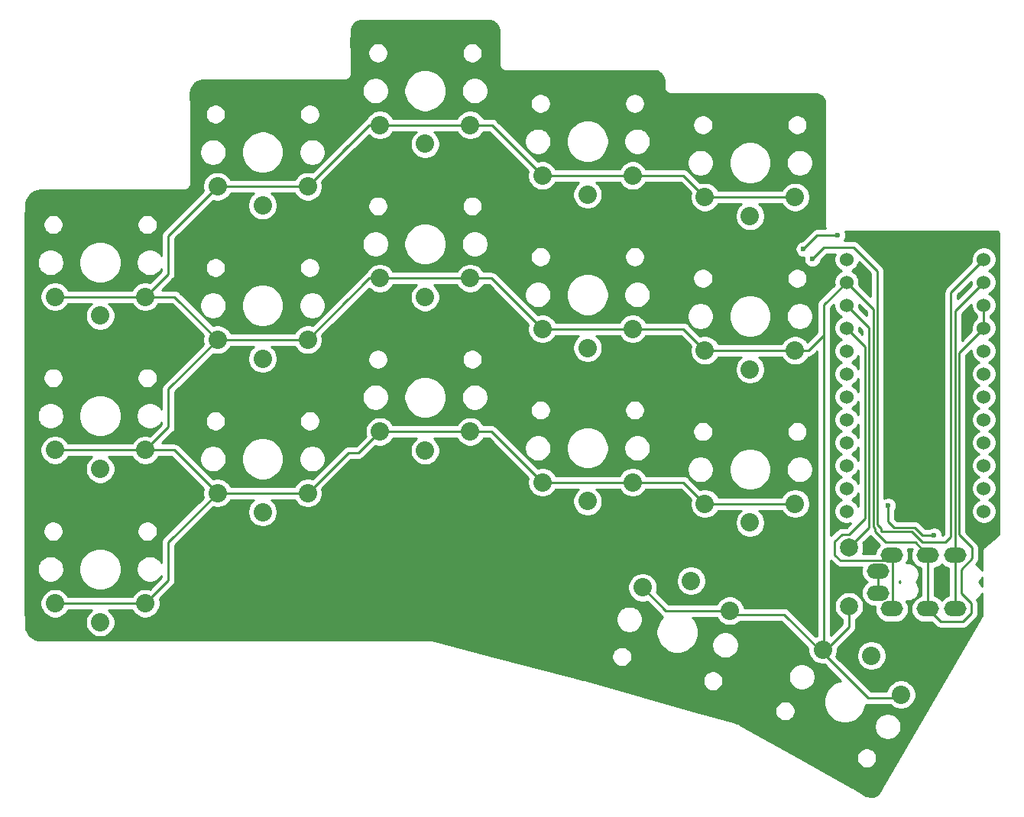
<source format=gbl>
G04 #@! TF.GenerationSoftware,KiCad,Pcbnew,(5.1.12-1-10_14)*
G04 #@! TF.CreationDate,2021-11-11T12:16:40-05:00*
G04 #@! TF.ProjectId,ferris-sweep-compact,66657272-6973-42d7-9377-6565702d636f,0.1*
G04 #@! TF.SameCoordinates,Original*
G04 #@! TF.FileFunction,Copper,L2,Bot*
G04 #@! TF.FilePolarity,Positive*
%FSLAX46Y46*%
G04 Gerber Fmt 4.6, Leading zero omitted, Abs format (unit mm)*
G04 Created by KiCad (PCBNEW (5.1.12-1-10_14)) date 2021-11-11 12:16:40*
%MOMM*%
%LPD*%
G01*
G04 APERTURE LIST*
G04 #@! TA.AperFunction,ComponentPad*
%ADD10C,2.032000*%
G04 #@! TD*
G04 #@! TA.AperFunction,ComponentPad*
%ADD11C,1.524000*%
G04 #@! TD*
G04 #@! TA.AperFunction,ComponentPad*
%ADD12C,2.000000*%
G04 #@! TD*
G04 #@! TA.AperFunction,ComponentPad*
%ADD13O,2.500000X1.700000*%
G04 #@! TD*
G04 #@! TA.AperFunction,ViaPad*
%ADD14C,0.600000*%
G04 #@! TD*
G04 #@! TA.AperFunction,Conductor*
%ADD15C,0.250000*%
G04 #@! TD*
G04 #@! TA.AperFunction,NonConductor*
%ADD16C,0.254000*%
G04 #@! TD*
G04 #@! TA.AperFunction,NonConductor*
%ADD17C,0.150000*%
G04 #@! TD*
G04 APERTURE END LIST*
D10*
X132730127Y-90689103D03*
X124069873Y-85689103D03*
X129450000Y-86370450D03*
D11*
X141911400Y-42422000D03*
X141911400Y-44962000D03*
X141911400Y-47502000D03*
X141911400Y-50042000D03*
X141911400Y-52582000D03*
X141911400Y-55122000D03*
X141911400Y-57662000D03*
X141911400Y-60202000D03*
X141911400Y-62742000D03*
X141911400Y-65282000D03*
X141911400Y-67822000D03*
X141911400Y-70362000D03*
X126691400Y-70362000D03*
X126691400Y-67822000D03*
X126691400Y-65282000D03*
X126691400Y-62742000D03*
X126691400Y-60202000D03*
X126691400Y-57662000D03*
X126691400Y-55122000D03*
X126691400Y-52582000D03*
X126691400Y-50042000D03*
X126691400Y-47502000D03*
X126691400Y-44962000D03*
X126691400Y-42422000D03*
D10*
X85000000Y-44520000D03*
X75000000Y-44520000D03*
X80000000Y-46620000D03*
X49000000Y-46570000D03*
X39000000Y-46570000D03*
X44000000Y-48670000D03*
X67000000Y-34340000D03*
X57000000Y-34340000D03*
X62000000Y-36440000D03*
X85000000Y-27530000D03*
X75000000Y-27530000D03*
X80000000Y-29630000D03*
X103000000Y-33140000D03*
X93000000Y-33140000D03*
X98000000Y-35240000D03*
X121000000Y-35520000D03*
X111000000Y-35520000D03*
X116000000Y-37620000D03*
X49000000Y-63570000D03*
X39000000Y-63570000D03*
X44000000Y-65670000D03*
X67000000Y-51340000D03*
X57000000Y-51340000D03*
X62000000Y-53440000D03*
X103000000Y-50140000D03*
X93000000Y-50140000D03*
X98000000Y-52240000D03*
X121000000Y-52520000D03*
X111000000Y-52520000D03*
X116000000Y-54620000D03*
X67000000Y-68345000D03*
X57000000Y-68345000D03*
X62000000Y-70445000D03*
X85000000Y-61520000D03*
X75000000Y-61520000D03*
X80000000Y-63620000D03*
X103000000Y-67145000D03*
X93000000Y-67145000D03*
X98000000Y-69245000D03*
X121000000Y-69520000D03*
X111000000Y-69520000D03*
X116000000Y-71620000D03*
X113753142Y-81393577D03*
X104093883Y-78805387D03*
X109467032Y-78071038D03*
X49000000Y-80575000D03*
X39000000Y-80575000D03*
X44000000Y-82675000D03*
D12*
X126970000Y-74390000D03*
X126970000Y-80890000D03*
D13*
X131720000Y-75230000D03*
X130220000Y-79430000D03*
X138720000Y-75230000D03*
X135720000Y-75230000D03*
X138720000Y-81180000D03*
X135720000Y-81180000D03*
X131720000Y-81180000D03*
X130220000Y-76980000D03*
D14*
X121920000Y-41294000D03*
X125730000Y-39770000D03*
X131318000Y-69742000D03*
X136398000Y-73044000D03*
X122900000Y-42400000D03*
D15*
X124206000Y-39770000D02*
X125730000Y-39770000D01*
X131318000Y-69742000D02*
X131318000Y-71520000D01*
X131971990Y-72173990D02*
X134257990Y-72173990D01*
X131318000Y-71520000D02*
X131971990Y-72173990D01*
X135128000Y-73044000D02*
X136398000Y-73044000D01*
X134257990Y-72173990D02*
X135128000Y-73044000D01*
X123444000Y-39770000D02*
X121920000Y-41294000D01*
X124206000Y-39770000D02*
X123444000Y-39770000D01*
X135720000Y-81180000D02*
X135720000Y-75230000D01*
X39000000Y-46570000D02*
X49000000Y-46570000D01*
X57000000Y-34340000D02*
X67000000Y-34340000D01*
X39000000Y-63570000D02*
X49000000Y-63570000D01*
X57000000Y-68345000D02*
X67000000Y-68345000D01*
X57000000Y-51340000D02*
X67000000Y-51340000D01*
X39000000Y-80575000D02*
X49000000Y-80575000D01*
X129069873Y-91089103D02*
X132730127Y-91089103D01*
X124069873Y-86089103D02*
X129069873Y-91089103D01*
X126970000Y-83188976D02*
X124069873Y-86089103D01*
X126970000Y-80890000D02*
X126970000Y-83188976D01*
X119774347Y-81793577D02*
X124069873Y-86089103D01*
X113753142Y-81793577D02*
X119774347Y-81793577D01*
X71475000Y-63870000D02*
X67000000Y-68345000D01*
X57000000Y-68345000D02*
X51550000Y-73795000D01*
X51550000Y-78025000D02*
X49000000Y-80575000D01*
X51550000Y-73795000D02*
X51550000Y-78025000D01*
X57000000Y-51345000D02*
X51550000Y-56795000D01*
X51550000Y-61025000D02*
X49000000Y-63575000D01*
X51550000Y-56795000D02*
X51550000Y-61025000D01*
X57000000Y-34345000D02*
X51550000Y-39795000D01*
X51550000Y-39795000D02*
X51550000Y-44025000D01*
X51550000Y-44025000D02*
X49000000Y-46575000D01*
X71470000Y-46870000D02*
X67000000Y-51340000D01*
X71460000Y-29880000D02*
X67000000Y-34340000D01*
X126691400Y-44962000D02*
X129650010Y-47920610D01*
X129650010Y-47920610D02*
X129650010Y-72050010D01*
X124100000Y-86058976D02*
X124069873Y-86089103D01*
X141911400Y-47502000D02*
X141911400Y-50042000D01*
X140500000Y-81700000D02*
X139600000Y-82600000D01*
X139400000Y-79500000D02*
X140500000Y-80600000D01*
X139400000Y-76800000D02*
X139400000Y-79500000D01*
X140600000Y-75600000D02*
X139400000Y-76800000D01*
X140600000Y-74400000D02*
X140600000Y-75600000D01*
X139600000Y-82600000D02*
X137140000Y-82600000D01*
X140500000Y-80600000D02*
X140500000Y-81700000D01*
X139170010Y-72970010D02*
X140600000Y-74400000D01*
X139170010Y-58429990D02*
X139170010Y-72970010D01*
X137140000Y-82600000D02*
X135720000Y-81180000D01*
X139200000Y-58400000D02*
X139170010Y-58429990D01*
X139200000Y-52753400D02*
X139200000Y-58400000D01*
X141911400Y-50042000D02*
X139200000Y-52753400D01*
X126691400Y-44962000D02*
X124200000Y-47453400D01*
X124200000Y-85958976D02*
X124069873Y-86089103D01*
X124200000Y-50420000D02*
X124200000Y-50300000D01*
X124200000Y-47453400D02*
X124200000Y-50300000D01*
X124200000Y-67400000D02*
X124200000Y-85958976D01*
X52230000Y-46570000D02*
X57000000Y-51340000D01*
X49000000Y-46570000D02*
X52230000Y-46570000D01*
X52225000Y-63570000D02*
X57000000Y-68345000D01*
X49000000Y-63570000D02*
X52225000Y-63570000D01*
X129838000Y-72580000D02*
X131064000Y-73806000D01*
X129838000Y-72238000D02*
X129838000Y-72580000D01*
X129650010Y-72050010D02*
X129838000Y-72238000D01*
X134296000Y-73806000D02*
X135720000Y-75230000D01*
X131064000Y-73806000D02*
X134296000Y-73806000D01*
X73810000Y-27530000D02*
X75000000Y-27530000D01*
X67000000Y-34340000D02*
X73810000Y-27530000D01*
X75000000Y-27530000D02*
X85000000Y-27530000D01*
X87390000Y-27530000D02*
X93000000Y-33140000D01*
X85000000Y-27530000D02*
X87390000Y-27530000D01*
X93000000Y-33140000D02*
X103000000Y-33140000D01*
X108620000Y-33140000D02*
X111000000Y-35520000D01*
X103000000Y-33140000D02*
X108620000Y-33140000D01*
X111000000Y-35520000D02*
X121000000Y-35520000D01*
X73820000Y-44520000D02*
X75000000Y-44520000D01*
X67000000Y-51340000D02*
X73820000Y-44520000D01*
X75000000Y-44520000D02*
X85000000Y-44520000D01*
X87380000Y-44520000D02*
X93000000Y-50140000D01*
X85000000Y-44520000D02*
X87380000Y-44520000D01*
X93000000Y-50140000D02*
X103000000Y-50140000D01*
X108620000Y-50140000D02*
X111000000Y-52520000D01*
X103000000Y-50140000D02*
X108620000Y-50140000D01*
X111000000Y-52520000D02*
X121000000Y-52520000D01*
X122486000Y-52520000D02*
X124200000Y-50806000D01*
X121000000Y-52520000D02*
X122486000Y-52520000D01*
X124200000Y-50806000D02*
X124200000Y-67400000D01*
X124200000Y-50300000D02*
X124200000Y-50806000D01*
X72650000Y-63870000D02*
X75000000Y-61520000D01*
X71475000Y-63870000D02*
X72650000Y-63870000D01*
X75000000Y-61520000D02*
X85000000Y-61520000D01*
X87375000Y-61520000D02*
X93000000Y-67145000D01*
X85000000Y-61520000D02*
X87375000Y-61520000D01*
X93000000Y-67145000D02*
X103000000Y-67145000D01*
X108625000Y-67145000D02*
X111000000Y-69520000D01*
X103000000Y-67145000D02*
X108625000Y-67145000D01*
X111000000Y-69520000D02*
X121000000Y-69520000D01*
X106682073Y-81393577D02*
X113753142Y-81393577D01*
X104093883Y-78805387D02*
X106682073Y-81393577D01*
X131795010Y-81104990D02*
X131720000Y-81180000D01*
X131795010Y-75305010D02*
X131795010Y-81104990D01*
X131720000Y-75230000D02*
X131795010Y-75305010D01*
X131795010Y-75305010D02*
X131795010Y-76493295D01*
X128749990Y-71150010D02*
X128749990Y-52100590D01*
X127000000Y-72900000D02*
X128749990Y-71150010D01*
X126200000Y-72900000D02*
X127000000Y-72900000D01*
X125400000Y-75200000D02*
X125400000Y-73700000D01*
X126000000Y-75800000D02*
X125400000Y-75200000D01*
X131150000Y-75800000D02*
X126000000Y-75800000D01*
X128749990Y-52100590D02*
X126691400Y-50042000D01*
X125400000Y-73700000D02*
X126200000Y-72900000D01*
X131720000Y-75230000D02*
X131150000Y-75800000D01*
X138269990Y-46063410D02*
X141911400Y-42422000D01*
X130100020Y-43700020D02*
X130100020Y-71863610D01*
X138269990Y-71630010D02*
X138269990Y-46063410D01*
X127500000Y-41100000D02*
X130100020Y-43700020D01*
X124200000Y-41100000D02*
X127500000Y-41100000D01*
X122900000Y-42400000D02*
X124200000Y-41100000D01*
X130283205Y-72046795D02*
X130288010Y-72051600D01*
X130100020Y-71863610D02*
X130283205Y-72046795D01*
X130518410Y-72282000D02*
X130518410Y-72624000D01*
X130100020Y-71863610D02*
X130518410Y-72282000D01*
X133946000Y-72624000D02*
X135128000Y-73806000D01*
X130518410Y-72624000D02*
X133946000Y-72624000D01*
X135128000Y-73806000D02*
X136094000Y-73806000D01*
X136094000Y-73806000D02*
X137668000Y-73806000D01*
X138269990Y-73204010D02*
X138269990Y-71630010D01*
X137668000Y-73806000D02*
X138269990Y-73204010D01*
X138720000Y-75230000D02*
X138720000Y-81180000D01*
X138720000Y-48153400D02*
X141911400Y-44962000D01*
X138720000Y-75230000D02*
X138720000Y-48153400D01*
X126970000Y-74390000D02*
X129200000Y-72160000D01*
X129200000Y-50010600D02*
X126691400Y-47502000D01*
X129200000Y-72160000D02*
X129200000Y-50010600D01*
X130220000Y-79430000D02*
X130220000Y-76980000D01*
D16*
X87261639Y-15982862D02*
X87487024Y-16057799D01*
X87693559Y-16175085D01*
X87873383Y-16330256D01*
X88019640Y-16517398D01*
X88126763Y-16729385D01*
X88191674Y-16961732D01*
X88211909Y-17192808D01*
X88190775Y-18143662D01*
X88190001Y-18151523D01*
X88190001Y-18178496D01*
X88189401Y-18205491D01*
X88190001Y-18213375D01*
X88190000Y-20793123D01*
X88186565Y-20828000D01*
X88200273Y-20967184D01*
X88240872Y-21101020D01*
X88306800Y-21224363D01*
X88395525Y-21332475D01*
X88481694Y-21403192D01*
X88503637Y-21421200D01*
X88626980Y-21487128D01*
X88760816Y-21527727D01*
X88900000Y-21541435D01*
X88934877Y-21538000D01*
X105201642Y-21538000D01*
X105483704Y-21542118D01*
X105696610Y-21587514D01*
X105896638Y-21673396D01*
X106076176Y-21796497D01*
X106228383Y-21952122D01*
X106347467Y-22134354D01*
X106428886Y-22336241D01*
X106473057Y-22568601D01*
X106477483Y-22666750D01*
X106477974Y-23333383D01*
X106474565Y-23368000D01*
X106478026Y-23403139D01*
X106478026Y-23403400D01*
X106481418Y-23437583D01*
X106488273Y-23507184D01*
X106488350Y-23507438D01*
X106488376Y-23507699D01*
X106508414Y-23573580D01*
X106528872Y-23641020D01*
X106528998Y-23641257D01*
X106529074Y-23641505D01*
X106561451Y-23701972D01*
X106594800Y-23764363D01*
X106594970Y-23764570D01*
X106595093Y-23764800D01*
X106638439Y-23817538D01*
X106683525Y-23872475D01*
X106683734Y-23872647D01*
X106683898Y-23872846D01*
X106736539Y-23915982D01*
X106791637Y-23961200D01*
X106791875Y-23961327D01*
X106792075Y-23961491D01*
X106851970Y-23993448D01*
X106914980Y-24027128D01*
X106915240Y-24027207D01*
X106915467Y-24027328D01*
X106980984Y-24047150D01*
X107048816Y-24067727D01*
X107049081Y-24067753D01*
X107049332Y-24067829D01*
X107117926Y-24074534D01*
X107153123Y-24078000D01*
X107153392Y-24078000D01*
X107188525Y-24081434D01*
X107223130Y-24078000D01*
X123144382Y-24078000D01*
X123399458Y-24092541D01*
X123599020Y-24144013D01*
X123784792Y-24233270D01*
X123949684Y-24356907D01*
X124087421Y-24510217D01*
X124192757Y-24687360D01*
X124261680Y-24881593D01*
X124294972Y-25108761D01*
X124258617Y-27162268D01*
X124258001Y-27168523D01*
X124258001Y-27197065D01*
X124257494Y-27225703D01*
X124258001Y-27231990D01*
X124258000Y-38573654D01*
X124254566Y-38609061D01*
X124261414Y-38677545D01*
X124268273Y-38747183D01*
X124268428Y-38747693D01*
X124268481Y-38748225D01*
X124288663Y-38814401D01*
X124308872Y-38881019D01*
X124309125Y-38881493D01*
X124309280Y-38882000D01*
X124341960Y-38942922D01*
X124374800Y-39004362D01*
X124375139Y-39004775D01*
X124375391Y-39005245D01*
X124379305Y-39010000D01*
X123481322Y-39010000D01*
X123443999Y-39006324D01*
X123406676Y-39010000D01*
X123406667Y-39010000D01*
X123295014Y-39020997D01*
X123151753Y-39064454D01*
X123019724Y-39135026D01*
X123019722Y-39135027D01*
X123019723Y-39135027D01*
X122932996Y-39206201D01*
X122932992Y-39206205D01*
X122903999Y-39229999D01*
X122880205Y-39258992D01*
X121768351Y-40370847D01*
X121647271Y-40394932D01*
X121477111Y-40465414D01*
X121323972Y-40567738D01*
X121193738Y-40697972D01*
X121091414Y-40851111D01*
X121020932Y-41021271D01*
X120985000Y-41201911D01*
X120985000Y-41386089D01*
X121020932Y-41566729D01*
X121091414Y-41736889D01*
X121193738Y-41890028D01*
X121323972Y-42020262D01*
X121477111Y-42122586D01*
X121647271Y-42193068D01*
X121827911Y-42229000D01*
X121980697Y-42229000D01*
X121965000Y-42307911D01*
X121965000Y-42492089D01*
X122000932Y-42672729D01*
X122071414Y-42842889D01*
X122173738Y-42996028D01*
X122303972Y-43126262D01*
X122457111Y-43228586D01*
X122627271Y-43299068D01*
X122807911Y-43335000D01*
X122992089Y-43335000D01*
X123172729Y-43299068D01*
X123342889Y-43228586D01*
X123496028Y-43126262D01*
X123626262Y-42996028D01*
X123728586Y-42842889D01*
X123799068Y-42672729D01*
X123823153Y-42551649D01*
X124514802Y-41860000D01*
X125412086Y-41860000D01*
X125348086Y-42014510D01*
X125294400Y-42284408D01*
X125294400Y-42559592D01*
X125348086Y-42829490D01*
X125453395Y-43083727D01*
X125606280Y-43312535D01*
X125800865Y-43507120D01*
X126029673Y-43660005D01*
X126106915Y-43692000D01*
X126029673Y-43723995D01*
X125800865Y-43876880D01*
X125606280Y-44071465D01*
X125453395Y-44300273D01*
X125348086Y-44554510D01*
X125294400Y-44824408D01*
X125294400Y-45099592D01*
X125325028Y-45253570D01*
X123689003Y-46889596D01*
X123659999Y-46913399D01*
X123604871Y-46980574D01*
X123565026Y-47029124D01*
X123506403Y-47138799D01*
X123494454Y-47161154D01*
X123450997Y-47304415D01*
X123440000Y-47416068D01*
X123440000Y-47416078D01*
X123436324Y-47453400D01*
X123440000Y-47490723D01*
X123440001Y-50262658D01*
X123440000Y-50262668D01*
X123440000Y-50491198D01*
X122355008Y-51576191D01*
X122282415Y-51467549D01*
X122052451Y-51237585D01*
X121782042Y-51056903D01*
X121481579Y-50932447D01*
X121162609Y-50869000D01*
X120837391Y-50869000D01*
X120518421Y-50932447D01*
X120217958Y-51056903D01*
X119947549Y-51237585D01*
X119717585Y-51467549D01*
X119536903Y-51737958D01*
X119527773Y-51760000D01*
X112472227Y-51760000D01*
X112463097Y-51737958D01*
X112282415Y-51467549D01*
X112052451Y-51237585D01*
X111782042Y-51056903D01*
X111481579Y-50932447D01*
X111162609Y-50869000D01*
X110837391Y-50869000D01*
X110518421Y-50932447D01*
X110496379Y-50941577D01*
X109183804Y-49629003D01*
X109160001Y-49599999D01*
X109044276Y-49505026D01*
X108912247Y-49434454D01*
X108768986Y-49390997D01*
X108657333Y-49380000D01*
X108657322Y-49380000D01*
X108620000Y-49376324D01*
X108582678Y-49380000D01*
X104472227Y-49380000D01*
X104463097Y-49357958D01*
X104282415Y-49087549D01*
X104052451Y-48857585D01*
X103782042Y-48676903D01*
X103532773Y-48573652D01*
X109014100Y-48573652D01*
X109014100Y-48866348D01*
X109071202Y-49153421D01*
X109183212Y-49423838D01*
X109345826Y-49667206D01*
X109552794Y-49874174D01*
X109796162Y-50036788D01*
X110066579Y-50148798D01*
X110353652Y-50205900D01*
X110646348Y-50205900D01*
X110933421Y-50148798D01*
X111203838Y-50036788D01*
X111447206Y-49874174D01*
X111654174Y-49667206D01*
X111816788Y-49423838D01*
X111928798Y-49153421D01*
X111985900Y-48866348D01*
X111985900Y-48573652D01*
X111968982Y-48488594D01*
X113650500Y-48488594D01*
X113650500Y-48951406D01*
X113740790Y-49405324D01*
X113917900Y-49832905D01*
X114175024Y-50217719D01*
X114502281Y-50544976D01*
X114887095Y-50802100D01*
X115314676Y-50979210D01*
X115768594Y-51069500D01*
X116231406Y-51069500D01*
X116685324Y-50979210D01*
X117112905Y-50802100D01*
X117497719Y-50544976D01*
X117824976Y-50217719D01*
X118082100Y-49832905D01*
X118259210Y-49405324D01*
X118349500Y-48951406D01*
X118349500Y-48573652D01*
X120014100Y-48573652D01*
X120014100Y-48866348D01*
X120071202Y-49153421D01*
X120183212Y-49423838D01*
X120345826Y-49667206D01*
X120552794Y-49874174D01*
X120796162Y-50036788D01*
X121066579Y-50148798D01*
X121353652Y-50205900D01*
X121646348Y-50205900D01*
X121933421Y-50148798D01*
X122203838Y-50036788D01*
X122447206Y-49874174D01*
X122654174Y-49667206D01*
X122816788Y-49423838D01*
X122928798Y-49153421D01*
X122985900Y-48866348D01*
X122985900Y-48573652D01*
X122928798Y-48286579D01*
X122816788Y-48016162D01*
X122654174Y-47772794D01*
X122447206Y-47565826D01*
X122203838Y-47403212D01*
X121933421Y-47291202D01*
X121646348Y-47234100D01*
X121353652Y-47234100D01*
X121066579Y-47291202D01*
X120796162Y-47403212D01*
X120552794Y-47565826D01*
X120345826Y-47772794D01*
X120183212Y-48016162D01*
X120071202Y-48286579D01*
X120014100Y-48573652D01*
X118349500Y-48573652D01*
X118349500Y-48488594D01*
X118259210Y-48034676D01*
X118082100Y-47607095D01*
X117824976Y-47222281D01*
X117497719Y-46895024D01*
X117112905Y-46637900D01*
X116685324Y-46460790D01*
X116231406Y-46370500D01*
X115768594Y-46370500D01*
X115314676Y-46460790D01*
X114887095Y-46637900D01*
X114502281Y-46895024D01*
X114175024Y-47222281D01*
X113917900Y-47607095D01*
X113740790Y-48034676D01*
X113650500Y-48488594D01*
X111968982Y-48488594D01*
X111928798Y-48286579D01*
X111816788Y-48016162D01*
X111654174Y-47772794D01*
X111447206Y-47565826D01*
X111203838Y-47403212D01*
X110933421Y-47291202D01*
X110646348Y-47234100D01*
X110353652Y-47234100D01*
X110066579Y-47291202D01*
X109796162Y-47403212D01*
X109552794Y-47565826D01*
X109345826Y-47772794D01*
X109183212Y-48016162D01*
X109071202Y-48286579D01*
X109014100Y-48573652D01*
X103532773Y-48573652D01*
X103481579Y-48552447D01*
X103162609Y-48489000D01*
X102837391Y-48489000D01*
X102518421Y-48552447D01*
X102217958Y-48676903D01*
X101947549Y-48857585D01*
X101717585Y-49087549D01*
X101536903Y-49357958D01*
X101527773Y-49380000D01*
X94472227Y-49380000D01*
X94463097Y-49357958D01*
X94282415Y-49087549D01*
X94052451Y-48857585D01*
X93782042Y-48676903D01*
X93481579Y-48552447D01*
X93162609Y-48489000D01*
X92837391Y-48489000D01*
X92518421Y-48552447D01*
X92496379Y-48561577D01*
X90128454Y-46193652D01*
X91014100Y-46193652D01*
X91014100Y-46486348D01*
X91071202Y-46773421D01*
X91183212Y-47043838D01*
X91345826Y-47287206D01*
X91552794Y-47494174D01*
X91796162Y-47656788D01*
X92066579Y-47768798D01*
X92353652Y-47825900D01*
X92646348Y-47825900D01*
X92933421Y-47768798D01*
X93203838Y-47656788D01*
X93447206Y-47494174D01*
X93654174Y-47287206D01*
X93816788Y-47043838D01*
X93928798Y-46773421D01*
X93985900Y-46486348D01*
X93985900Y-46193652D01*
X93968982Y-46108594D01*
X95650500Y-46108594D01*
X95650500Y-46571406D01*
X95740790Y-47025324D01*
X95917900Y-47452905D01*
X96175024Y-47837719D01*
X96502281Y-48164976D01*
X96887095Y-48422100D01*
X97314676Y-48599210D01*
X97768594Y-48689500D01*
X98231406Y-48689500D01*
X98685324Y-48599210D01*
X99112905Y-48422100D01*
X99497719Y-48164976D01*
X99824976Y-47837719D01*
X100082100Y-47452905D01*
X100259210Y-47025324D01*
X100349500Y-46571406D01*
X100349500Y-46193652D01*
X102014100Y-46193652D01*
X102014100Y-46486348D01*
X102071202Y-46773421D01*
X102183212Y-47043838D01*
X102345826Y-47287206D01*
X102552794Y-47494174D01*
X102796162Y-47656788D01*
X103066579Y-47768798D01*
X103353652Y-47825900D01*
X103646348Y-47825900D01*
X103933421Y-47768798D01*
X104203838Y-47656788D01*
X104447206Y-47494174D01*
X104654174Y-47287206D01*
X104816788Y-47043838D01*
X104928798Y-46773421D01*
X104985900Y-46486348D01*
X104985900Y-46193652D01*
X104928798Y-45906579D01*
X104816788Y-45636162D01*
X104654174Y-45392794D01*
X104447206Y-45185826D01*
X104203838Y-45023212D01*
X103933421Y-44911202D01*
X103646348Y-44854100D01*
X103353652Y-44854100D01*
X103066579Y-44911202D01*
X102796162Y-45023212D01*
X102552794Y-45185826D01*
X102345826Y-45392794D01*
X102183212Y-45636162D01*
X102071202Y-45906579D01*
X102014100Y-46193652D01*
X100349500Y-46193652D01*
X100349500Y-46108594D01*
X100259210Y-45654676D01*
X100082100Y-45227095D01*
X99824976Y-44842281D01*
X99497719Y-44515024D01*
X99338557Y-44408675D01*
X109649700Y-44408675D01*
X109649700Y-44631325D01*
X109693137Y-44849696D01*
X109778341Y-45055398D01*
X109902039Y-45240524D01*
X110059476Y-45397961D01*
X110244602Y-45521659D01*
X110450304Y-45606863D01*
X110668675Y-45650300D01*
X110891325Y-45650300D01*
X111109696Y-45606863D01*
X111315398Y-45521659D01*
X111500524Y-45397961D01*
X111657961Y-45240524D01*
X111781659Y-45055398D01*
X111866863Y-44849696D01*
X111910300Y-44631325D01*
X111910300Y-44408675D01*
X120089700Y-44408675D01*
X120089700Y-44631325D01*
X120133137Y-44849696D01*
X120218341Y-45055398D01*
X120342039Y-45240524D01*
X120499476Y-45397961D01*
X120684602Y-45521659D01*
X120890304Y-45606863D01*
X121108675Y-45650300D01*
X121331325Y-45650300D01*
X121549696Y-45606863D01*
X121755398Y-45521659D01*
X121940524Y-45397961D01*
X122097961Y-45240524D01*
X122221659Y-45055398D01*
X122306863Y-44849696D01*
X122350300Y-44631325D01*
X122350300Y-44408675D01*
X122306863Y-44190304D01*
X122221659Y-43984602D01*
X122097961Y-43799476D01*
X121940524Y-43642039D01*
X121755398Y-43518341D01*
X121549696Y-43433137D01*
X121331325Y-43389700D01*
X121108675Y-43389700D01*
X120890304Y-43433137D01*
X120684602Y-43518341D01*
X120499476Y-43642039D01*
X120342039Y-43799476D01*
X120218341Y-43984602D01*
X120133137Y-44190304D01*
X120089700Y-44408675D01*
X111910300Y-44408675D01*
X111866863Y-44190304D01*
X111781659Y-43984602D01*
X111657961Y-43799476D01*
X111500524Y-43642039D01*
X111315398Y-43518341D01*
X111109696Y-43433137D01*
X110891325Y-43389700D01*
X110668675Y-43389700D01*
X110450304Y-43433137D01*
X110244602Y-43518341D01*
X110059476Y-43642039D01*
X109902039Y-43799476D01*
X109778341Y-43984602D01*
X109693137Y-44190304D01*
X109649700Y-44408675D01*
X99338557Y-44408675D01*
X99112905Y-44257900D01*
X98685324Y-44080790D01*
X98231406Y-43990500D01*
X97768594Y-43990500D01*
X97314676Y-44080790D01*
X96887095Y-44257900D01*
X96502281Y-44515024D01*
X96175024Y-44842281D01*
X95917900Y-45227095D01*
X95740790Y-45654676D01*
X95650500Y-46108594D01*
X93968982Y-46108594D01*
X93928798Y-45906579D01*
X93816788Y-45636162D01*
X93654174Y-45392794D01*
X93447206Y-45185826D01*
X93203838Y-45023212D01*
X92933421Y-44911202D01*
X92646348Y-44854100D01*
X92353652Y-44854100D01*
X92066579Y-44911202D01*
X91796162Y-45023212D01*
X91552794Y-45185826D01*
X91345826Y-45392794D01*
X91183212Y-45636162D01*
X91071202Y-45906579D01*
X91014100Y-46193652D01*
X90128454Y-46193652D01*
X87943804Y-44009003D01*
X87920001Y-43979999D01*
X87804276Y-43885026D01*
X87672247Y-43814454D01*
X87528986Y-43770997D01*
X87417333Y-43760000D01*
X87417322Y-43760000D01*
X87380000Y-43756324D01*
X87342678Y-43760000D01*
X86472227Y-43760000D01*
X86463097Y-43737958D01*
X86282415Y-43467549D01*
X86052451Y-43237585D01*
X85782042Y-43056903D01*
X85481579Y-42932447D01*
X85162609Y-42869000D01*
X84837391Y-42869000D01*
X84518421Y-42932447D01*
X84217958Y-43056903D01*
X83947549Y-43237585D01*
X83717585Y-43467549D01*
X83536903Y-43737958D01*
X83527773Y-43760000D01*
X76472227Y-43760000D01*
X76463097Y-43737958D01*
X76282415Y-43467549D01*
X76052451Y-43237585D01*
X75782042Y-43056903D01*
X75481579Y-42932447D01*
X75162609Y-42869000D01*
X74837391Y-42869000D01*
X74518421Y-42932447D01*
X74217958Y-43056903D01*
X73947549Y-43237585D01*
X73717585Y-43467549D01*
X73536903Y-43737958D01*
X73498809Y-43829925D01*
X73395724Y-43885026D01*
X73395722Y-43885027D01*
X73395723Y-43885027D01*
X73308996Y-43956201D01*
X73308992Y-43956205D01*
X73279999Y-43979999D01*
X73256205Y-44008992D01*
X67503621Y-49761577D01*
X67481579Y-49752447D01*
X67162609Y-49689000D01*
X66837391Y-49689000D01*
X66518421Y-49752447D01*
X66217958Y-49876903D01*
X65947549Y-50057585D01*
X65717585Y-50287549D01*
X65536903Y-50557958D01*
X65527773Y-50580000D01*
X58472227Y-50580000D01*
X58463097Y-50557958D01*
X58282415Y-50287549D01*
X58052451Y-50057585D01*
X57782042Y-49876903D01*
X57481579Y-49752447D01*
X57162609Y-49689000D01*
X56837391Y-49689000D01*
X56518421Y-49752447D01*
X56496379Y-49761577D01*
X54128454Y-47393652D01*
X55014100Y-47393652D01*
X55014100Y-47686348D01*
X55071202Y-47973421D01*
X55183212Y-48243838D01*
X55345826Y-48487206D01*
X55552794Y-48694174D01*
X55796162Y-48856788D01*
X56066579Y-48968798D01*
X56353652Y-49025900D01*
X56646348Y-49025900D01*
X56933421Y-48968798D01*
X57203838Y-48856788D01*
X57447206Y-48694174D01*
X57654174Y-48487206D01*
X57816788Y-48243838D01*
X57928798Y-47973421D01*
X57985900Y-47686348D01*
X57985900Y-47393652D01*
X57968982Y-47308594D01*
X59650500Y-47308594D01*
X59650500Y-47771406D01*
X59740790Y-48225324D01*
X59917900Y-48652905D01*
X60175024Y-49037719D01*
X60502281Y-49364976D01*
X60887095Y-49622100D01*
X61314676Y-49799210D01*
X61768594Y-49889500D01*
X62231406Y-49889500D01*
X62685324Y-49799210D01*
X63112905Y-49622100D01*
X63497719Y-49364976D01*
X63824976Y-49037719D01*
X64082100Y-48652905D01*
X64259210Y-48225324D01*
X64349500Y-47771406D01*
X64349500Y-47393652D01*
X66014100Y-47393652D01*
X66014100Y-47686348D01*
X66071202Y-47973421D01*
X66183212Y-48243838D01*
X66345826Y-48487206D01*
X66552794Y-48694174D01*
X66796162Y-48856788D01*
X67066579Y-48968798D01*
X67353652Y-49025900D01*
X67646348Y-49025900D01*
X67933421Y-48968798D01*
X68203838Y-48856788D01*
X68447206Y-48694174D01*
X68654174Y-48487206D01*
X68816788Y-48243838D01*
X68928798Y-47973421D01*
X68985900Y-47686348D01*
X68985900Y-47393652D01*
X68928798Y-47106579D01*
X68816788Y-46836162D01*
X68654174Y-46592794D01*
X68447206Y-46385826D01*
X68203838Y-46223212D01*
X67933421Y-46111202D01*
X67646348Y-46054100D01*
X67353652Y-46054100D01*
X67066579Y-46111202D01*
X66796162Y-46223212D01*
X66552794Y-46385826D01*
X66345826Y-46592794D01*
X66183212Y-46836162D01*
X66071202Y-47106579D01*
X66014100Y-47393652D01*
X64349500Y-47393652D01*
X64349500Y-47308594D01*
X64259210Y-46854676D01*
X64082100Y-46427095D01*
X63824976Y-46042281D01*
X63497719Y-45715024D01*
X63112905Y-45457900D01*
X62685324Y-45280790D01*
X62231406Y-45190500D01*
X61768594Y-45190500D01*
X61314676Y-45280790D01*
X60887095Y-45457900D01*
X60502281Y-45715024D01*
X60175024Y-46042281D01*
X59917900Y-46427095D01*
X59740790Y-46854676D01*
X59650500Y-47308594D01*
X57968982Y-47308594D01*
X57928798Y-47106579D01*
X57816788Y-46836162D01*
X57654174Y-46592794D01*
X57447206Y-46385826D01*
X57203838Y-46223212D01*
X56933421Y-46111202D01*
X56646348Y-46054100D01*
X56353652Y-46054100D01*
X56066579Y-46111202D01*
X55796162Y-46223212D01*
X55552794Y-46385826D01*
X55345826Y-46592794D01*
X55183212Y-46836162D01*
X55071202Y-47106579D01*
X55014100Y-47393652D01*
X54128454Y-47393652D01*
X52793804Y-46059003D01*
X52770001Y-46029999D01*
X52654276Y-45935026D01*
X52522247Y-45864454D01*
X52378986Y-45820997D01*
X52267333Y-45810000D01*
X52267322Y-45810000D01*
X52230000Y-45806324D01*
X52192678Y-45810000D01*
X50839802Y-45810000D01*
X52061003Y-44588799D01*
X52090001Y-44565001D01*
X52184974Y-44449276D01*
X52255546Y-44317247D01*
X52299003Y-44173986D01*
X52310000Y-44062333D01*
X52313677Y-44025000D01*
X52310000Y-43987667D01*
X52310000Y-43228675D01*
X55649700Y-43228675D01*
X55649700Y-43451325D01*
X55693137Y-43669696D01*
X55778341Y-43875398D01*
X55902039Y-44060524D01*
X56059476Y-44217961D01*
X56244602Y-44341659D01*
X56450304Y-44426863D01*
X56668675Y-44470300D01*
X56891325Y-44470300D01*
X57109696Y-44426863D01*
X57315398Y-44341659D01*
X57500524Y-44217961D01*
X57657961Y-44060524D01*
X57781659Y-43875398D01*
X57866863Y-43669696D01*
X57910300Y-43451325D01*
X57910300Y-43228675D01*
X66089700Y-43228675D01*
X66089700Y-43451325D01*
X66133137Y-43669696D01*
X66218341Y-43875398D01*
X66342039Y-44060524D01*
X66499476Y-44217961D01*
X66684602Y-44341659D01*
X66890304Y-44426863D01*
X67108675Y-44470300D01*
X67331325Y-44470300D01*
X67549696Y-44426863D01*
X67755398Y-44341659D01*
X67940524Y-44217961D01*
X68097961Y-44060524D01*
X68221659Y-43875398D01*
X68306863Y-43669696D01*
X68350300Y-43451325D01*
X68350300Y-43228675D01*
X68306863Y-43010304D01*
X68221659Y-42804602D01*
X68097961Y-42619476D01*
X67940524Y-42462039D01*
X67755398Y-42338341D01*
X67549696Y-42253137D01*
X67331325Y-42209700D01*
X67108675Y-42209700D01*
X66890304Y-42253137D01*
X66684602Y-42338341D01*
X66499476Y-42462039D01*
X66342039Y-42619476D01*
X66218341Y-42804602D01*
X66133137Y-43010304D01*
X66089700Y-43228675D01*
X57910300Y-43228675D01*
X57866863Y-43010304D01*
X57781659Y-42804602D01*
X57657961Y-42619476D01*
X57500524Y-42462039D01*
X57315398Y-42338341D01*
X57109696Y-42253137D01*
X56891325Y-42209700D01*
X56668675Y-42209700D01*
X56450304Y-42253137D01*
X56244602Y-42338341D01*
X56059476Y-42462039D01*
X55902039Y-42619476D01*
X55778341Y-42804602D01*
X55693137Y-43010304D01*
X55649700Y-43228675D01*
X52310000Y-43228675D01*
X52310000Y-40573652D01*
X73014100Y-40573652D01*
X73014100Y-40866348D01*
X73071202Y-41153421D01*
X73183212Y-41423838D01*
X73345826Y-41667206D01*
X73552794Y-41874174D01*
X73796162Y-42036788D01*
X74066579Y-42148798D01*
X74353652Y-42205900D01*
X74646348Y-42205900D01*
X74933421Y-42148798D01*
X75203838Y-42036788D01*
X75447206Y-41874174D01*
X75654174Y-41667206D01*
X75816788Y-41423838D01*
X75928798Y-41153421D01*
X75985900Y-40866348D01*
X75985900Y-40573652D01*
X75968982Y-40488594D01*
X77650500Y-40488594D01*
X77650500Y-40951406D01*
X77740790Y-41405324D01*
X77917900Y-41832905D01*
X78175024Y-42217719D01*
X78502281Y-42544976D01*
X78887095Y-42802100D01*
X79314676Y-42979210D01*
X79768594Y-43069500D01*
X80231406Y-43069500D01*
X80685324Y-42979210D01*
X81112905Y-42802100D01*
X81497719Y-42544976D01*
X81824976Y-42217719D01*
X82082100Y-41832905D01*
X82259210Y-41405324D01*
X82349500Y-40951406D01*
X82349500Y-40573652D01*
X84014100Y-40573652D01*
X84014100Y-40866348D01*
X84071202Y-41153421D01*
X84183212Y-41423838D01*
X84345826Y-41667206D01*
X84552794Y-41874174D01*
X84796162Y-42036788D01*
X85066579Y-42148798D01*
X85353652Y-42205900D01*
X85646348Y-42205900D01*
X85933421Y-42148798D01*
X86203838Y-42036788D01*
X86215979Y-42028675D01*
X91649700Y-42028675D01*
X91649700Y-42251325D01*
X91693137Y-42469696D01*
X91778341Y-42675398D01*
X91902039Y-42860524D01*
X92059476Y-43017961D01*
X92244602Y-43141659D01*
X92450304Y-43226863D01*
X92668675Y-43270300D01*
X92891325Y-43270300D01*
X93109696Y-43226863D01*
X93315398Y-43141659D01*
X93500524Y-43017961D01*
X93657961Y-42860524D01*
X93781659Y-42675398D01*
X93866863Y-42469696D01*
X93910300Y-42251325D01*
X93910300Y-42028675D01*
X102089700Y-42028675D01*
X102089700Y-42251325D01*
X102133137Y-42469696D01*
X102218341Y-42675398D01*
X102342039Y-42860524D01*
X102499476Y-43017961D01*
X102684602Y-43141659D01*
X102890304Y-43226863D01*
X103108675Y-43270300D01*
X103331325Y-43270300D01*
X103549696Y-43226863D01*
X103755398Y-43141659D01*
X103940524Y-43017961D01*
X104097961Y-42860524D01*
X104221659Y-42675398D01*
X104306863Y-42469696D01*
X104350300Y-42251325D01*
X104350300Y-42028675D01*
X104306863Y-41810304D01*
X104221659Y-41604602D01*
X104097961Y-41419476D01*
X103940524Y-41262039D01*
X103755398Y-41138341D01*
X103549696Y-41053137D01*
X103331325Y-41009700D01*
X103108675Y-41009700D01*
X102890304Y-41053137D01*
X102684602Y-41138341D01*
X102499476Y-41262039D01*
X102342039Y-41419476D01*
X102218341Y-41604602D01*
X102133137Y-41810304D01*
X102089700Y-42028675D01*
X93910300Y-42028675D01*
X93866863Y-41810304D01*
X93781659Y-41604602D01*
X93657961Y-41419476D01*
X93500524Y-41262039D01*
X93315398Y-41138341D01*
X93109696Y-41053137D01*
X92891325Y-41009700D01*
X92668675Y-41009700D01*
X92450304Y-41053137D01*
X92244602Y-41138341D01*
X92059476Y-41262039D01*
X91902039Y-41419476D01*
X91778341Y-41604602D01*
X91693137Y-41810304D01*
X91649700Y-42028675D01*
X86215979Y-42028675D01*
X86447206Y-41874174D01*
X86654174Y-41667206D01*
X86816788Y-41423838D01*
X86928798Y-41153421D01*
X86985900Y-40866348D01*
X86985900Y-40573652D01*
X86928798Y-40286579D01*
X86816788Y-40016162D01*
X86654174Y-39772794D01*
X86447206Y-39565826D01*
X86203838Y-39403212D01*
X85933421Y-39291202D01*
X85646348Y-39234100D01*
X85353652Y-39234100D01*
X85066579Y-39291202D01*
X84796162Y-39403212D01*
X84552794Y-39565826D01*
X84345826Y-39772794D01*
X84183212Y-40016162D01*
X84071202Y-40286579D01*
X84014100Y-40573652D01*
X82349500Y-40573652D01*
X82349500Y-40488594D01*
X82259210Y-40034676D01*
X82082100Y-39607095D01*
X81824976Y-39222281D01*
X81497719Y-38895024D01*
X81112905Y-38637900D01*
X80685324Y-38460790D01*
X80231406Y-38370500D01*
X79768594Y-38370500D01*
X79314676Y-38460790D01*
X78887095Y-38637900D01*
X78502281Y-38895024D01*
X78175024Y-39222281D01*
X77917900Y-39607095D01*
X77740790Y-40034676D01*
X77650500Y-40488594D01*
X75968982Y-40488594D01*
X75928798Y-40286579D01*
X75816788Y-40016162D01*
X75654174Y-39772794D01*
X75447206Y-39565826D01*
X75203838Y-39403212D01*
X74933421Y-39291202D01*
X74646348Y-39234100D01*
X74353652Y-39234100D01*
X74066579Y-39291202D01*
X73796162Y-39403212D01*
X73552794Y-39565826D01*
X73345826Y-39772794D01*
X73183212Y-40016162D01*
X73071202Y-40286579D01*
X73014100Y-40573652D01*
X52310000Y-40573652D01*
X52310000Y-40109801D01*
X56499914Y-35919887D01*
X56518421Y-35927553D01*
X56837391Y-35991000D01*
X57162609Y-35991000D01*
X57481579Y-35927553D01*
X57782042Y-35803097D01*
X58052451Y-35622415D01*
X58282415Y-35392451D01*
X58463097Y-35122042D01*
X58472227Y-35100000D01*
X61033731Y-35100000D01*
X60947549Y-35157585D01*
X60717585Y-35387549D01*
X60536903Y-35657958D01*
X60412447Y-35958421D01*
X60349000Y-36277391D01*
X60349000Y-36602609D01*
X60412447Y-36921579D01*
X60536903Y-37222042D01*
X60717585Y-37492451D01*
X60947549Y-37722415D01*
X61217958Y-37903097D01*
X61518421Y-38027553D01*
X61837391Y-38091000D01*
X62162609Y-38091000D01*
X62481579Y-38027553D01*
X62782042Y-37903097D01*
X63052451Y-37722415D01*
X63282415Y-37492451D01*
X63463097Y-37222042D01*
X63587553Y-36921579D01*
X63651000Y-36602609D01*
X63651000Y-36408675D01*
X73649700Y-36408675D01*
X73649700Y-36631325D01*
X73693137Y-36849696D01*
X73778341Y-37055398D01*
X73902039Y-37240524D01*
X74059476Y-37397961D01*
X74244602Y-37521659D01*
X74450304Y-37606863D01*
X74668675Y-37650300D01*
X74891325Y-37650300D01*
X75109696Y-37606863D01*
X75315398Y-37521659D01*
X75500524Y-37397961D01*
X75657961Y-37240524D01*
X75781659Y-37055398D01*
X75866863Y-36849696D01*
X75910300Y-36631325D01*
X75910300Y-36408675D01*
X84089700Y-36408675D01*
X84089700Y-36631325D01*
X84133137Y-36849696D01*
X84218341Y-37055398D01*
X84342039Y-37240524D01*
X84499476Y-37397961D01*
X84684602Y-37521659D01*
X84890304Y-37606863D01*
X85108675Y-37650300D01*
X85331325Y-37650300D01*
X85549696Y-37606863D01*
X85755398Y-37521659D01*
X85940524Y-37397961D01*
X86097961Y-37240524D01*
X86221659Y-37055398D01*
X86306863Y-36849696D01*
X86350300Y-36631325D01*
X86350300Y-36408675D01*
X86306863Y-36190304D01*
X86221659Y-35984602D01*
X86097961Y-35799476D01*
X85940524Y-35642039D01*
X85755398Y-35518341D01*
X85549696Y-35433137D01*
X85331325Y-35389700D01*
X85108675Y-35389700D01*
X84890304Y-35433137D01*
X84684602Y-35518341D01*
X84499476Y-35642039D01*
X84342039Y-35799476D01*
X84218341Y-35984602D01*
X84133137Y-36190304D01*
X84089700Y-36408675D01*
X75910300Y-36408675D01*
X75866863Y-36190304D01*
X75781659Y-35984602D01*
X75657961Y-35799476D01*
X75500524Y-35642039D01*
X75315398Y-35518341D01*
X75109696Y-35433137D01*
X74891325Y-35389700D01*
X74668675Y-35389700D01*
X74450304Y-35433137D01*
X74244602Y-35518341D01*
X74059476Y-35642039D01*
X73902039Y-35799476D01*
X73778341Y-35984602D01*
X73693137Y-36190304D01*
X73649700Y-36408675D01*
X63651000Y-36408675D01*
X63651000Y-36277391D01*
X63587553Y-35958421D01*
X63463097Y-35657958D01*
X63282415Y-35387549D01*
X63052451Y-35157585D01*
X62966269Y-35100000D01*
X65527773Y-35100000D01*
X65536903Y-35122042D01*
X65717585Y-35392451D01*
X65947549Y-35622415D01*
X66217958Y-35803097D01*
X66518421Y-35927553D01*
X66837391Y-35991000D01*
X67162609Y-35991000D01*
X67481579Y-35927553D01*
X67782042Y-35803097D01*
X68052451Y-35622415D01*
X68282415Y-35392451D01*
X68463097Y-35122042D01*
X68587553Y-34821579D01*
X68651000Y-34502609D01*
X68651000Y-34177391D01*
X68587553Y-33858421D01*
X68578423Y-33836379D01*
X72023799Y-30391004D01*
X72023805Y-30390997D01*
X73774968Y-28639834D01*
X73947549Y-28812415D01*
X74217958Y-28993097D01*
X74518421Y-29117553D01*
X74837391Y-29181000D01*
X75162609Y-29181000D01*
X75481579Y-29117553D01*
X75782042Y-28993097D01*
X76052451Y-28812415D01*
X76282415Y-28582451D01*
X76463097Y-28312042D01*
X76472227Y-28290000D01*
X79033731Y-28290000D01*
X78947549Y-28347585D01*
X78717585Y-28577549D01*
X78536903Y-28847958D01*
X78412447Y-29148421D01*
X78349000Y-29467391D01*
X78349000Y-29792609D01*
X78412447Y-30111579D01*
X78536903Y-30412042D01*
X78717585Y-30682451D01*
X78947549Y-30912415D01*
X79217958Y-31093097D01*
X79518421Y-31217553D01*
X79837391Y-31281000D01*
X80162609Y-31281000D01*
X80481579Y-31217553D01*
X80782042Y-31093097D01*
X81052451Y-30912415D01*
X81282415Y-30682451D01*
X81463097Y-30412042D01*
X81587553Y-30111579D01*
X81651000Y-29792609D01*
X81651000Y-29467391D01*
X81587553Y-29148421D01*
X81463097Y-28847958D01*
X81282415Y-28577549D01*
X81052451Y-28347585D01*
X80966269Y-28290000D01*
X83527773Y-28290000D01*
X83536903Y-28312042D01*
X83717585Y-28582451D01*
X83947549Y-28812415D01*
X84217958Y-28993097D01*
X84518421Y-29117553D01*
X84837391Y-29181000D01*
X85162609Y-29181000D01*
X85481579Y-29117553D01*
X85782042Y-28993097D01*
X86052451Y-28812415D01*
X86282415Y-28582451D01*
X86463097Y-28312042D01*
X86472227Y-28290000D01*
X87075199Y-28290000D01*
X91421577Y-32636379D01*
X91412447Y-32658421D01*
X91349000Y-32977391D01*
X91349000Y-33302609D01*
X91412447Y-33621579D01*
X91536903Y-33922042D01*
X91717585Y-34192451D01*
X91947549Y-34422415D01*
X92217958Y-34603097D01*
X92518421Y-34727553D01*
X92837391Y-34791000D01*
X93162609Y-34791000D01*
X93481579Y-34727553D01*
X93782042Y-34603097D01*
X94052451Y-34422415D01*
X94282415Y-34192451D01*
X94463097Y-33922042D01*
X94472227Y-33900000D01*
X97033731Y-33900000D01*
X96947549Y-33957585D01*
X96717585Y-34187549D01*
X96536903Y-34457958D01*
X96412447Y-34758421D01*
X96349000Y-35077391D01*
X96349000Y-35402609D01*
X96412447Y-35721579D01*
X96536903Y-36022042D01*
X96717585Y-36292451D01*
X96947549Y-36522415D01*
X97217958Y-36703097D01*
X97518421Y-36827553D01*
X97837391Y-36891000D01*
X98162609Y-36891000D01*
X98481579Y-36827553D01*
X98782042Y-36703097D01*
X99052451Y-36522415D01*
X99282415Y-36292451D01*
X99463097Y-36022042D01*
X99587553Y-35721579D01*
X99651000Y-35402609D01*
X99651000Y-35077391D01*
X99587553Y-34758421D01*
X99463097Y-34457958D01*
X99282415Y-34187549D01*
X99052451Y-33957585D01*
X98966269Y-33900000D01*
X101527773Y-33900000D01*
X101536903Y-33922042D01*
X101717585Y-34192451D01*
X101947549Y-34422415D01*
X102217958Y-34603097D01*
X102518421Y-34727553D01*
X102837391Y-34791000D01*
X103162609Y-34791000D01*
X103481579Y-34727553D01*
X103782042Y-34603097D01*
X104052451Y-34422415D01*
X104282415Y-34192451D01*
X104463097Y-33922042D01*
X104472227Y-33900000D01*
X108305199Y-33900000D01*
X109421577Y-35016379D01*
X109412447Y-35038421D01*
X109349000Y-35357391D01*
X109349000Y-35682609D01*
X109412447Y-36001579D01*
X109536903Y-36302042D01*
X109717585Y-36572451D01*
X109947549Y-36802415D01*
X110217958Y-36983097D01*
X110518421Y-37107553D01*
X110837391Y-37171000D01*
X111162609Y-37171000D01*
X111481579Y-37107553D01*
X111782042Y-36983097D01*
X112052451Y-36802415D01*
X112282415Y-36572451D01*
X112463097Y-36302042D01*
X112472227Y-36280000D01*
X115033731Y-36280000D01*
X114947549Y-36337585D01*
X114717585Y-36567549D01*
X114536903Y-36837958D01*
X114412447Y-37138421D01*
X114349000Y-37457391D01*
X114349000Y-37782609D01*
X114412447Y-38101579D01*
X114536903Y-38402042D01*
X114717585Y-38672451D01*
X114947549Y-38902415D01*
X115217958Y-39083097D01*
X115518421Y-39207553D01*
X115837391Y-39271000D01*
X116162609Y-39271000D01*
X116481579Y-39207553D01*
X116782042Y-39083097D01*
X117052451Y-38902415D01*
X117282415Y-38672451D01*
X117463097Y-38402042D01*
X117587553Y-38101579D01*
X117651000Y-37782609D01*
X117651000Y-37457391D01*
X117587553Y-37138421D01*
X117463097Y-36837958D01*
X117282415Y-36567549D01*
X117052451Y-36337585D01*
X116966269Y-36280000D01*
X119527773Y-36280000D01*
X119536903Y-36302042D01*
X119717585Y-36572451D01*
X119947549Y-36802415D01*
X120217958Y-36983097D01*
X120518421Y-37107553D01*
X120837391Y-37171000D01*
X121162609Y-37171000D01*
X121481579Y-37107553D01*
X121782042Y-36983097D01*
X122052451Y-36802415D01*
X122282415Y-36572451D01*
X122463097Y-36302042D01*
X122587553Y-36001579D01*
X122651000Y-35682609D01*
X122651000Y-35357391D01*
X122587553Y-35038421D01*
X122463097Y-34737958D01*
X122282415Y-34467549D01*
X122052451Y-34237585D01*
X121782042Y-34056903D01*
X121481579Y-33932447D01*
X121162609Y-33869000D01*
X120837391Y-33869000D01*
X120518421Y-33932447D01*
X120217958Y-34056903D01*
X119947549Y-34237585D01*
X119717585Y-34467549D01*
X119536903Y-34737958D01*
X119527773Y-34760000D01*
X112472227Y-34760000D01*
X112463097Y-34737958D01*
X112282415Y-34467549D01*
X112052451Y-34237585D01*
X111782042Y-34056903D01*
X111481579Y-33932447D01*
X111162609Y-33869000D01*
X110837391Y-33869000D01*
X110518421Y-33932447D01*
X110496379Y-33941577D01*
X109183804Y-32629003D01*
X109160001Y-32599999D01*
X109044276Y-32505026D01*
X108912247Y-32434454D01*
X108768986Y-32390997D01*
X108657333Y-32380000D01*
X108657322Y-32380000D01*
X108620000Y-32376324D01*
X108582678Y-32380000D01*
X104472227Y-32380000D01*
X104463097Y-32357958D01*
X104282415Y-32087549D01*
X104052451Y-31857585D01*
X103782042Y-31676903D01*
X103532773Y-31573652D01*
X109014100Y-31573652D01*
X109014100Y-31866348D01*
X109071202Y-32153421D01*
X109183212Y-32423838D01*
X109345826Y-32667206D01*
X109552794Y-32874174D01*
X109796162Y-33036788D01*
X110066579Y-33148798D01*
X110353652Y-33205900D01*
X110646348Y-33205900D01*
X110933421Y-33148798D01*
X111203838Y-33036788D01*
X111447206Y-32874174D01*
X111654174Y-32667206D01*
X111816788Y-32423838D01*
X111928798Y-32153421D01*
X111985900Y-31866348D01*
X111985900Y-31573652D01*
X111968982Y-31488594D01*
X113650500Y-31488594D01*
X113650500Y-31951406D01*
X113740790Y-32405324D01*
X113917900Y-32832905D01*
X114175024Y-33217719D01*
X114502281Y-33544976D01*
X114887095Y-33802100D01*
X115314676Y-33979210D01*
X115768594Y-34069500D01*
X116231406Y-34069500D01*
X116685324Y-33979210D01*
X117112905Y-33802100D01*
X117497719Y-33544976D01*
X117824976Y-33217719D01*
X118082100Y-32832905D01*
X118259210Y-32405324D01*
X118349500Y-31951406D01*
X118349500Y-31573652D01*
X120014100Y-31573652D01*
X120014100Y-31866348D01*
X120071202Y-32153421D01*
X120183212Y-32423838D01*
X120345826Y-32667206D01*
X120552794Y-32874174D01*
X120796162Y-33036788D01*
X121066579Y-33148798D01*
X121353652Y-33205900D01*
X121646348Y-33205900D01*
X121933421Y-33148798D01*
X122203838Y-33036788D01*
X122447206Y-32874174D01*
X122654174Y-32667206D01*
X122816788Y-32423838D01*
X122928798Y-32153421D01*
X122985900Y-31866348D01*
X122985900Y-31573652D01*
X122928798Y-31286579D01*
X122816788Y-31016162D01*
X122654174Y-30772794D01*
X122447206Y-30565826D01*
X122203838Y-30403212D01*
X121933421Y-30291202D01*
X121646348Y-30234100D01*
X121353652Y-30234100D01*
X121066579Y-30291202D01*
X120796162Y-30403212D01*
X120552794Y-30565826D01*
X120345826Y-30772794D01*
X120183212Y-31016162D01*
X120071202Y-31286579D01*
X120014100Y-31573652D01*
X118349500Y-31573652D01*
X118349500Y-31488594D01*
X118259210Y-31034676D01*
X118082100Y-30607095D01*
X117824976Y-30222281D01*
X117497719Y-29895024D01*
X117112905Y-29637900D01*
X116685324Y-29460790D01*
X116231406Y-29370500D01*
X115768594Y-29370500D01*
X115314676Y-29460790D01*
X114887095Y-29637900D01*
X114502281Y-29895024D01*
X114175024Y-30222281D01*
X113917900Y-30607095D01*
X113740790Y-31034676D01*
X113650500Y-31488594D01*
X111968982Y-31488594D01*
X111928798Y-31286579D01*
X111816788Y-31016162D01*
X111654174Y-30772794D01*
X111447206Y-30565826D01*
X111203838Y-30403212D01*
X110933421Y-30291202D01*
X110646348Y-30234100D01*
X110353652Y-30234100D01*
X110066579Y-30291202D01*
X109796162Y-30403212D01*
X109552794Y-30565826D01*
X109345826Y-30772794D01*
X109183212Y-31016162D01*
X109071202Y-31286579D01*
X109014100Y-31573652D01*
X103532773Y-31573652D01*
X103481579Y-31552447D01*
X103162609Y-31489000D01*
X102837391Y-31489000D01*
X102518421Y-31552447D01*
X102217958Y-31676903D01*
X101947549Y-31857585D01*
X101717585Y-32087549D01*
X101536903Y-32357958D01*
X101527773Y-32380000D01*
X94472227Y-32380000D01*
X94463097Y-32357958D01*
X94282415Y-32087549D01*
X94052451Y-31857585D01*
X93782042Y-31676903D01*
X93481579Y-31552447D01*
X93162609Y-31489000D01*
X92837391Y-31489000D01*
X92518421Y-31552447D01*
X92496379Y-31561577D01*
X90128454Y-29193652D01*
X91014100Y-29193652D01*
X91014100Y-29486348D01*
X91071202Y-29773421D01*
X91183212Y-30043838D01*
X91345826Y-30287206D01*
X91552794Y-30494174D01*
X91796162Y-30656788D01*
X92066579Y-30768798D01*
X92353652Y-30825900D01*
X92646348Y-30825900D01*
X92933421Y-30768798D01*
X93203838Y-30656788D01*
X93447206Y-30494174D01*
X93654174Y-30287206D01*
X93816788Y-30043838D01*
X93928798Y-29773421D01*
X93985900Y-29486348D01*
X93985900Y-29193652D01*
X93968982Y-29108594D01*
X95650500Y-29108594D01*
X95650500Y-29571406D01*
X95740790Y-30025324D01*
X95917900Y-30452905D01*
X96175024Y-30837719D01*
X96502281Y-31164976D01*
X96887095Y-31422100D01*
X97314676Y-31599210D01*
X97768594Y-31689500D01*
X98231406Y-31689500D01*
X98685324Y-31599210D01*
X99112905Y-31422100D01*
X99497719Y-31164976D01*
X99824976Y-30837719D01*
X100082100Y-30452905D01*
X100259210Y-30025324D01*
X100349500Y-29571406D01*
X100349500Y-29193652D01*
X102014100Y-29193652D01*
X102014100Y-29486348D01*
X102071202Y-29773421D01*
X102183212Y-30043838D01*
X102345826Y-30287206D01*
X102552794Y-30494174D01*
X102796162Y-30656788D01*
X103066579Y-30768798D01*
X103353652Y-30825900D01*
X103646348Y-30825900D01*
X103933421Y-30768798D01*
X104203838Y-30656788D01*
X104447206Y-30494174D01*
X104654174Y-30287206D01*
X104816788Y-30043838D01*
X104928798Y-29773421D01*
X104985900Y-29486348D01*
X104985900Y-29193652D01*
X104928798Y-28906579D01*
X104816788Y-28636162D01*
X104654174Y-28392794D01*
X104447206Y-28185826D01*
X104203838Y-28023212D01*
X103933421Y-27911202D01*
X103646348Y-27854100D01*
X103353652Y-27854100D01*
X103066579Y-27911202D01*
X102796162Y-28023212D01*
X102552794Y-28185826D01*
X102345826Y-28392794D01*
X102183212Y-28636162D01*
X102071202Y-28906579D01*
X102014100Y-29193652D01*
X100349500Y-29193652D01*
X100349500Y-29108594D01*
X100259210Y-28654676D01*
X100082100Y-28227095D01*
X99824976Y-27842281D01*
X99497719Y-27515024D01*
X99338557Y-27408675D01*
X109649700Y-27408675D01*
X109649700Y-27631325D01*
X109693137Y-27849696D01*
X109778341Y-28055398D01*
X109902039Y-28240524D01*
X110059476Y-28397961D01*
X110244602Y-28521659D01*
X110450304Y-28606863D01*
X110668675Y-28650300D01*
X110891325Y-28650300D01*
X111109696Y-28606863D01*
X111315398Y-28521659D01*
X111500524Y-28397961D01*
X111657961Y-28240524D01*
X111781659Y-28055398D01*
X111866863Y-27849696D01*
X111910300Y-27631325D01*
X111910300Y-27408675D01*
X120089700Y-27408675D01*
X120089700Y-27631325D01*
X120133137Y-27849696D01*
X120218341Y-28055398D01*
X120342039Y-28240524D01*
X120499476Y-28397961D01*
X120684602Y-28521659D01*
X120890304Y-28606863D01*
X121108675Y-28650300D01*
X121331325Y-28650300D01*
X121549696Y-28606863D01*
X121755398Y-28521659D01*
X121940524Y-28397961D01*
X122097961Y-28240524D01*
X122221659Y-28055398D01*
X122306863Y-27849696D01*
X122350300Y-27631325D01*
X122350300Y-27408675D01*
X122306863Y-27190304D01*
X122221659Y-26984602D01*
X122097961Y-26799476D01*
X121940524Y-26642039D01*
X121755398Y-26518341D01*
X121549696Y-26433137D01*
X121331325Y-26389700D01*
X121108675Y-26389700D01*
X120890304Y-26433137D01*
X120684602Y-26518341D01*
X120499476Y-26642039D01*
X120342039Y-26799476D01*
X120218341Y-26984602D01*
X120133137Y-27190304D01*
X120089700Y-27408675D01*
X111910300Y-27408675D01*
X111866863Y-27190304D01*
X111781659Y-26984602D01*
X111657961Y-26799476D01*
X111500524Y-26642039D01*
X111315398Y-26518341D01*
X111109696Y-26433137D01*
X110891325Y-26389700D01*
X110668675Y-26389700D01*
X110450304Y-26433137D01*
X110244602Y-26518341D01*
X110059476Y-26642039D01*
X109902039Y-26799476D01*
X109778341Y-26984602D01*
X109693137Y-27190304D01*
X109649700Y-27408675D01*
X99338557Y-27408675D01*
X99112905Y-27257900D01*
X98685324Y-27080790D01*
X98231406Y-26990500D01*
X97768594Y-26990500D01*
X97314676Y-27080790D01*
X96887095Y-27257900D01*
X96502281Y-27515024D01*
X96175024Y-27842281D01*
X95917900Y-28227095D01*
X95740790Y-28654676D01*
X95650500Y-29108594D01*
X93968982Y-29108594D01*
X93928798Y-28906579D01*
X93816788Y-28636162D01*
X93654174Y-28392794D01*
X93447206Y-28185826D01*
X93203838Y-28023212D01*
X92933421Y-27911202D01*
X92646348Y-27854100D01*
X92353652Y-27854100D01*
X92066579Y-27911202D01*
X91796162Y-28023212D01*
X91552794Y-28185826D01*
X91345826Y-28392794D01*
X91183212Y-28636162D01*
X91071202Y-28906579D01*
X91014100Y-29193652D01*
X90128454Y-29193652D01*
X87953804Y-27019003D01*
X87930001Y-26989999D01*
X87814276Y-26895026D01*
X87682247Y-26824454D01*
X87538986Y-26780997D01*
X87427333Y-26770000D01*
X87427322Y-26770000D01*
X87390000Y-26766324D01*
X87352678Y-26770000D01*
X86472227Y-26770000D01*
X86463097Y-26747958D01*
X86282415Y-26477549D01*
X86052451Y-26247585D01*
X85782042Y-26066903D01*
X85481579Y-25942447D01*
X85162609Y-25879000D01*
X84837391Y-25879000D01*
X84518421Y-25942447D01*
X84217958Y-26066903D01*
X83947549Y-26247585D01*
X83717585Y-26477549D01*
X83536903Y-26747958D01*
X83527773Y-26770000D01*
X76472227Y-26770000D01*
X76463097Y-26747958D01*
X76282415Y-26477549D01*
X76052451Y-26247585D01*
X75782042Y-26066903D01*
X75481579Y-25942447D01*
X75162609Y-25879000D01*
X74837391Y-25879000D01*
X74518421Y-25942447D01*
X74217958Y-26066903D01*
X73947549Y-26247585D01*
X73717585Y-26477549D01*
X73536903Y-26747958D01*
X73501653Y-26833060D01*
X73385724Y-26895026D01*
X73269999Y-26989999D01*
X73246201Y-27018997D01*
X70949003Y-29316195D01*
X70948996Y-29316201D01*
X67549476Y-32715723D01*
X67503622Y-32761577D01*
X67481579Y-32752447D01*
X67162609Y-32689000D01*
X66837391Y-32689000D01*
X66518421Y-32752447D01*
X66217958Y-32876903D01*
X65947549Y-33057585D01*
X65717585Y-33287549D01*
X65536903Y-33557958D01*
X65527773Y-33580000D01*
X58472227Y-33580000D01*
X58463097Y-33557958D01*
X58282415Y-33287549D01*
X58052451Y-33057585D01*
X57782042Y-32876903D01*
X57481579Y-32752447D01*
X57162609Y-32689000D01*
X56837391Y-32689000D01*
X56518421Y-32752447D01*
X56217958Y-32876903D01*
X55947549Y-33057585D01*
X55717585Y-33287549D01*
X55536903Y-33557958D01*
X55412447Y-33858421D01*
X55349000Y-34177391D01*
X55349000Y-34502609D01*
X55412447Y-34821579D01*
X55423042Y-34847157D01*
X51039003Y-39231196D01*
X51009999Y-39254999D01*
X50959752Y-39316226D01*
X50915026Y-39370724D01*
X50857817Y-39477754D01*
X50844454Y-39502754D01*
X50800997Y-39646015D01*
X50790000Y-39757668D01*
X50790000Y-39757678D01*
X50786324Y-39795000D01*
X50790000Y-39832323D01*
X50790001Y-42026072D01*
X50654174Y-41822794D01*
X50447206Y-41615826D01*
X50203838Y-41453212D01*
X49933421Y-41341202D01*
X49646348Y-41284100D01*
X49353652Y-41284100D01*
X49066579Y-41341202D01*
X48796162Y-41453212D01*
X48552794Y-41615826D01*
X48345826Y-41822794D01*
X48183212Y-42066162D01*
X48071202Y-42336579D01*
X48014100Y-42623652D01*
X48014100Y-42916348D01*
X48071202Y-43203421D01*
X48183212Y-43473838D01*
X48345826Y-43717206D01*
X48552794Y-43924174D01*
X48796162Y-44086788D01*
X49066579Y-44198798D01*
X49353652Y-44255900D01*
X49646348Y-44255900D01*
X49933421Y-44198798D01*
X50203838Y-44086788D01*
X50447206Y-43924174D01*
X50654174Y-43717206D01*
X50790001Y-43513928D01*
X50790001Y-43710197D01*
X49507157Y-44993042D01*
X49481579Y-44982447D01*
X49162609Y-44919000D01*
X48837391Y-44919000D01*
X48518421Y-44982447D01*
X48217958Y-45106903D01*
X47947549Y-45287585D01*
X47717585Y-45517549D01*
X47536903Y-45787958D01*
X47527773Y-45810000D01*
X40472227Y-45810000D01*
X40463097Y-45787958D01*
X40282415Y-45517549D01*
X40052451Y-45287585D01*
X39782042Y-45106903D01*
X39481579Y-44982447D01*
X39162609Y-44919000D01*
X38837391Y-44919000D01*
X38518421Y-44982447D01*
X38217958Y-45106903D01*
X37947549Y-45287585D01*
X37717585Y-45517549D01*
X37536903Y-45787958D01*
X37412447Y-46088421D01*
X37349000Y-46407391D01*
X37349000Y-46732609D01*
X37412447Y-47051579D01*
X37536903Y-47352042D01*
X37717585Y-47622451D01*
X37947549Y-47852415D01*
X38217958Y-48033097D01*
X38518421Y-48157553D01*
X38837391Y-48221000D01*
X39162609Y-48221000D01*
X39481579Y-48157553D01*
X39782042Y-48033097D01*
X40052451Y-47852415D01*
X40282415Y-47622451D01*
X40463097Y-47352042D01*
X40472227Y-47330000D01*
X43033731Y-47330000D01*
X42947549Y-47387585D01*
X42717585Y-47617549D01*
X42536903Y-47887958D01*
X42412447Y-48188421D01*
X42349000Y-48507391D01*
X42349000Y-48832609D01*
X42412447Y-49151579D01*
X42536903Y-49452042D01*
X42717585Y-49722451D01*
X42947549Y-49952415D01*
X43217958Y-50133097D01*
X43518421Y-50257553D01*
X43837391Y-50321000D01*
X44162609Y-50321000D01*
X44481579Y-50257553D01*
X44782042Y-50133097D01*
X45052451Y-49952415D01*
X45282415Y-49722451D01*
X45463097Y-49452042D01*
X45587553Y-49151579D01*
X45651000Y-48832609D01*
X45651000Y-48507391D01*
X45587553Y-48188421D01*
X45463097Y-47887958D01*
X45282415Y-47617549D01*
X45052451Y-47387585D01*
X44966269Y-47330000D01*
X47527773Y-47330000D01*
X47536903Y-47352042D01*
X47717585Y-47622451D01*
X47947549Y-47852415D01*
X48217958Y-48033097D01*
X48518421Y-48157553D01*
X48837391Y-48221000D01*
X49162609Y-48221000D01*
X49481579Y-48157553D01*
X49782042Y-48033097D01*
X50052451Y-47852415D01*
X50282415Y-47622451D01*
X50463097Y-47352042D01*
X50472227Y-47330000D01*
X51915199Y-47330000D01*
X55421577Y-50836379D01*
X55412447Y-50858421D01*
X55349000Y-51177391D01*
X55349000Y-51502609D01*
X55412447Y-51821579D01*
X55423042Y-51847157D01*
X51039003Y-56231196D01*
X51009999Y-56254999D01*
X50957733Y-56318686D01*
X50915026Y-56370724D01*
X50897661Y-56403212D01*
X50844454Y-56502754D01*
X50800997Y-56646015D01*
X50790000Y-56757668D01*
X50790000Y-56757678D01*
X50786324Y-56795000D01*
X50790000Y-56832323D01*
X50790001Y-59026072D01*
X50654174Y-58822794D01*
X50447206Y-58615826D01*
X50203838Y-58453212D01*
X49933421Y-58341202D01*
X49646348Y-58284100D01*
X49353652Y-58284100D01*
X49066579Y-58341202D01*
X48796162Y-58453212D01*
X48552794Y-58615826D01*
X48345826Y-58822794D01*
X48183212Y-59066162D01*
X48071202Y-59336579D01*
X48014100Y-59623652D01*
X48014100Y-59916348D01*
X48071202Y-60203421D01*
X48183212Y-60473838D01*
X48345826Y-60717206D01*
X48552794Y-60924174D01*
X48796162Y-61086788D01*
X49066579Y-61198798D01*
X49353652Y-61255900D01*
X49646348Y-61255900D01*
X49933421Y-61198798D01*
X50203838Y-61086788D01*
X50447206Y-60924174D01*
X50654174Y-60717206D01*
X50790001Y-60513928D01*
X50790001Y-60710197D01*
X49507157Y-61993042D01*
X49481579Y-61982447D01*
X49162609Y-61919000D01*
X48837391Y-61919000D01*
X48518421Y-61982447D01*
X48217958Y-62106903D01*
X47947549Y-62287585D01*
X47717585Y-62517549D01*
X47536903Y-62787958D01*
X47527773Y-62810000D01*
X40472227Y-62810000D01*
X40463097Y-62787958D01*
X40282415Y-62517549D01*
X40052451Y-62287585D01*
X39782042Y-62106903D01*
X39481579Y-61982447D01*
X39162609Y-61919000D01*
X38837391Y-61919000D01*
X38518421Y-61982447D01*
X38217958Y-62106903D01*
X37947549Y-62287585D01*
X37717585Y-62517549D01*
X37536903Y-62787958D01*
X37412447Y-63088421D01*
X37349000Y-63407391D01*
X37349000Y-63732609D01*
X37412447Y-64051579D01*
X37536903Y-64352042D01*
X37717585Y-64622451D01*
X37947549Y-64852415D01*
X38217958Y-65033097D01*
X38518421Y-65157553D01*
X38837391Y-65221000D01*
X39162609Y-65221000D01*
X39481579Y-65157553D01*
X39782042Y-65033097D01*
X40052451Y-64852415D01*
X40282415Y-64622451D01*
X40463097Y-64352042D01*
X40472227Y-64330000D01*
X43033731Y-64330000D01*
X42947549Y-64387585D01*
X42717585Y-64617549D01*
X42536903Y-64887958D01*
X42412447Y-65188421D01*
X42349000Y-65507391D01*
X42349000Y-65832609D01*
X42412447Y-66151579D01*
X42536903Y-66452042D01*
X42717585Y-66722451D01*
X42947549Y-66952415D01*
X43217958Y-67133097D01*
X43518421Y-67257553D01*
X43837391Y-67321000D01*
X44162609Y-67321000D01*
X44481579Y-67257553D01*
X44782042Y-67133097D01*
X45052451Y-66952415D01*
X45282415Y-66722451D01*
X45463097Y-66452042D01*
X45587553Y-66151579D01*
X45651000Y-65832609D01*
X45651000Y-65507391D01*
X45587553Y-65188421D01*
X45463097Y-64887958D01*
X45282415Y-64617549D01*
X45052451Y-64387585D01*
X44966269Y-64330000D01*
X47527773Y-64330000D01*
X47536903Y-64352042D01*
X47717585Y-64622451D01*
X47947549Y-64852415D01*
X48217958Y-65033097D01*
X48518421Y-65157553D01*
X48837391Y-65221000D01*
X49162609Y-65221000D01*
X49481579Y-65157553D01*
X49782042Y-65033097D01*
X50052451Y-64852415D01*
X50282415Y-64622451D01*
X50463097Y-64352042D01*
X50472227Y-64330000D01*
X51910199Y-64330000D01*
X55421577Y-67841379D01*
X55412447Y-67863421D01*
X55349000Y-68182391D01*
X55349000Y-68507609D01*
X55412447Y-68826579D01*
X55421577Y-68848621D01*
X51039003Y-73231196D01*
X51009999Y-73254999D01*
X50959339Y-73316729D01*
X50915026Y-73370724D01*
X50852934Y-73486889D01*
X50844454Y-73502754D01*
X50800997Y-73646015D01*
X50790000Y-73757668D01*
X50790000Y-73757678D01*
X50786324Y-73795000D01*
X50790000Y-73832323D01*
X50790001Y-76031072D01*
X50654174Y-75827794D01*
X50447206Y-75620826D01*
X50203838Y-75458212D01*
X49933421Y-75346202D01*
X49646348Y-75289100D01*
X49353652Y-75289100D01*
X49066579Y-75346202D01*
X48796162Y-75458212D01*
X48552794Y-75620826D01*
X48345826Y-75827794D01*
X48183212Y-76071162D01*
X48071202Y-76341579D01*
X48014100Y-76628652D01*
X48014100Y-76921348D01*
X48071202Y-77208421D01*
X48183212Y-77478838D01*
X48345826Y-77722206D01*
X48552794Y-77929174D01*
X48796162Y-78091788D01*
X49066579Y-78203798D01*
X49353652Y-78260900D01*
X49646348Y-78260900D01*
X49933421Y-78203798D01*
X50203838Y-78091788D01*
X50447206Y-77929174D01*
X50654174Y-77722206D01*
X50790001Y-77518928D01*
X50790001Y-77710197D01*
X49503621Y-78996577D01*
X49481579Y-78987447D01*
X49162609Y-78924000D01*
X48837391Y-78924000D01*
X48518421Y-78987447D01*
X48217958Y-79111903D01*
X47947549Y-79292585D01*
X47717585Y-79522549D01*
X47536903Y-79792958D01*
X47527773Y-79815000D01*
X40472227Y-79815000D01*
X40463097Y-79792958D01*
X40282415Y-79522549D01*
X40052451Y-79292585D01*
X39782042Y-79111903D01*
X39481579Y-78987447D01*
X39162609Y-78924000D01*
X38837391Y-78924000D01*
X38518421Y-78987447D01*
X38217958Y-79111903D01*
X37947549Y-79292585D01*
X37717585Y-79522549D01*
X37536903Y-79792958D01*
X37412447Y-80093421D01*
X37349000Y-80412391D01*
X37349000Y-80737609D01*
X37412447Y-81056579D01*
X37536903Y-81357042D01*
X37717585Y-81627451D01*
X37947549Y-81857415D01*
X38217958Y-82038097D01*
X38518421Y-82162553D01*
X38837391Y-82226000D01*
X39162609Y-82226000D01*
X39481579Y-82162553D01*
X39782042Y-82038097D01*
X40052451Y-81857415D01*
X40282415Y-81627451D01*
X40463097Y-81357042D01*
X40472227Y-81335000D01*
X43033731Y-81335000D01*
X42947549Y-81392585D01*
X42717585Y-81622549D01*
X42536903Y-81892958D01*
X42412447Y-82193421D01*
X42349000Y-82512391D01*
X42349000Y-82837609D01*
X42412447Y-83156579D01*
X42536903Y-83457042D01*
X42717585Y-83727451D01*
X42947549Y-83957415D01*
X43217958Y-84138097D01*
X43518421Y-84262553D01*
X43837391Y-84326000D01*
X44162609Y-84326000D01*
X44481579Y-84262553D01*
X44782042Y-84138097D01*
X45052451Y-83957415D01*
X45282415Y-83727451D01*
X45463097Y-83457042D01*
X45587553Y-83156579D01*
X45651000Y-82837609D01*
X45651000Y-82512391D01*
X45587553Y-82193421D01*
X45463097Y-81892958D01*
X45282415Y-81622549D01*
X45052451Y-81392585D01*
X44966269Y-81335000D01*
X47527773Y-81335000D01*
X47536903Y-81357042D01*
X47717585Y-81627451D01*
X47947549Y-81857415D01*
X48217958Y-82038097D01*
X48518421Y-82162553D01*
X48837391Y-82226000D01*
X49162609Y-82226000D01*
X49292580Y-82200147D01*
X101141508Y-82200147D01*
X101141508Y-82492843D01*
X101198610Y-82779916D01*
X101310620Y-83050333D01*
X101473234Y-83293701D01*
X101680202Y-83500669D01*
X101923570Y-83663283D01*
X102193987Y-83775293D01*
X102481060Y-83832395D01*
X102773756Y-83832395D01*
X103060829Y-83775293D01*
X103331246Y-83663283D01*
X103574614Y-83500669D01*
X103781582Y-83293701D01*
X103944196Y-83050333D01*
X104056206Y-82779916D01*
X104113308Y-82492843D01*
X104113308Y-82200147D01*
X104056206Y-81913074D01*
X103944196Y-81642657D01*
X103781582Y-81399289D01*
X103574614Y-81192321D01*
X103331246Y-81029707D01*
X103060829Y-80917697D01*
X102773756Y-80860595D01*
X102481060Y-80860595D01*
X102193987Y-80917697D01*
X101923570Y-81029707D01*
X101680202Y-81192321D01*
X101473234Y-81399289D01*
X101310620Y-81642657D01*
X101198610Y-81913074D01*
X101141508Y-82200147D01*
X49292580Y-82200147D01*
X49481579Y-82162553D01*
X49782042Y-82038097D01*
X50052451Y-81857415D01*
X50282415Y-81627451D01*
X50463097Y-81357042D01*
X50587553Y-81056579D01*
X50651000Y-80737609D01*
X50651000Y-80412391D01*
X50587553Y-80093421D01*
X50578423Y-80071379D01*
X52061003Y-78588799D01*
X52090001Y-78565001D01*
X52184974Y-78449276D01*
X52255546Y-78317247D01*
X52299003Y-78173986D01*
X52310000Y-78062333D01*
X52313677Y-78025000D01*
X52310000Y-77987667D01*
X52310000Y-74109801D01*
X56496379Y-69923423D01*
X56518421Y-69932553D01*
X56837391Y-69996000D01*
X57162609Y-69996000D01*
X57481579Y-69932553D01*
X57782042Y-69808097D01*
X58052451Y-69627415D01*
X58282415Y-69397451D01*
X58463097Y-69127042D01*
X58472227Y-69105000D01*
X61033731Y-69105000D01*
X60947549Y-69162585D01*
X60717585Y-69392549D01*
X60536903Y-69662958D01*
X60412447Y-69963421D01*
X60349000Y-70282391D01*
X60349000Y-70607609D01*
X60412447Y-70926579D01*
X60536903Y-71227042D01*
X60717585Y-71497451D01*
X60947549Y-71727415D01*
X61217958Y-71908097D01*
X61518421Y-72032553D01*
X61837391Y-72096000D01*
X62162609Y-72096000D01*
X62481579Y-72032553D01*
X62782042Y-71908097D01*
X63052451Y-71727415D01*
X63282415Y-71497451D01*
X63463097Y-71227042D01*
X63587553Y-70926579D01*
X63651000Y-70607609D01*
X63651000Y-70282391D01*
X63587553Y-69963421D01*
X63463097Y-69662958D01*
X63282415Y-69392549D01*
X63052451Y-69162585D01*
X62966269Y-69105000D01*
X65527773Y-69105000D01*
X65536903Y-69127042D01*
X65717585Y-69397451D01*
X65947549Y-69627415D01*
X66217958Y-69808097D01*
X66518421Y-69932553D01*
X66837391Y-69996000D01*
X67162609Y-69996000D01*
X67481579Y-69932553D01*
X67782042Y-69808097D01*
X68052451Y-69627415D01*
X68282415Y-69397451D01*
X68463097Y-69127042D01*
X68587553Y-68826579D01*
X68651000Y-68507609D01*
X68651000Y-68182391D01*
X68587553Y-67863421D01*
X68578423Y-67841379D01*
X71789802Y-64630000D01*
X72612678Y-64630000D01*
X72650000Y-64633676D01*
X72687322Y-64630000D01*
X72687333Y-64630000D01*
X72798986Y-64619003D01*
X72942247Y-64575546D01*
X73074276Y-64504974D01*
X73190001Y-64410001D01*
X73213804Y-64380997D01*
X74496379Y-63098423D01*
X74518421Y-63107553D01*
X74837391Y-63171000D01*
X75162609Y-63171000D01*
X75481579Y-63107553D01*
X75782042Y-62983097D01*
X76052451Y-62802415D01*
X76282415Y-62572451D01*
X76463097Y-62302042D01*
X76472227Y-62280000D01*
X79033731Y-62280000D01*
X78947549Y-62337585D01*
X78717585Y-62567549D01*
X78536903Y-62837958D01*
X78412447Y-63138421D01*
X78349000Y-63457391D01*
X78349000Y-63782609D01*
X78412447Y-64101579D01*
X78536903Y-64402042D01*
X78717585Y-64672451D01*
X78947549Y-64902415D01*
X79217958Y-65083097D01*
X79518421Y-65207553D01*
X79837391Y-65271000D01*
X80162609Y-65271000D01*
X80481579Y-65207553D01*
X80782042Y-65083097D01*
X81052451Y-64902415D01*
X81282415Y-64672451D01*
X81463097Y-64402042D01*
X81587553Y-64101579D01*
X81651000Y-63782609D01*
X81651000Y-63457391D01*
X81587553Y-63138421D01*
X81463097Y-62837958D01*
X81282415Y-62567549D01*
X81052451Y-62337585D01*
X80966269Y-62280000D01*
X83527773Y-62280000D01*
X83536903Y-62302042D01*
X83717585Y-62572451D01*
X83947549Y-62802415D01*
X84217958Y-62983097D01*
X84518421Y-63107553D01*
X84837391Y-63171000D01*
X85162609Y-63171000D01*
X85481579Y-63107553D01*
X85782042Y-62983097D01*
X86052451Y-62802415D01*
X86282415Y-62572451D01*
X86463097Y-62302042D01*
X86472227Y-62280000D01*
X87060199Y-62280000D01*
X91421577Y-66641379D01*
X91412447Y-66663421D01*
X91349000Y-66982391D01*
X91349000Y-67307609D01*
X91412447Y-67626579D01*
X91536903Y-67927042D01*
X91717585Y-68197451D01*
X91947549Y-68427415D01*
X92217958Y-68608097D01*
X92518421Y-68732553D01*
X92837391Y-68796000D01*
X93162609Y-68796000D01*
X93481579Y-68732553D01*
X93782042Y-68608097D01*
X94052451Y-68427415D01*
X94282415Y-68197451D01*
X94463097Y-67927042D01*
X94472227Y-67905000D01*
X97033731Y-67905000D01*
X96947549Y-67962585D01*
X96717585Y-68192549D01*
X96536903Y-68462958D01*
X96412447Y-68763421D01*
X96349000Y-69082391D01*
X96349000Y-69407609D01*
X96412447Y-69726579D01*
X96536903Y-70027042D01*
X96717585Y-70297451D01*
X96947549Y-70527415D01*
X97217958Y-70708097D01*
X97518421Y-70832553D01*
X97837391Y-70896000D01*
X98162609Y-70896000D01*
X98481579Y-70832553D01*
X98782042Y-70708097D01*
X99052451Y-70527415D01*
X99282415Y-70297451D01*
X99463097Y-70027042D01*
X99587553Y-69726579D01*
X99651000Y-69407609D01*
X99651000Y-69082391D01*
X99587553Y-68763421D01*
X99463097Y-68462958D01*
X99282415Y-68192549D01*
X99052451Y-67962585D01*
X98966269Y-67905000D01*
X101527773Y-67905000D01*
X101536903Y-67927042D01*
X101717585Y-68197451D01*
X101947549Y-68427415D01*
X102217958Y-68608097D01*
X102518421Y-68732553D01*
X102837391Y-68796000D01*
X103162609Y-68796000D01*
X103481579Y-68732553D01*
X103782042Y-68608097D01*
X104052451Y-68427415D01*
X104282415Y-68197451D01*
X104463097Y-67927042D01*
X104472227Y-67905000D01*
X108310199Y-67905000D01*
X109421577Y-69016379D01*
X109412447Y-69038421D01*
X109349000Y-69357391D01*
X109349000Y-69682609D01*
X109412447Y-70001579D01*
X109536903Y-70302042D01*
X109717585Y-70572451D01*
X109947549Y-70802415D01*
X110217958Y-70983097D01*
X110518421Y-71107553D01*
X110837391Y-71171000D01*
X111162609Y-71171000D01*
X111481579Y-71107553D01*
X111782042Y-70983097D01*
X112052451Y-70802415D01*
X112282415Y-70572451D01*
X112463097Y-70302042D01*
X112472227Y-70280000D01*
X115033731Y-70280000D01*
X114947549Y-70337585D01*
X114717585Y-70567549D01*
X114536903Y-70837958D01*
X114412447Y-71138421D01*
X114349000Y-71457391D01*
X114349000Y-71782609D01*
X114412447Y-72101579D01*
X114536903Y-72402042D01*
X114717585Y-72672451D01*
X114947549Y-72902415D01*
X115217958Y-73083097D01*
X115518421Y-73207553D01*
X115837391Y-73271000D01*
X116162609Y-73271000D01*
X116481579Y-73207553D01*
X116782042Y-73083097D01*
X117052451Y-72902415D01*
X117282415Y-72672451D01*
X117463097Y-72402042D01*
X117587553Y-72101579D01*
X117651000Y-71782609D01*
X117651000Y-71457391D01*
X117587553Y-71138421D01*
X117463097Y-70837958D01*
X117282415Y-70567549D01*
X117052451Y-70337585D01*
X116966269Y-70280000D01*
X119527773Y-70280000D01*
X119536903Y-70302042D01*
X119717585Y-70572451D01*
X119947549Y-70802415D01*
X120217958Y-70983097D01*
X120518421Y-71107553D01*
X120837391Y-71171000D01*
X121162609Y-71171000D01*
X121481579Y-71107553D01*
X121782042Y-70983097D01*
X122052451Y-70802415D01*
X122282415Y-70572451D01*
X122463097Y-70302042D01*
X122587553Y-70001579D01*
X122651000Y-69682609D01*
X122651000Y-69357391D01*
X122587553Y-69038421D01*
X122463097Y-68737958D01*
X122282415Y-68467549D01*
X122052451Y-68237585D01*
X121782042Y-68056903D01*
X121481579Y-67932447D01*
X121162609Y-67869000D01*
X120837391Y-67869000D01*
X120518421Y-67932447D01*
X120217958Y-68056903D01*
X119947549Y-68237585D01*
X119717585Y-68467549D01*
X119536903Y-68737958D01*
X119527773Y-68760000D01*
X112472227Y-68760000D01*
X112463097Y-68737958D01*
X112282415Y-68467549D01*
X112052451Y-68237585D01*
X111782042Y-68056903D01*
X111481579Y-67932447D01*
X111162609Y-67869000D01*
X110837391Y-67869000D01*
X110518421Y-67932447D01*
X110496379Y-67941577D01*
X109188804Y-66634003D01*
X109165001Y-66604999D01*
X109049276Y-66510026D01*
X108917247Y-66439454D01*
X108773986Y-66395997D01*
X108662333Y-66385000D01*
X108662322Y-66385000D01*
X108625000Y-66381324D01*
X108587678Y-66385000D01*
X104472227Y-66385000D01*
X104463097Y-66362958D01*
X104282415Y-66092549D01*
X104052451Y-65862585D01*
X103782042Y-65681903D01*
X103520702Y-65573652D01*
X109014100Y-65573652D01*
X109014100Y-65866348D01*
X109071202Y-66153421D01*
X109183212Y-66423838D01*
X109345826Y-66667206D01*
X109552794Y-66874174D01*
X109796162Y-67036788D01*
X110066579Y-67148798D01*
X110353652Y-67205900D01*
X110646348Y-67205900D01*
X110933421Y-67148798D01*
X111203838Y-67036788D01*
X111447206Y-66874174D01*
X111654174Y-66667206D01*
X111816788Y-66423838D01*
X111928798Y-66153421D01*
X111985900Y-65866348D01*
X111985900Y-65573652D01*
X111968982Y-65488594D01*
X113650500Y-65488594D01*
X113650500Y-65951406D01*
X113740790Y-66405324D01*
X113917900Y-66832905D01*
X114175024Y-67217719D01*
X114502281Y-67544976D01*
X114887095Y-67802100D01*
X115314676Y-67979210D01*
X115768594Y-68069500D01*
X116231406Y-68069500D01*
X116685324Y-67979210D01*
X117112905Y-67802100D01*
X117497719Y-67544976D01*
X117824976Y-67217719D01*
X118082100Y-66832905D01*
X118259210Y-66405324D01*
X118349500Y-65951406D01*
X118349500Y-65573652D01*
X120014100Y-65573652D01*
X120014100Y-65866348D01*
X120071202Y-66153421D01*
X120183212Y-66423838D01*
X120345826Y-66667206D01*
X120552794Y-66874174D01*
X120796162Y-67036788D01*
X121066579Y-67148798D01*
X121353652Y-67205900D01*
X121646348Y-67205900D01*
X121933421Y-67148798D01*
X122203838Y-67036788D01*
X122447206Y-66874174D01*
X122654174Y-66667206D01*
X122816788Y-66423838D01*
X122928798Y-66153421D01*
X122985900Y-65866348D01*
X122985900Y-65573652D01*
X122928798Y-65286579D01*
X122816788Y-65016162D01*
X122654174Y-64772794D01*
X122447206Y-64565826D01*
X122203838Y-64403212D01*
X121933421Y-64291202D01*
X121646348Y-64234100D01*
X121353652Y-64234100D01*
X121066579Y-64291202D01*
X120796162Y-64403212D01*
X120552794Y-64565826D01*
X120345826Y-64772794D01*
X120183212Y-65016162D01*
X120071202Y-65286579D01*
X120014100Y-65573652D01*
X118349500Y-65573652D01*
X118349500Y-65488594D01*
X118259210Y-65034676D01*
X118082100Y-64607095D01*
X117824976Y-64222281D01*
X117497719Y-63895024D01*
X117112905Y-63637900D01*
X116685324Y-63460790D01*
X116231406Y-63370500D01*
X115768594Y-63370500D01*
X115314676Y-63460790D01*
X114887095Y-63637900D01*
X114502281Y-63895024D01*
X114175024Y-64222281D01*
X113917900Y-64607095D01*
X113740790Y-65034676D01*
X113650500Y-65488594D01*
X111968982Y-65488594D01*
X111928798Y-65286579D01*
X111816788Y-65016162D01*
X111654174Y-64772794D01*
X111447206Y-64565826D01*
X111203838Y-64403212D01*
X110933421Y-64291202D01*
X110646348Y-64234100D01*
X110353652Y-64234100D01*
X110066579Y-64291202D01*
X109796162Y-64403212D01*
X109552794Y-64565826D01*
X109345826Y-64772794D01*
X109183212Y-65016162D01*
X109071202Y-65286579D01*
X109014100Y-65573652D01*
X103520702Y-65573652D01*
X103481579Y-65557447D01*
X103162609Y-65494000D01*
X102837391Y-65494000D01*
X102518421Y-65557447D01*
X102217958Y-65681903D01*
X101947549Y-65862585D01*
X101717585Y-66092549D01*
X101536903Y-66362958D01*
X101527773Y-66385000D01*
X94472227Y-66385000D01*
X94463097Y-66362958D01*
X94282415Y-66092549D01*
X94052451Y-65862585D01*
X93782042Y-65681903D01*
X93481579Y-65557447D01*
X93162609Y-65494000D01*
X92837391Y-65494000D01*
X92518421Y-65557447D01*
X92496379Y-65566577D01*
X90128454Y-63198652D01*
X91014100Y-63198652D01*
X91014100Y-63491348D01*
X91071202Y-63778421D01*
X91183212Y-64048838D01*
X91345826Y-64292206D01*
X91552794Y-64499174D01*
X91796162Y-64661788D01*
X92066579Y-64773798D01*
X92353652Y-64830900D01*
X92646348Y-64830900D01*
X92933421Y-64773798D01*
X93203838Y-64661788D01*
X93447206Y-64499174D01*
X93654174Y-64292206D01*
X93816788Y-64048838D01*
X93928798Y-63778421D01*
X93985900Y-63491348D01*
X93985900Y-63198652D01*
X93968982Y-63113594D01*
X95650500Y-63113594D01*
X95650500Y-63576406D01*
X95740790Y-64030324D01*
X95917900Y-64457905D01*
X96175024Y-64842719D01*
X96502281Y-65169976D01*
X96887095Y-65427100D01*
X97314676Y-65604210D01*
X97768594Y-65694500D01*
X98231406Y-65694500D01*
X98685324Y-65604210D01*
X99112905Y-65427100D01*
X99497719Y-65169976D01*
X99824976Y-64842719D01*
X100082100Y-64457905D01*
X100259210Y-64030324D01*
X100349500Y-63576406D01*
X100349500Y-63198652D01*
X102014100Y-63198652D01*
X102014100Y-63491348D01*
X102071202Y-63778421D01*
X102183212Y-64048838D01*
X102345826Y-64292206D01*
X102552794Y-64499174D01*
X102796162Y-64661788D01*
X103066579Y-64773798D01*
X103353652Y-64830900D01*
X103646348Y-64830900D01*
X103933421Y-64773798D01*
X104203838Y-64661788D01*
X104447206Y-64499174D01*
X104654174Y-64292206D01*
X104816788Y-64048838D01*
X104928798Y-63778421D01*
X104985900Y-63491348D01*
X104985900Y-63198652D01*
X104928798Y-62911579D01*
X104816788Y-62641162D01*
X104654174Y-62397794D01*
X104447206Y-62190826D01*
X104203838Y-62028212D01*
X103933421Y-61916202D01*
X103646348Y-61859100D01*
X103353652Y-61859100D01*
X103066579Y-61916202D01*
X102796162Y-62028212D01*
X102552794Y-62190826D01*
X102345826Y-62397794D01*
X102183212Y-62641162D01*
X102071202Y-62911579D01*
X102014100Y-63198652D01*
X100349500Y-63198652D01*
X100349500Y-63113594D01*
X100259210Y-62659676D01*
X100082100Y-62232095D01*
X99824976Y-61847281D01*
X99497719Y-61520024D01*
X99331074Y-61408675D01*
X109649700Y-61408675D01*
X109649700Y-61631325D01*
X109693137Y-61849696D01*
X109778341Y-62055398D01*
X109902039Y-62240524D01*
X110059476Y-62397961D01*
X110244602Y-62521659D01*
X110450304Y-62606863D01*
X110668675Y-62650300D01*
X110891325Y-62650300D01*
X111109696Y-62606863D01*
X111315398Y-62521659D01*
X111500524Y-62397961D01*
X111657961Y-62240524D01*
X111781659Y-62055398D01*
X111866863Y-61849696D01*
X111910300Y-61631325D01*
X111910300Y-61408675D01*
X120089700Y-61408675D01*
X120089700Y-61631325D01*
X120133137Y-61849696D01*
X120218341Y-62055398D01*
X120342039Y-62240524D01*
X120499476Y-62397961D01*
X120684602Y-62521659D01*
X120890304Y-62606863D01*
X121108675Y-62650300D01*
X121331325Y-62650300D01*
X121549696Y-62606863D01*
X121755398Y-62521659D01*
X121940524Y-62397961D01*
X122097961Y-62240524D01*
X122221659Y-62055398D01*
X122306863Y-61849696D01*
X122350300Y-61631325D01*
X122350300Y-61408675D01*
X122306863Y-61190304D01*
X122221659Y-60984602D01*
X122097961Y-60799476D01*
X121940524Y-60642039D01*
X121755398Y-60518341D01*
X121549696Y-60433137D01*
X121331325Y-60389700D01*
X121108675Y-60389700D01*
X120890304Y-60433137D01*
X120684602Y-60518341D01*
X120499476Y-60642039D01*
X120342039Y-60799476D01*
X120218341Y-60984602D01*
X120133137Y-61190304D01*
X120089700Y-61408675D01*
X111910300Y-61408675D01*
X111866863Y-61190304D01*
X111781659Y-60984602D01*
X111657961Y-60799476D01*
X111500524Y-60642039D01*
X111315398Y-60518341D01*
X111109696Y-60433137D01*
X110891325Y-60389700D01*
X110668675Y-60389700D01*
X110450304Y-60433137D01*
X110244602Y-60518341D01*
X110059476Y-60642039D01*
X109902039Y-60799476D01*
X109778341Y-60984602D01*
X109693137Y-61190304D01*
X109649700Y-61408675D01*
X99331074Y-61408675D01*
X99112905Y-61262900D01*
X98685324Y-61085790D01*
X98231406Y-60995500D01*
X97768594Y-60995500D01*
X97314676Y-61085790D01*
X96887095Y-61262900D01*
X96502281Y-61520024D01*
X96175024Y-61847281D01*
X95917900Y-62232095D01*
X95740790Y-62659676D01*
X95650500Y-63113594D01*
X93968982Y-63113594D01*
X93928798Y-62911579D01*
X93816788Y-62641162D01*
X93654174Y-62397794D01*
X93447206Y-62190826D01*
X93203838Y-62028212D01*
X92933421Y-61916202D01*
X92646348Y-61859100D01*
X92353652Y-61859100D01*
X92066579Y-61916202D01*
X91796162Y-62028212D01*
X91552794Y-62190826D01*
X91345826Y-62397794D01*
X91183212Y-62641162D01*
X91071202Y-62911579D01*
X91014100Y-63198652D01*
X90128454Y-63198652D01*
X87938804Y-61009003D01*
X87915001Y-60979999D01*
X87799276Y-60885026D01*
X87667247Y-60814454D01*
X87523986Y-60770997D01*
X87412333Y-60760000D01*
X87412322Y-60760000D01*
X87375000Y-60756324D01*
X87337678Y-60760000D01*
X86472227Y-60760000D01*
X86463097Y-60737958D01*
X86282415Y-60467549D01*
X86052451Y-60237585D01*
X85782042Y-60056903D01*
X85481579Y-59932447D01*
X85162609Y-59869000D01*
X84837391Y-59869000D01*
X84518421Y-59932447D01*
X84217958Y-60056903D01*
X83947549Y-60237585D01*
X83717585Y-60467549D01*
X83536903Y-60737958D01*
X83527773Y-60760000D01*
X76472227Y-60760000D01*
X76463097Y-60737958D01*
X76282415Y-60467549D01*
X76052451Y-60237585D01*
X75782042Y-60056903D01*
X75481579Y-59932447D01*
X75162609Y-59869000D01*
X74837391Y-59869000D01*
X74518421Y-59932447D01*
X74217958Y-60056903D01*
X73947549Y-60237585D01*
X73717585Y-60467549D01*
X73536903Y-60737958D01*
X73412447Y-61038421D01*
X73349000Y-61357391D01*
X73349000Y-61682609D01*
X73412447Y-62001579D01*
X73421577Y-62023621D01*
X72335199Y-63110000D01*
X71512325Y-63110000D01*
X71475000Y-63106324D01*
X71437675Y-63110000D01*
X71437667Y-63110000D01*
X71326014Y-63120997D01*
X71182753Y-63164454D01*
X71050724Y-63235026D01*
X70934999Y-63329999D01*
X70911201Y-63358997D01*
X67503621Y-66766577D01*
X67481579Y-66757447D01*
X67162609Y-66694000D01*
X66837391Y-66694000D01*
X66518421Y-66757447D01*
X66217958Y-66881903D01*
X65947549Y-67062585D01*
X65717585Y-67292549D01*
X65536903Y-67562958D01*
X65527773Y-67585000D01*
X58472227Y-67585000D01*
X58463097Y-67562958D01*
X58282415Y-67292549D01*
X58052451Y-67062585D01*
X57782042Y-66881903D01*
X57481579Y-66757447D01*
X57162609Y-66694000D01*
X56837391Y-66694000D01*
X56518421Y-66757447D01*
X56496379Y-66766577D01*
X54128454Y-64398652D01*
X55014100Y-64398652D01*
X55014100Y-64691348D01*
X55071202Y-64978421D01*
X55183212Y-65248838D01*
X55345826Y-65492206D01*
X55552794Y-65699174D01*
X55796162Y-65861788D01*
X56066579Y-65973798D01*
X56353652Y-66030900D01*
X56646348Y-66030900D01*
X56933421Y-65973798D01*
X57203838Y-65861788D01*
X57447206Y-65699174D01*
X57654174Y-65492206D01*
X57816788Y-65248838D01*
X57928798Y-64978421D01*
X57985900Y-64691348D01*
X57985900Y-64398652D01*
X57968982Y-64313594D01*
X59650500Y-64313594D01*
X59650500Y-64776406D01*
X59740790Y-65230324D01*
X59917900Y-65657905D01*
X60175024Y-66042719D01*
X60502281Y-66369976D01*
X60887095Y-66627100D01*
X61314676Y-66804210D01*
X61768594Y-66894500D01*
X62231406Y-66894500D01*
X62685324Y-66804210D01*
X63112905Y-66627100D01*
X63497719Y-66369976D01*
X63824976Y-66042719D01*
X64082100Y-65657905D01*
X64259210Y-65230324D01*
X64349500Y-64776406D01*
X64349500Y-64398652D01*
X66014100Y-64398652D01*
X66014100Y-64691348D01*
X66071202Y-64978421D01*
X66183212Y-65248838D01*
X66345826Y-65492206D01*
X66552794Y-65699174D01*
X66796162Y-65861788D01*
X67066579Y-65973798D01*
X67353652Y-66030900D01*
X67646348Y-66030900D01*
X67933421Y-65973798D01*
X68203838Y-65861788D01*
X68447206Y-65699174D01*
X68654174Y-65492206D01*
X68816788Y-65248838D01*
X68928798Y-64978421D01*
X68985900Y-64691348D01*
X68985900Y-64398652D01*
X68928798Y-64111579D01*
X68816788Y-63841162D01*
X68654174Y-63597794D01*
X68447206Y-63390826D01*
X68203838Y-63228212D01*
X67933421Y-63116202D01*
X67646348Y-63059100D01*
X67353652Y-63059100D01*
X67066579Y-63116202D01*
X66796162Y-63228212D01*
X66552794Y-63390826D01*
X66345826Y-63597794D01*
X66183212Y-63841162D01*
X66071202Y-64111579D01*
X66014100Y-64398652D01*
X64349500Y-64398652D01*
X64349500Y-64313594D01*
X64259210Y-63859676D01*
X64082100Y-63432095D01*
X63824976Y-63047281D01*
X63497719Y-62720024D01*
X63112905Y-62462900D01*
X62685324Y-62285790D01*
X62231406Y-62195500D01*
X61768594Y-62195500D01*
X61314676Y-62285790D01*
X60887095Y-62462900D01*
X60502281Y-62720024D01*
X60175024Y-63047281D01*
X59917900Y-63432095D01*
X59740790Y-63859676D01*
X59650500Y-64313594D01*
X57968982Y-64313594D01*
X57928798Y-64111579D01*
X57816788Y-63841162D01*
X57654174Y-63597794D01*
X57447206Y-63390826D01*
X57203838Y-63228212D01*
X56933421Y-63116202D01*
X56646348Y-63059100D01*
X56353652Y-63059100D01*
X56066579Y-63116202D01*
X55796162Y-63228212D01*
X55552794Y-63390826D01*
X55345826Y-63597794D01*
X55183212Y-63841162D01*
X55071202Y-64111579D01*
X55014100Y-64398652D01*
X54128454Y-64398652D01*
X52788804Y-63059003D01*
X52765001Y-63029999D01*
X52649276Y-62935026D01*
X52517247Y-62864454D01*
X52373986Y-62820997D01*
X52262333Y-62810000D01*
X52262322Y-62810000D01*
X52225000Y-62806324D01*
X52187678Y-62810000D01*
X50839802Y-62810000D01*
X52061003Y-61588799D01*
X52090001Y-61565001D01*
X52184974Y-61449276D01*
X52255546Y-61317247D01*
X52299003Y-61173986D01*
X52310000Y-61062333D01*
X52313677Y-61025000D01*
X52310000Y-60987667D01*
X52310000Y-60233675D01*
X55649700Y-60233675D01*
X55649700Y-60456325D01*
X55693137Y-60674696D01*
X55778341Y-60880398D01*
X55902039Y-61065524D01*
X56059476Y-61222961D01*
X56244602Y-61346659D01*
X56450304Y-61431863D01*
X56668675Y-61475300D01*
X56891325Y-61475300D01*
X57109696Y-61431863D01*
X57315398Y-61346659D01*
X57500524Y-61222961D01*
X57657961Y-61065524D01*
X57781659Y-60880398D01*
X57866863Y-60674696D01*
X57910300Y-60456325D01*
X57910300Y-60233675D01*
X66089700Y-60233675D01*
X66089700Y-60456325D01*
X66133137Y-60674696D01*
X66218341Y-60880398D01*
X66342039Y-61065524D01*
X66499476Y-61222961D01*
X66684602Y-61346659D01*
X66890304Y-61431863D01*
X67108675Y-61475300D01*
X67331325Y-61475300D01*
X67549696Y-61431863D01*
X67755398Y-61346659D01*
X67940524Y-61222961D01*
X68097961Y-61065524D01*
X68221659Y-60880398D01*
X68306863Y-60674696D01*
X68350300Y-60456325D01*
X68350300Y-60233675D01*
X68306863Y-60015304D01*
X68221659Y-59809602D01*
X68097961Y-59624476D01*
X67940524Y-59467039D01*
X67755398Y-59343341D01*
X67549696Y-59258137D01*
X67331325Y-59214700D01*
X67108675Y-59214700D01*
X66890304Y-59258137D01*
X66684602Y-59343341D01*
X66499476Y-59467039D01*
X66342039Y-59624476D01*
X66218341Y-59809602D01*
X66133137Y-60015304D01*
X66089700Y-60233675D01*
X57910300Y-60233675D01*
X57866863Y-60015304D01*
X57781659Y-59809602D01*
X57657961Y-59624476D01*
X57500524Y-59467039D01*
X57315398Y-59343341D01*
X57109696Y-59258137D01*
X56891325Y-59214700D01*
X56668675Y-59214700D01*
X56450304Y-59258137D01*
X56244602Y-59343341D01*
X56059476Y-59467039D01*
X55902039Y-59624476D01*
X55778341Y-59809602D01*
X55693137Y-60015304D01*
X55649700Y-60233675D01*
X52310000Y-60233675D01*
X52310000Y-57573652D01*
X73014100Y-57573652D01*
X73014100Y-57866348D01*
X73071202Y-58153421D01*
X73183212Y-58423838D01*
X73345826Y-58667206D01*
X73552794Y-58874174D01*
X73796162Y-59036788D01*
X74066579Y-59148798D01*
X74353652Y-59205900D01*
X74646348Y-59205900D01*
X74933421Y-59148798D01*
X75203838Y-59036788D01*
X75447206Y-58874174D01*
X75654174Y-58667206D01*
X75816788Y-58423838D01*
X75928798Y-58153421D01*
X75985900Y-57866348D01*
X75985900Y-57573652D01*
X75968982Y-57488594D01*
X77650500Y-57488594D01*
X77650500Y-57951406D01*
X77740790Y-58405324D01*
X77917900Y-58832905D01*
X78175024Y-59217719D01*
X78502281Y-59544976D01*
X78887095Y-59802100D01*
X79314676Y-59979210D01*
X79768594Y-60069500D01*
X80231406Y-60069500D01*
X80685324Y-59979210D01*
X81112905Y-59802100D01*
X81497719Y-59544976D01*
X81824976Y-59217719D01*
X82082100Y-58832905D01*
X82259210Y-58405324D01*
X82349500Y-57951406D01*
X82349500Y-57573652D01*
X84014100Y-57573652D01*
X84014100Y-57866348D01*
X84071202Y-58153421D01*
X84183212Y-58423838D01*
X84345826Y-58667206D01*
X84552794Y-58874174D01*
X84796162Y-59036788D01*
X85066579Y-59148798D01*
X85353652Y-59205900D01*
X85646348Y-59205900D01*
X85933421Y-59148798D01*
X86203838Y-59036788D01*
X86208496Y-59033675D01*
X91649700Y-59033675D01*
X91649700Y-59256325D01*
X91693137Y-59474696D01*
X91778341Y-59680398D01*
X91902039Y-59865524D01*
X92059476Y-60022961D01*
X92244602Y-60146659D01*
X92450304Y-60231863D01*
X92668675Y-60275300D01*
X92891325Y-60275300D01*
X93109696Y-60231863D01*
X93315398Y-60146659D01*
X93500524Y-60022961D01*
X93657961Y-59865524D01*
X93781659Y-59680398D01*
X93866863Y-59474696D01*
X93910300Y-59256325D01*
X93910300Y-59033675D01*
X102089700Y-59033675D01*
X102089700Y-59256325D01*
X102133137Y-59474696D01*
X102218341Y-59680398D01*
X102342039Y-59865524D01*
X102499476Y-60022961D01*
X102684602Y-60146659D01*
X102890304Y-60231863D01*
X103108675Y-60275300D01*
X103331325Y-60275300D01*
X103549696Y-60231863D01*
X103755398Y-60146659D01*
X103940524Y-60022961D01*
X104097961Y-59865524D01*
X104221659Y-59680398D01*
X104306863Y-59474696D01*
X104350300Y-59256325D01*
X104350300Y-59033675D01*
X104306863Y-58815304D01*
X104221659Y-58609602D01*
X104097961Y-58424476D01*
X103940524Y-58267039D01*
X103755398Y-58143341D01*
X103549696Y-58058137D01*
X103331325Y-58014700D01*
X103108675Y-58014700D01*
X102890304Y-58058137D01*
X102684602Y-58143341D01*
X102499476Y-58267039D01*
X102342039Y-58424476D01*
X102218341Y-58609602D01*
X102133137Y-58815304D01*
X102089700Y-59033675D01*
X93910300Y-59033675D01*
X93866863Y-58815304D01*
X93781659Y-58609602D01*
X93657961Y-58424476D01*
X93500524Y-58267039D01*
X93315398Y-58143341D01*
X93109696Y-58058137D01*
X92891325Y-58014700D01*
X92668675Y-58014700D01*
X92450304Y-58058137D01*
X92244602Y-58143341D01*
X92059476Y-58267039D01*
X91902039Y-58424476D01*
X91778341Y-58609602D01*
X91693137Y-58815304D01*
X91649700Y-59033675D01*
X86208496Y-59033675D01*
X86447206Y-58874174D01*
X86654174Y-58667206D01*
X86816788Y-58423838D01*
X86928798Y-58153421D01*
X86985900Y-57866348D01*
X86985900Y-57573652D01*
X86928798Y-57286579D01*
X86816788Y-57016162D01*
X86654174Y-56772794D01*
X86447206Y-56565826D01*
X86203838Y-56403212D01*
X85933421Y-56291202D01*
X85646348Y-56234100D01*
X85353652Y-56234100D01*
X85066579Y-56291202D01*
X84796162Y-56403212D01*
X84552794Y-56565826D01*
X84345826Y-56772794D01*
X84183212Y-57016162D01*
X84071202Y-57286579D01*
X84014100Y-57573652D01*
X82349500Y-57573652D01*
X82349500Y-57488594D01*
X82259210Y-57034676D01*
X82082100Y-56607095D01*
X81824976Y-56222281D01*
X81497719Y-55895024D01*
X81112905Y-55637900D01*
X80685324Y-55460790D01*
X80231406Y-55370500D01*
X79768594Y-55370500D01*
X79314676Y-55460790D01*
X78887095Y-55637900D01*
X78502281Y-55895024D01*
X78175024Y-56222281D01*
X77917900Y-56607095D01*
X77740790Y-57034676D01*
X77650500Y-57488594D01*
X75968982Y-57488594D01*
X75928798Y-57286579D01*
X75816788Y-57016162D01*
X75654174Y-56772794D01*
X75447206Y-56565826D01*
X75203838Y-56403212D01*
X74933421Y-56291202D01*
X74646348Y-56234100D01*
X74353652Y-56234100D01*
X74066579Y-56291202D01*
X73796162Y-56403212D01*
X73552794Y-56565826D01*
X73345826Y-56772794D01*
X73183212Y-57016162D01*
X73071202Y-57286579D01*
X73014100Y-57573652D01*
X52310000Y-57573652D01*
X52310000Y-57109801D01*
X56499914Y-52919887D01*
X56518421Y-52927553D01*
X56837391Y-52991000D01*
X57162609Y-52991000D01*
X57481579Y-52927553D01*
X57782042Y-52803097D01*
X58052451Y-52622415D01*
X58282415Y-52392451D01*
X58463097Y-52122042D01*
X58472227Y-52100000D01*
X61033731Y-52100000D01*
X60947549Y-52157585D01*
X60717585Y-52387549D01*
X60536903Y-52657958D01*
X60412447Y-52958421D01*
X60349000Y-53277391D01*
X60349000Y-53602609D01*
X60412447Y-53921579D01*
X60536903Y-54222042D01*
X60717585Y-54492451D01*
X60947549Y-54722415D01*
X61217958Y-54903097D01*
X61518421Y-55027553D01*
X61837391Y-55091000D01*
X62162609Y-55091000D01*
X62481579Y-55027553D01*
X62782042Y-54903097D01*
X63052451Y-54722415D01*
X63282415Y-54492451D01*
X63463097Y-54222042D01*
X63587553Y-53921579D01*
X63651000Y-53602609D01*
X63651000Y-53408675D01*
X73649700Y-53408675D01*
X73649700Y-53631325D01*
X73693137Y-53849696D01*
X73778341Y-54055398D01*
X73902039Y-54240524D01*
X74059476Y-54397961D01*
X74244602Y-54521659D01*
X74450304Y-54606863D01*
X74668675Y-54650300D01*
X74891325Y-54650300D01*
X75109696Y-54606863D01*
X75315398Y-54521659D01*
X75500524Y-54397961D01*
X75657961Y-54240524D01*
X75781659Y-54055398D01*
X75866863Y-53849696D01*
X75910300Y-53631325D01*
X75910300Y-53408675D01*
X84089700Y-53408675D01*
X84089700Y-53631325D01*
X84133137Y-53849696D01*
X84218341Y-54055398D01*
X84342039Y-54240524D01*
X84499476Y-54397961D01*
X84684602Y-54521659D01*
X84890304Y-54606863D01*
X85108675Y-54650300D01*
X85331325Y-54650300D01*
X85549696Y-54606863D01*
X85755398Y-54521659D01*
X85940524Y-54397961D01*
X86097961Y-54240524D01*
X86221659Y-54055398D01*
X86306863Y-53849696D01*
X86350300Y-53631325D01*
X86350300Y-53408675D01*
X86306863Y-53190304D01*
X86221659Y-52984602D01*
X86097961Y-52799476D01*
X85940524Y-52642039D01*
X85755398Y-52518341D01*
X85549696Y-52433137D01*
X85331325Y-52389700D01*
X85108675Y-52389700D01*
X84890304Y-52433137D01*
X84684602Y-52518341D01*
X84499476Y-52642039D01*
X84342039Y-52799476D01*
X84218341Y-52984602D01*
X84133137Y-53190304D01*
X84089700Y-53408675D01*
X75910300Y-53408675D01*
X75866863Y-53190304D01*
X75781659Y-52984602D01*
X75657961Y-52799476D01*
X75500524Y-52642039D01*
X75315398Y-52518341D01*
X75109696Y-52433137D01*
X74891325Y-52389700D01*
X74668675Y-52389700D01*
X74450304Y-52433137D01*
X74244602Y-52518341D01*
X74059476Y-52642039D01*
X73902039Y-52799476D01*
X73778341Y-52984602D01*
X73693137Y-53190304D01*
X73649700Y-53408675D01*
X63651000Y-53408675D01*
X63651000Y-53277391D01*
X63587553Y-52958421D01*
X63463097Y-52657958D01*
X63282415Y-52387549D01*
X63052451Y-52157585D01*
X62966269Y-52100000D01*
X65527773Y-52100000D01*
X65536903Y-52122042D01*
X65717585Y-52392451D01*
X65947549Y-52622415D01*
X66217958Y-52803097D01*
X66518421Y-52927553D01*
X66837391Y-52991000D01*
X67162609Y-52991000D01*
X67481579Y-52927553D01*
X67782042Y-52803097D01*
X68052451Y-52622415D01*
X68282415Y-52392451D01*
X68463097Y-52122042D01*
X68587553Y-51821579D01*
X68651000Y-51502609D01*
X68651000Y-51177391D01*
X68587553Y-50858421D01*
X68578423Y-50836379D01*
X69223816Y-50190985D01*
X73779968Y-45634834D01*
X73947549Y-45802415D01*
X74217958Y-45983097D01*
X74518421Y-46107553D01*
X74837391Y-46171000D01*
X75162609Y-46171000D01*
X75481579Y-46107553D01*
X75782042Y-45983097D01*
X76052451Y-45802415D01*
X76282415Y-45572451D01*
X76463097Y-45302042D01*
X76472227Y-45280000D01*
X79033731Y-45280000D01*
X78947549Y-45337585D01*
X78717585Y-45567549D01*
X78536903Y-45837958D01*
X78412447Y-46138421D01*
X78349000Y-46457391D01*
X78349000Y-46782609D01*
X78412447Y-47101579D01*
X78536903Y-47402042D01*
X78717585Y-47672451D01*
X78947549Y-47902415D01*
X79217958Y-48083097D01*
X79518421Y-48207553D01*
X79837391Y-48271000D01*
X80162609Y-48271000D01*
X80481579Y-48207553D01*
X80782042Y-48083097D01*
X81052451Y-47902415D01*
X81282415Y-47672451D01*
X81463097Y-47402042D01*
X81587553Y-47101579D01*
X81651000Y-46782609D01*
X81651000Y-46457391D01*
X81587553Y-46138421D01*
X81463097Y-45837958D01*
X81282415Y-45567549D01*
X81052451Y-45337585D01*
X80966269Y-45280000D01*
X83527773Y-45280000D01*
X83536903Y-45302042D01*
X83717585Y-45572451D01*
X83947549Y-45802415D01*
X84217958Y-45983097D01*
X84518421Y-46107553D01*
X84837391Y-46171000D01*
X85162609Y-46171000D01*
X85481579Y-46107553D01*
X85782042Y-45983097D01*
X86052451Y-45802415D01*
X86282415Y-45572451D01*
X86463097Y-45302042D01*
X86472227Y-45280000D01*
X87065199Y-45280000D01*
X91421577Y-49636379D01*
X91412447Y-49658421D01*
X91349000Y-49977391D01*
X91349000Y-50302609D01*
X91412447Y-50621579D01*
X91536903Y-50922042D01*
X91717585Y-51192451D01*
X91947549Y-51422415D01*
X92217958Y-51603097D01*
X92518421Y-51727553D01*
X92837391Y-51791000D01*
X93162609Y-51791000D01*
X93481579Y-51727553D01*
X93782042Y-51603097D01*
X94052451Y-51422415D01*
X94282415Y-51192451D01*
X94463097Y-50922042D01*
X94472227Y-50900000D01*
X97033731Y-50900000D01*
X96947549Y-50957585D01*
X96717585Y-51187549D01*
X96536903Y-51457958D01*
X96412447Y-51758421D01*
X96349000Y-52077391D01*
X96349000Y-52402609D01*
X96412447Y-52721579D01*
X96536903Y-53022042D01*
X96717585Y-53292451D01*
X96947549Y-53522415D01*
X97217958Y-53703097D01*
X97518421Y-53827553D01*
X97837391Y-53891000D01*
X98162609Y-53891000D01*
X98481579Y-53827553D01*
X98782042Y-53703097D01*
X99052451Y-53522415D01*
X99282415Y-53292451D01*
X99463097Y-53022042D01*
X99587553Y-52721579D01*
X99651000Y-52402609D01*
X99651000Y-52077391D01*
X99587553Y-51758421D01*
X99463097Y-51457958D01*
X99282415Y-51187549D01*
X99052451Y-50957585D01*
X98966269Y-50900000D01*
X101527773Y-50900000D01*
X101536903Y-50922042D01*
X101717585Y-51192451D01*
X101947549Y-51422415D01*
X102217958Y-51603097D01*
X102518421Y-51727553D01*
X102837391Y-51791000D01*
X103162609Y-51791000D01*
X103481579Y-51727553D01*
X103782042Y-51603097D01*
X104052451Y-51422415D01*
X104282415Y-51192451D01*
X104463097Y-50922042D01*
X104472227Y-50900000D01*
X108305199Y-50900000D01*
X109421577Y-52016379D01*
X109412447Y-52038421D01*
X109349000Y-52357391D01*
X109349000Y-52682609D01*
X109412447Y-53001579D01*
X109536903Y-53302042D01*
X109717585Y-53572451D01*
X109947549Y-53802415D01*
X110217958Y-53983097D01*
X110518421Y-54107553D01*
X110837391Y-54171000D01*
X111162609Y-54171000D01*
X111481579Y-54107553D01*
X111782042Y-53983097D01*
X112052451Y-53802415D01*
X112282415Y-53572451D01*
X112463097Y-53302042D01*
X112472227Y-53280000D01*
X115033731Y-53280000D01*
X114947549Y-53337585D01*
X114717585Y-53567549D01*
X114536903Y-53837958D01*
X114412447Y-54138421D01*
X114349000Y-54457391D01*
X114349000Y-54782609D01*
X114412447Y-55101579D01*
X114536903Y-55402042D01*
X114717585Y-55672451D01*
X114947549Y-55902415D01*
X115217958Y-56083097D01*
X115518421Y-56207553D01*
X115837391Y-56271000D01*
X116162609Y-56271000D01*
X116481579Y-56207553D01*
X116782042Y-56083097D01*
X117052451Y-55902415D01*
X117282415Y-55672451D01*
X117463097Y-55402042D01*
X117587553Y-55101579D01*
X117651000Y-54782609D01*
X117651000Y-54457391D01*
X117587553Y-54138421D01*
X117463097Y-53837958D01*
X117282415Y-53567549D01*
X117052451Y-53337585D01*
X116966269Y-53280000D01*
X119527773Y-53280000D01*
X119536903Y-53302042D01*
X119717585Y-53572451D01*
X119947549Y-53802415D01*
X120217958Y-53983097D01*
X120518421Y-54107553D01*
X120837391Y-54171000D01*
X121162609Y-54171000D01*
X121481579Y-54107553D01*
X121782042Y-53983097D01*
X122052451Y-53802415D01*
X122282415Y-53572451D01*
X122463097Y-53302042D01*
X122471304Y-53282229D01*
X122486000Y-53283676D01*
X122523322Y-53280000D01*
X122523333Y-53280000D01*
X122634986Y-53269003D01*
X122778247Y-53225546D01*
X122910276Y-53154974D01*
X123026001Y-53060001D01*
X123049804Y-53030997D01*
X123440000Y-52640801D01*
X123440001Y-67362658D01*
X123440000Y-67362668D01*
X123440001Y-84162975D01*
X123287831Y-84226006D01*
X123284082Y-84228511D01*
X120338151Y-81282580D01*
X120314348Y-81253576D01*
X120198623Y-81158603D01*
X120066594Y-81088031D01*
X119923333Y-81044574D01*
X119811680Y-81033577D01*
X119811669Y-81033577D01*
X119774347Y-81029901D01*
X119737025Y-81033577D01*
X115364879Y-81033577D01*
X115340695Y-80911998D01*
X115216239Y-80611535D01*
X115035557Y-80341126D01*
X114805593Y-80111162D01*
X114535184Y-79930480D01*
X114234721Y-79806024D01*
X113915751Y-79742577D01*
X113590533Y-79742577D01*
X113271563Y-79806024D01*
X112971100Y-79930480D01*
X112700691Y-80111162D01*
X112470727Y-80341126D01*
X112290045Y-80611535D01*
X112280915Y-80633577D01*
X106996876Y-80633577D01*
X105672306Y-79309008D01*
X105681436Y-79286966D01*
X105744883Y-78967996D01*
X105744883Y-78642778D01*
X105681436Y-78323808D01*
X105556980Y-78023345D01*
X105480196Y-77908429D01*
X107816032Y-77908429D01*
X107816032Y-78233647D01*
X107879479Y-78552617D01*
X108003935Y-78853080D01*
X108184617Y-79123489D01*
X108414581Y-79353453D01*
X108684990Y-79534135D01*
X108985453Y-79658591D01*
X109304423Y-79722038D01*
X109629641Y-79722038D01*
X109948611Y-79658591D01*
X110249074Y-79534135D01*
X110519483Y-79353453D01*
X110749447Y-79123489D01*
X110930129Y-78853080D01*
X111054585Y-78552617D01*
X111118032Y-78233647D01*
X111118032Y-77908429D01*
X111054585Y-77589459D01*
X110930129Y-77288996D01*
X110749447Y-77018587D01*
X110519483Y-76788623D01*
X110249074Y-76607941D01*
X109948611Y-76483485D01*
X109629641Y-76420038D01*
X109304423Y-76420038D01*
X108985453Y-76483485D01*
X108684990Y-76607941D01*
X108414581Y-76788623D01*
X108184617Y-77018587D01*
X108003935Y-77288996D01*
X107879479Y-77589459D01*
X107816032Y-77908429D01*
X105480196Y-77908429D01*
X105376298Y-77752936D01*
X105146334Y-77522972D01*
X104875925Y-77342290D01*
X104575462Y-77217834D01*
X104256492Y-77154387D01*
X103931274Y-77154387D01*
X103612304Y-77217834D01*
X103311841Y-77342290D01*
X103041432Y-77522972D01*
X102811468Y-77752936D01*
X102630786Y-78023345D01*
X102506330Y-78323808D01*
X102442883Y-78642778D01*
X102442883Y-78967996D01*
X102506330Y-79286966D01*
X102630786Y-79587429D01*
X102811468Y-79857838D01*
X103041432Y-80087802D01*
X103311841Y-80268484D01*
X103612304Y-80392940D01*
X103931274Y-80456387D01*
X104256492Y-80456387D01*
X104575462Y-80392940D01*
X104597504Y-80383810D01*
X106118278Y-81904585D01*
X106142072Y-81933578D01*
X106171065Y-81957372D01*
X106171069Y-81957376D01*
X106213560Y-81992247D01*
X106257797Y-82028551D01*
X106323588Y-82063717D01*
X106115024Y-82272281D01*
X105857900Y-82657095D01*
X105680790Y-83084676D01*
X105590500Y-83538594D01*
X105590500Y-84001406D01*
X105680790Y-84455324D01*
X105857900Y-84882905D01*
X106115024Y-85267719D01*
X106442281Y-85594976D01*
X106827095Y-85852100D01*
X107254676Y-86029210D01*
X107708594Y-86119500D01*
X108171406Y-86119500D01*
X108625324Y-86029210D01*
X109052905Y-85852100D01*
X109437719Y-85594976D01*
X109764976Y-85267719D01*
X109912350Y-85047157D01*
X111766692Y-85047157D01*
X111766692Y-85339853D01*
X111823794Y-85626926D01*
X111935804Y-85897343D01*
X112098418Y-86140711D01*
X112305386Y-86347679D01*
X112548754Y-86510293D01*
X112819171Y-86622303D01*
X113106244Y-86679405D01*
X113398940Y-86679405D01*
X113686013Y-86622303D01*
X113956430Y-86510293D01*
X114199798Y-86347679D01*
X114406766Y-86140711D01*
X114569380Y-85897343D01*
X114681390Y-85626926D01*
X114738492Y-85339853D01*
X114738492Y-85047157D01*
X114681390Y-84760084D01*
X114569380Y-84489667D01*
X114406766Y-84246299D01*
X114199798Y-84039331D01*
X113956430Y-83876717D01*
X113686013Y-83764707D01*
X113398940Y-83707605D01*
X113106244Y-83707605D01*
X112819171Y-83764707D01*
X112548754Y-83876717D01*
X112305386Y-84039331D01*
X112098418Y-84246299D01*
X111935804Y-84489667D01*
X111823794Y-84760084D01*
X111766692Y-85047157D01*
X109912350Y-85047157D01*
X110022100Y-84882905D01*
X110199210Y-84455324D01*
X110289500Y-84001406D01*
X110289500Y-83538594D01*
X110199210Y-83084676D01*
X110022100Y-82657095D01*
X109764976Y-82272281D01*
X109646272Y-82153577D01*
X112280915Y-82153577D01*
X112290045Y-82175619D01*
X112470727Y-82446028D01*
X112700691Y-82675992D01*
X112971100Y-82856674D01*
X113271563Y-82981130D01*
X113590533Y-83044577D01*
X113915751Y-83044577D01*
X114234721Y-82981130D01*
X114535184Y-82856674D01*
X114805593Y-82675992D01*
X114928008Y-82553577D01*
X119459546Y-82553577D01*
X122421128Y-85515159D01*
X122418873Y-85526494D01*
X122418873Y-85851712D01*
X122482320Y-86170682D01*
X122606776Y-86471145D01*
X122787458Y-86741554D01*
X123017422Y-86971518D01*
X123287831Y-87152200D01*
X123588294Y-87276656D01*
X123907264Y-87340103D01*
X124232482Y-87340103D01*
X124243817Y-87337848D01*
X126074981Y-89169012D01*
X125814676Y-89220790D01*
X125387095Y-89397900D01*
X125002281Y-89655024D01*
X124675024Y-89982281D01*
X124417900Y-90367095D01*
X124240790Y-90794676D01*
X124150500Y-91248594D01*
X124150500Y-91711406D01*
X124240790Y-92165324D01*
X124417900Y-92592905D01*
X124675024Y-92977719D01*
X125002281Y-93304976D01*
X125387095Y-93562100D01*
X125814676Y-93739210D01*
X126268594Y-93829500D01*
X126731406Y-93829500D01*
X127185324Y-93739210D01*
X127612905Y-93562100D01*
X127997719Y-93304976D01*
X128324976Y-92977719D01*
X128582100Y-92592905D01*
X128759210Y-92165324D01*
X128829794Y-91810474D01*
X128920887Y-91838106D01*
X129032540Y-91849103D01*
X129032550Y-91849103D01*
X129069873Y-91852779D01*
X129107196Y-91849103D01*
X131555261Y-91849103D01*
X131677676Y-91971518D01*
X131948085Y-92152200D01*
X132248548Y-92276656D01*
X132567518Y-92340103D01*
X132892736Y-92340103D01*
X133211706Y-92276656D01*
X133512169Y-92152200D01*
X133782578Y-91971518D01*
X134012542Y-91741554D01*
X134193224Y-91471145D01*
X134317680Y-91170682D01*
X134381127Y-90851712D01*
X134381127Y-90526494D01*
X134317680Y-90207524D01*
X134193224Y-89907061D01*
X134012542Y-89636652D01*
X133782578Y-89406688D01*
X133512169Y-89226006D01*
X133211706Y-89101550D01*
X132892736Y-89038103D01*
X132567518Y-89038103D01*
X132248548Y-89101550D01*
X131948085Y-89226006D01*
X131677676Y-89406688D01*
X131447712Y-89636652D01*
X131267030Y-89907061D01*
X131142574Y-90207524D01*
X131118390Y-90329103D01*
X129384675Y-90329103D01*
X125530465Y-86474894D01*
X125532970Y-86471145D01*
X125642034Y-86207841D01*
X127799000Y-86207841D01*
X127799000Y-86533059D01*
X127862447Y-86852029D01*
X127986903Y-87152492D01*
X128167585Y-87422901D01*
X128397549Y-87652865D01*
X128667958Y-87833547D01*
X128968421Y-87958003D01*
X129287391Y-88021450D01*
X129612609Y-88021450D01*
X129931579Y-87958003D01*
X130232042Y-87833547D01*
X130502451Y-87652865D01*
X130732415Y-87422901D01*
X130913097Y-87152492D01*
X131037553Y-86852029D01*
X131101000Y-86533059D01*
X131101000Y-86207841D01*
X131037553Y-85888871D01*
X130913097Y-85588408D01*
X130732415Y-85317999D01*
X130502451Y-85088035D01*
X130232042Y-84907353D01*
X129931579Y-84782897D01*
X129612609Y-84719450D01*
X129287391Y-84719450D01*
X128968421Y-84782897D01*
X128667958Y-84907353D01*
X128397549Y-85088035D01*
X128167585Y-85317999D01*
X127986903Y-85588408D01*
X127862447Y-85888871D01*
X127799000Y-86207841D01*
X125642034Y-86207841D01*
X125657426Y-86170682D01*
X125720873Y-85851712D01*
X125720873Y-85526494D01*
X125718618Y-85515159D01*
X127481003Y-83752775D01*
X127510001Y-83728977D01*
X127568421Y-83657792D01*
X127604974Y-83613253D01*
X127675546Y-83481223D01*
X127690547Y-83431770D01*
X127719003Y-83337962D01*
X127730000Y-83226309D01*
X127730000Y-83226299D01*
X127733676Y-83188976D01*
X127730000Y-83151653D01*
X127730000Y-82344909D01*
X127744463Y-82338918D01*
X128012252Y-82159987D01*
X128239987Y-81932252D01*
X128418918Y-81664463D01*
X128542168Y-81366912D01*
X128605000Y-81051033D01*
X128605000Y-80728967D01*
X128542168Y-80413088D01*
X128418918Y-80115537D01*
X128239987Y-79847748D01*
X128012252Y-79620013D01*
X127744463Y-79441082D01*
X127446912Y-79317832D01*
X127131033Y-79255000D01*
X126808967Y-79255000D01*
X126493088Y-79317832D01*
X126195537Y-79441082D01*
X125927748Y-79620013D01*
X125700013Y-79847748D01*
X125521082Y-80115537D01*
X125397832Y-80413088D01*
X125335000Y-80728967D01*
X125335000Y-81051033D01*
X125397832Y-81366912D01*
X125521082Y-81664463D01*
X125700013Y-81932252D01*
X125927748Y-82159987D01*
X126195537Y-82338918D01*
X126210001Y-82344909D01*
X126210001Y-82874173D01*
X124960000Y-84124175D01*
X124960000Y-75834801D01*
X125436200Y-76311002D01*
X125459999Y-76340001D01*
X125488997Y-76363799D01*
X125575723Y-76434974D01*
X125666480Y-76483485D01*
X125707753Y-76505546D01*
X125851014Y-76549003D01*
X125962667Y-76560000D01*
X125962676Y-76560000D01*
X125999999Y-76563676D01*
X126037322Y-76560000D01*
X128395585Y-76560000D01*
X128356487Y-76688889D01*
X128327815Y-76980000D01*
X128356487Y-77271111D01*
X128441401Y-77551034D01*
X128579294Y-77809014D01*
X128764866Y-78035134D01*
X128971848Y-78205000D01*
X128764866Y-78374866D01*
X128579294Y-78600986D01*
X128441401Y-78858966D01*
X128356487Y-79138889D01*
X128327815Y-79430000D01*
X128356487Y-79721111D01*
X128441401Y-80001034D01*
X128579294Y-80259014D01*
X128764866Y-80485134D01*
X128990986Y-80670706D01*
X129248966Y-80808599D01*
X129528889Y-80893513D01*
X129747050Y-80915000D01*
X129853915Y-80915000D01*
X129827815Y-81180000D01*
X129856487Y-81471111D01*
X129941401Y-81751034D01*
X130079294Y-82009014D01*
X130264866Y-82235134D01*
X130490986Y-82420706D01*
X130748966Y-82558599D01*
X131028889Y-82643513D01*
X131247050Y-82665000D01*
X132192950Y-82665000D01*
X132411111Y-82643513D01*
X132691034Y-82558599D01*
X132949014Y-82420706D01*
X133175134Y-82235134D01*
X133360706Y-82009014D01*
X133498599Y-81751034D01*
X133583513Y-81471111D01*
X133612185Y-81180000D01*
X133583513Y-80888889D01*
X133498599Y-80608966D01*
X133360706Y-80350986D01*
X133318065Y-80299028D01*
X133398363Y-80315000D01*
X133641637Y-80315000D01*
X133880236Y-80267540D01*
X134104992Y-80174443D01*
X134307267Y-80039287D01*
X134479287Y-79867267D01*
X134614443Y-79664992D01*
X134707540Y-79440236D01*
X134755000Y-79201637D01*
X134755000Y-78958363D01*
X134707540Y-78719764D01*
X134614443Y-78495008D01*
X134479287Y-78292733D01*
X134391554Y-78205000D01*
X134479287Y-78117267D01*
X134614443Y-77914992D01*
X134707540Y-77690236D01*
X134755000Y-77451637D01*
X134755000Y-77208363D01*
X134707540Y-76969764D01*
X134614443Y-76745008D01*
X134479287Y-76542733D01*
X134307267Y-76370713D01*
X134104992Y-76235557D01*
X133880236Y-76142460D01*
X133641637Y-76095000D01*
X133398363Y-76095000D01*
X133318065Y-76110972D01*
X133360706Y-76059014D01*
X133498599Y-75801034D01*
X133583513Y-75521111D01*
X133612185Y-75230000D01*
X133583513Y-74938889D01*
X133498599Y-74658966D01*
X133448908Y-74566000D01*
X133981199Y-74566000D01*
X133987646Y-74572447D01*
X133941401Y-74658966D01*
X133856487Y-74938889D01*
X133827815Y-75230000D01*
X133856487Y-75521111D01*
X133941401Y-75801034D01*
X134079294Y-76059014D01*
X134264866Y-76285134D01*
X134490986Y-76470706D01*
X134748966Y-76608599D01*
X134960001Y-76672616D01*
X134960000Y-79737384D01*
X134748966Y-79801401D01*
X134490986Y-79939294D01*
X134264866Y-80124866D01*
X134079294Y-80350986D01*
X133941401Y-80608966D01*
X133856487Y-80888889D01*
X133827815Y-81180000D01*
X133856487Y-81471111D01*
X133941401Y-81751034D01*
X134079294Y-82009014D01*
X134264866Y-82235134D01*
X134490986Y-82420706D01*
X134748966Y-82558599D01*
X135028889Y-82643513D01*
X135247050Y-82665000D01*
X136130198Y-82665000D01*
X136576201Y-83111003D01*
X136599999Y-83140001D01*
X136715724Y-83234974D01*
X136847753Y-83305546D01*
X136991014Y-83349003D01*
X137102667Y-83360000D01*
X137102676Y-83360000D01*
X137139999Y-83363676D01*
X137177322Y-83360000D01*
X139562678Y-83360000D01*
X139600000Y-83363676D01*
X139637322Y-83360000D01*
X139637333Y-83360000D01*
X139748986Y-83349003D01*
X139892247Y-83305546D01*
X140024276Y-83234974D01*
X140140001Y-83140001D01*
X140163803Y-83110998D01*
X141011003Y-82263799D01*
X141040001Y-82240001D01*
X141134974Y-82124276D01*
X141205546Y-81992247D01*
X141249003Y-81848986D01*
X141260000Y-81737333D01*
X141260000Y-81737324D01*
X141263676Y-81700001D01*
X141260000Y-81662678D01*
X141260000Y-80637323D01*
X141263676Y-80600000D01*
X141260000Y-80562677D01*
X141260000Y-80562667D01*
X141249003Y-80451014D01*
X141205546Y-80307753D01*
X141184556Y-80268484D01*
X141134974Y-80175723D01*
X141123677Y-80161958D01*
X141307267Y-80039287D01*
X141479287Y-79867267D01*
X141614443Y-79664992D01*
X141691536Y-79478873D01*
X141683069Y-81900402D01*
X130848300Y-100553302D01*
X130847979Y-100553748D01*
X130830793Y-100583440D01*
X130813540Y-100613143D01*
X130813312Y-100613644D01*
X130339406Y-101432420D01*
X130194950Y-101625624D01*
X130036457Y-101768406D01*
X129853246Y-101877686D01*
X129652304Y-101949298D01*
X129441279Y-101980515D01*
X129228212Y-101970150D01*
X129011693Y-101916225D01*
X128869229Y-101853939D01*
X127380393Y-100999690D01*
X127377339Y-100997561D01*
X127350023Y-100982264D01*
X127323094Y-100966813D01*
X127319727Y-100965298D01*
X121338805Y-97615982D01*
X127790353Y-97615982D01*
X127790353Y-97838632D01*
X127833790Y-98057003D01*
X127918994Y-98262705D01*
X128042692Y-98447831D01*
X128200129Y-98605268D01*
X128385255Y-98728966D01*
X128590957Y-98814170D01*
X128809328Y-98857607D01*
X129031978Y-98857607D01*
X129250349Y-98814170D01*
X129456051Y-98728966D01*
X129641177Y-98605268D01*
X129798614Y-98447831D01*
X129922312Y-98262705D01*
X130007516Y-98057003D01*
X130050953Y-97838632D01*
X130050953Y-97615982D01*
X130007516Y-97397611D01*
X129922312Y-97191909D01*
X129798614Y-97006783D01*
X129641177Y-96849346D01*
X129456051Y-96725648D01*
X129250349Y-96640444D01*
X129031978Y-96597007D01*
X128809328Y-96597007D01*
X128590957Y-96640444D01*
X128385255Y-96725648D01*
X128200129Y-96849346D01*
X128042692Y-97006783D01*
X127918994Y-97191909D01*
X127833790Y-97397611D01*
X127790353Y-97615982D01*
X121338805Y-97615982D01*
X115031071Y-94083652D01*
X129777240Y-94083652D01*
X129777240Y-94376348D01*
X129834342Y-94663421D01*
X129946352Y-94933838D01*
X130108966Y-95177206D01*
X130315934Y-95384174D01*
X130559302Y-95546788D01*
X130829719Y-95658798D01*
X131116792Y-95715900D01*
X131409488Y-95715900D01*
X131696561Y-95658798D01*
X131966978Y-95546788D01*
X132210346Y-95384174D01*
X132417314Y-95177206D01*
X132579928Y-94933838D01*
X132691938Y-94663421D01*
X132749040Y-94376348D01*
X132749040Y-94083652D01*
X132691938Y-93796579D01*
X132579928Y-93526162D01*
X132417314Y-93282794D01*
X132210346Y-93075826D01*
X131966978Y-92913212D01*
X131696561Y-92801202D01*
X131409488Y-92744100D01*
X131116792Y-92744100D01*
X130829719Y-92801202D01*
X130559302Y-92913212D01*
X130315934Y-93075826D01*
X130108966Y-93282794D01*
X129946352Y-93526162D01*
X129834342Y-93796579D01*
X129777240Y-94083652D01*
X115031071Y-94083652D01*
X114664894Y-93878593D01*
X114623324Y-93852035D01*
X114571435Y-93831779D01*
X114520450Y-93809479D01*
X114472303Y-93798916D01*
X109480810Y-92395982D01*
X118749047Y-92395982D01*
X118749047Y-92618632D01*
X118792484Y-92837003D01*
X118877688Y-93042705D01*
X119001386Y-93227831D01*
X119158823Y-93385268D01*
X119343949Y-93508966D01*
X119549651Y-93594170D01*
X119768022Y-93637607D01*
X119990672Y-93637607D01*
X120209043Y-93594170D01*
X120414745Y-93508966D01*
X120599871Y-93385268D01*
X120757308Y-93227831D01*
X120881006Y-93042705D01*
X120966210Y-92837003D01*
X121009647Y-92618632D01*
X121009647Y-92395982D01*
X120966210Y-92177611D01*
X120881006Y-91971909D01*
X120757308Y-91786783D01*
X120599871Y-91629346D01*
X120414745Y-91505648D01*
X120209043Y-91420444D01*
X119990672Y-91377007D01*
X119768022Y-91377007D01*
X119549651Y-91420444D01*
X119343949Y-91505648D01*
X119158823Y-91629346D01*
X119001386Y-91786783D01*
X118877688Y-91971909D01*
X118792484Y-92177611D01*
X118749047Y-92395982D01*
X109480810Y-92395982D01*
X97635212Y-89066599D01*
X110764793Y-89066599D01*
X110764793Y-89289249D01*
X110808230Y-89507620D01*
X110893434Y-89713322D01*
X111017132Y-89898448D01*
X111174569Y-90055885D01*
X111359695Y-90179583D01*
X111565397Y-90264787D01*
X111783768Y-90308224D01*
X112006418Y-90308224D01*
X112224789Y-90264787D01*
X112430491Y-90179583D01*
X112615617Y-90055885D01*
X112773054Y-89898448D01*
X112896752Y-89713322D01*
X112981956Y-89507620D01*
X113025393Y-89289249D01*
X113025393Y-89066599D01*
X112981956Y-88848228D01*
X112896752Y-88642526D01*
X112857414Y-88583652D01*
X120250960Y-88583652D01*
X120250960Y-88876348D01*
X120308062Y-89163421D01*
X120420072Y-89433838D01*
X120582686Y-89677206D01*
X120789654Y-89884174D01*
X121033022Y-90046788D01*
X121303439Y-90158798D01*
X121590512Y-90215900D01*
X121883208Y-90215900D01*
X122170281Y-90158798D01*
X122440698Y-90046788D01*
X122684066Y-89884174D01*
X122891034Y-89677206D01*
X123053648Y-89433838D01*
X123165658Y-89163421D01*
X123222760Y-88876348D01*
X123222760Y-88583652D01*
X123165658Y-88296579D01*
X123053648Y-88026162D01*
X122891034Y-87782794D01*
X122684066Y-87575826D01*
X122440698Y-87413212D01*
X122170281Y-87301202D01*
X121883208Y-87244100D01*
X121590512Y-87244100D01*
X121303439Y-87301202D01*
X121033022Y-87413212D01*
X120789654Y-87575826D01*
X120582686Y-87782794D01*
X120420072Y-88026162D01*
X120308062Y-88296579D01*
X120250960Y-88583652D01*
X112857414Y-88583652D01*
X112773054Y-88457400D01*
X112615617Y-88299963D01*
X112430491Y-88176265D01*
X112224789Y-88091061D01*
X112006418Y-88047624D01*
X111783768Y-88047624D01*
X111565397Y-88091061D01*
X111359695Y-88176265D01*
X111174569Y-88299963D01*
X111017132Y-88457400D01*
X110893434Y-88642526D01*
X110808230Y-88848228D01*
X110764793Y-89066599D01*
X97635212Y-89066599D01*
X97350011Y-88986439D01*
X97344854Y-88984517D01*
X97316375Y-88976985D01*
X97288136Y-88969048D01*
X97282740Y-88968089D01*
X87438503Y-86364528D01*
X100680527Y-86364528D01*
X100680527Y-86587178D01*
X100723964Y-86805549D01*
X100809168Y-87011251D01*
X100932866Y-87196377D01*
X101090303Y-87353814D01*
X101275429Y-87477512D01*
X101481131Y-87562716D01*
X101699502Y-87606153D01*
X101922152Y-87606153D01*
X102140523Y-87562716D01*
X102346225Y-87477512D01*
X102531351Y-87353814D01*
X102688788Y-87196377D01*
X102812486Y-87011251D01*
X102897690Y-86805549D01*
X102941127Y-86587178D01*
X102941127Y-86364528D01*
X102897690Y-86146157D01*
X102812486Y-85940455D01*
X102688788Y-85755329D01*
X102531351Y-85597892D01*
X102346225Y-85474194D01*
X102140523Y-85388990D01*
X101922152Y-85345553D01*
X101699502Y-85345553D01*
X101481131Y-85388990D01*
X101275429Y-85474194D01*
X101090303Y-85597892D01*
X100932866Y-85755329D01*
X100809168Y-85940455D01*
X100723964Y-86146157D01*
X100680527Y-86364528D01*
X87438503Y-86364528D01*
X81093090Y-84686321D01*
X81038609Y-84669758D01*
X80990790Y-84665019D01*
X80943351Y-84657345D01*
X80886446Y-84659393D01*
X39064802Y-84634000D01*
X37488074Y-84632840D01*
X37124987Y-84613979D01*
X36822368Y-84537554D01*
X36540355Y-84403804D01*
X36289698Y-84217829D01*
X36079934Y-83986706D01*
X35919057Y-83719241D01*
X35813195Y-83425624D01*
X35763438Y-83097647D01*
X35762303Y-82983359D01*
X35762376Y-82982509D01*
X35736600Y-80894646D01*
X35736600Y-76628652D01*
X37014100Y-76628652D01*
X37014100Y-76921348D01*
X37071202Y-77208421D01*
X37183212Y-77478838D01*
X37345826Y-77722206D01*
X37552794Y-77929174D01*
X37796162Y-78091788D01*
X38066579Y-78203798D01*
X38353652Y-78260900D01*
X38646348Y-78260900D01*
X38933421Y-78203798D01*
X39203838Y-78091788D01*
X39447206Y-77929174D01*
X39654174Y-77722206D01*
X39816788Y-77478838D01*
X39928798Y-77208421D01*
X39985900Y-76921348D01*
X39985900Y-76628652D01*
X39968982Y-76543594D01*
X41650500Y-76543594D01*
X41650500Y-77006406D01*
X41740790Y-77460324D01*
X41917900Y-77887905D01*
X42175024Y-78272719D01*
X42502281Y-78599976D01*
X42887095Y-78857100D01*
X43314676Y-79034210D01*
X43768594Y-79124500D01*
X44231406Y-79124500D01*
X44685324Y-79034210D01*
X45112905Y-78857100D01*
X45497719Y-78599976D01*
X45824976Y-78272719D01*
X46082100Y-77887905D01*
X46259210Y-77460324D01*
X46349500Y-77006406D01*
X46349500Y-76543594D01*
X46259210Y-76089676D01*
X46082100Y-75662095D01*
X45824976Y-75277281D01*
X45497719Y-74950024D01*
X45112905Y-74692900D01*
X44685324Y-74515790D01*
X44231406Y-74425500D01*
X43768594Y-74425500D01*
X43314676Y-74515790D01*
X42887095Y-74692900D01*
X42502281Y-74950024D01*
X42175024Y-75277281D01*
X41917900Y-75662095D01*
X41740790Y-76089676D01*
X41650500Y-76543594D01*
X39968982Y-76543594D01*
X39928798Y-76341579D01*
X39816788Y-76071162D01*
X39654174Y-75827794D01*
X39447206Y-75620826D01*
X39203838Y-75458212D01*
X38933421Y-75346202D01*
X38646348Y-75289100D01*
X38353652Y-75289100D01*
X38066579Y-75346202D01*
X37796162Y-75458212D01*
X37552794Y-75620826D01*
X37345826Y-75827794D01*
X37183212Y-76071162D01*
X37071202Y-76341579D01*
X37014100Y-76628652D01*
X35736600Y-76628652D01*
X35736600Y-72463675D01*
X37649700Y-72463675D01*
X37649700Y-72686325D01*
X37693137Y-72904696D01*
X37778341Y-73110398D01*
X37902039Y-73295524D01*
X38059476Y-73452961D01*
X38244602Y-73576659D01*
X38450304Y-73661863D01*
X38668675Y-73705300D01*
X38891325Y-73705300D01*
X39109696Y-73661863D01*
X39315398Y-73576659D01*
X39500524Y-73452961D01*
X39657961Y-73295524D01*
X39781659Y-73110398D01*
X39866863Y-72904696D01*
X39910300Y-72686325D01*
X39910300Y-72463675D01*
X48089700Y-72463675D01*
X48089700Y-72686325D01*
X48133137Y-72904696D01*
X48218341Y-73110398D01*
X48342039Y-73295524D01*
X48499476Y-73452961D01*
X48684602Y-73576659D01*
X48890304Y-73661863D01*
X49108675Y-73705300D01*
X49331325Y-73705300D01*
X49549696Y-73661863D01*
X49755398Y-73576659D01*
X49940524Y-73452961D01*
X50097961Y-73295524D01*
X50221659Y-73110398D01*
X50306863Y-72904696D01*
X50350300Y-72686325D01*
X50350300Y-72463675D01*
X50306863Y-72245304D01*
X50221659Y-72039602D01*
X50097961Y-71854476D01*
X49940524Y-71697039D01*
X49755398Y-71573341D01*
X49549696Y-71488137D01*
X49331325Y-71444700D01*
X49108675Y-71444700D01*
X48890304Y-71488137D01*
X48684602Y-71573341D01*
X48499476Y-71697039D01*
X48342039Y-71854476D01*
X48218341Y-72039602D01*
X48133137Y-72245304D01*
X48089700Y-72463675D01*
X39910300Y-72463675D01*
X39866863Y-72245304D01*
X39781659Y-72039602D01*
X39657961Y-71854476D01*
X39500524Y-71697039D01*
X39315398Y-71573341D01*
X39109696Y-71488137D01*
X38891325Y-71444700D01*
X38668675Y-71444700D01*
X38450304Y-71488137D01*
X38244602Y-71573341D01*
X38059476Y-71697039D01*
X37902039Y-71854476D01*
X37778341Y-72039602D01*
X37693137Y-72245304D01*
X37649700Y-72463675D01*
X35736600Y-72463675D01*
X35736600Y-59623652D01*
X37014100Y-59623652D01*
X37014100Y-59916348D01*
X37071202Y-60203421D01*
X37183212Y-60473838D01*
X37345826Y-60717206D01*
X37552794Y-60924174D01*
X37796162Y-61086788D01*
X38066579Y-61198798D01*
X38353652Y-61255900D01*
X38646348Y-61255900D01*
X38933421Y-61198798D01*
X39203838Y-61086788D01*
X39447206Y-60924174D01*
X39654174Y-60717206D01*
X39816788Y-60473838D01*
X39928798Y-60203421D01*
X39985900Y-59916348D01*
X39985900Y-59623652D01*
X39968982Y-59538594D01*
X41650500Y-59538594D01*
X41650500Y-60001406D01*
X41740790Y-60455324D01*
X41917900Y-60882905D01*
X42175024Y-61267719D01*
X42502281Y-61594976D01*
X42887095Y-61852100D01*
X43314676Y-62029210D01*
X43768594Y-62119500D01*
X44231406Y-62119500D01*
X44685324Y-62029210D01*
X45112905Y-61852100D01*
X45497719Y-61594976D01*
X45824976Y-61267719D01*
X46082100Y-60882905D01*
X46259210Y-60455324D01*
X46349500Y-60001406D01*
X46349500Y-59538594D01*
X46259210Y-59084676D01*
X46082100Y-58657095D01*
X45824976Y-58272281D01*
X45497719Y-57945024D01*
X45112905Y-57687900D01*
X44685324Y-57510790D01*
X44231406Y-57420500D01*
X43768594Y-57420500D01*
X43314676Y-57510790D01*
X42887095Y-57687900D01*
X42502281Y-57945024D01*
X42175024Y-58272281D01*
X41917900Y-58657095D01*
X41740790Y-59084676D01*
X41650500Y-59538594D01*
X39968982Y-59538594D01*
X39928798Y-59336579D01*
X39816788Y-59066162D01*
X39654174Y-58822794D01*
X39447206Y-58615826D01*
X39203838Y-58453212D01*
X38933421Y-58341202D01*
X38646348Y-58284100D01*
X38353652Y-58284100D01*
X38066579Y-58341202D01*
X37796162Y-58453212D01*
X37552794Y-58615826D01*
X37345826Y-58822794D01*
X37183212Y-59066162D01*
X37071202Y-59336579D01*
X37014100Y-59623652D01*
X35736600Y-59623652D01*
X35736600Y-55458675D01*
X37649700Y-55458675D01*
X37649700Y-55681325D01*
X37693137Y-55899696D01*
X37778341Y-56105398D01*
X37902039Y-56290524D01*
X38059476Y-56447961D01*
X38244602Y-56571659D01*
X38450304Y-56656863D01*
X38668675Y-56700300D01*
X38891325Y-56700300D01*
X39109696Y-56656863D01*
X39315398Y-56571659D01*
X39500524Y-56447961D01*
X39657961Y-56290524D01*
X39781659Y-56105398D01*
X39866863Y-55899696D01*
X39910300Y-55681325D01*
X39910300Y-55458675D01*
X48089700Y-55458675D01*
X48089700Y-55681325D01*
X48133137Y-55899696D01*
X48218341Y-56105398D01*
X48342039Y-56290524D01*
X48499476Y-56447961D01*
X48684602Y-56571659D01*
X48890304Y-56656863D01*
X49108675Y-56700300D01*
X49331325Y-56700300D01*
X49549696Y-56656863D01*
X49755398Y-56571659D01*
X49940524Y-56447961D01*
X50097961Y-56290524D01*
X50221659Y-56105398D01*
X50306863Y-55899696D01*
X50350300Y-55681325D01*
X50350300Y-55458675D01*
X50306863Y-55240304D01*
X50221659Y-55034602D01*
X50097961Y-54849476D01*
X49940524Y-54692039D01*
X49755398Y-54568341D01*
X49549696Y-54483137D01*
X49331325Y-54439700D01*
X49108675Y-54439700D01*
X48890304Y-54483137D01*
X48684602Y-54568341D01*
X48499476Y-54692039D01*
X48342039Y-54849476D01*
X48218341Y-55034602D01*
X48133137Y-55240304D01*
X48089700Y-55458675D01*
X39910300Y-55458675D01*
X39866863Y-55240304D01*
X39781659Y-55034602D01*
X39657961Y-54849476D01*
X39500524Y-54692039D01*
X39315398Y-54568341D01*
X39109696Y-54483137D01*
X38891325Y-54439700D01*
X38668675Y-54439700D01*
X38450304Y-54483137D01*
X38244602Y-54568341D01*
X38059476Y-54692039D01*
X37902039Y-54849476D01*
X37778341Y-55034602D01*
X37693137Y-55240304D01*
X37649700Y-55458675D01*
X35736600Y-55458675D01*
X35736600Y-42623652D01*
X37014100Y-42623652D01*
X37014100Y-42916348D01*
X37071202Y-43203421D01*
X37183212Y-43473838D01*
X37345826Y-43717206D01*
X37552794Y-43924174D01*
X37796162Y-44086788D01*
X38066579Y-44198798D01*
X38353652Y-44255900D01*
X38646348Y-44255900D01*
X38933421Y-44198798D01*
X39203838Y-44086788D01*
X39447206Y-43924174D01*
X39654174Y-43717206D01*
X39816788Y-43473838D01*
X39928798Y-43203421D01*
X39985900Y-42916348D01*
X39985900Y-42623652D01*
X39968982Y-42538594D01*
X41650500Y-42538594D01*
X41650500Y-43001406D01*
X41740790Y-43455324D01*
X41917900Y-43882905D01*
X42175024Y-44267719D01*
X42502281Y-44594976D01*
X42887095Y-44852100D01*
X43314676Y-45029210D01*
X43768594Y-45119500D01*
X44231406Y-45119500D01*
X44685324Y-45029210D01*
X45112905Y-44852100D01*
X45497719Y-44594976D01*
X45824976Y-44267719D01*
X46082100Y-43882905D01*
X46259210Y-43455324D01*
X46349500Y-43001406D01*
X46349500Y-42538594D01*
X46259210Y-42084676D01*
X46082100Y-41657095D01*
X45824976Y-41272281D01*
X45497719Y-40945024D01*
X45112905Y-40687900D01*
X44685324Y-40510790D01*
X44231406Y-40420500D01*
X43768594Y-40420500D01*
X43314676Y-40510790D01*
X42887095Y-40687900D01*
X42502281Y-40945024D01*
X42175024Y-41272281D01*
X41917900Y-41657095D01*
X41740790Y-42084676D01*
X41650500Y-42538594D01*
X39968982Y-42538594D01*
X39928798Y-42336579D01*
X39816788Y-42066162D01*
X39654174Y-41822794D01*
X39447206Y-41615826D01*
X39203838Y-41453212D01*
X38933421Y-41341202D01*
X38646348Y-41284100D01*
X38353652Y-41284100D01*
X38066579Y-41341202D01*
X37796162Y-41453212D01*
X37552794Y-41615826D01*
X37345826Y-41822794D01*
X37183212Y-42066162D01*
X37071202Y-42336579D01*
X37014100Y-42623652D01*
X35736600Y-42623652D01*
X35736600Y-38458675D01*
X37649700Y-38458675D01*
X37649700Y-38681325D01*
X37693137Y-38899696D01*
X37778341Y-39105398D01*
X37902039Y-39290524D01*
X38059476Y-39447961D01*
X38244602Y-39571659D01*
X38450304Y-39656863D01*
X38668675Y-39700300D01*
X38891325Y-39700300D01*
X39109696Y-39656863D01*
X39315398Y-39571659D01*
X39500524Y-39447961D01*
X39657961Y-39290524D01*
X39781659Y-39105398D01*
X39866863Y-38899696D01*
X39910300Y-38681325D01*
X39910300Y-38458675D01*
X48089700Y-38458675D01*
X48089700Y-38681325D01*
X48133137Y-38899696D01*
X48218341Y-39105398D01*
X48342039Y-39290524D01*
X48499476Y-39447961D01*
X48684602Y-39571659D01*
X48890304Y-39656863D01*
X49108675Y-39700300D01*
X49331325Y-39700300D01*
X49549696Y-39656863D01*
X49755398Y-39571659D01*
X49940524Y-39447961D01*
X50097961Y-39290524D01*
X50221659Y-39105398D01*
X50306863Y-38899696D01*
X50350300Y-38681325D01*
X50350300Y-38458675D01*
X50306863Y-38240304D01*
X50221659Y-38034602D01*
X50097961Y-37849476D01*
X49940524Y-37692039D01*
X49755398Y-37568341D01*
X49549696Y-37483137D01*
X49331325Y-37439700D01*
X49108675Y-37439700D01*
X48890304Y-37483137D01*
X48684602Y-37568341D01*
X48499476Y-37692039D01*
X48342039Y-37849476D01*
X48218341Y-38034602D01*
X48133137Y-38240304D01*
X48089700Y-38458675D01*
X39910300Y-38458675D01*
X39866863Y-38240304D01*
X39781659Y-38034602D01*
X39657961Y-37849476D01*
X39500524Y-37692039D01*
X39315398Y-37568341D01*
X39109696Y-37483137D01*
X38891325Y-37439700D01*
X38668675Y-37439700D01*
X38450304Y-37483137D01*
X38244602Y-37568341D01*
X38059476Y-37692039D01*
X37902039Y-37849476D01*
X37778341Y-38034602D01*
X37693137Y-38240304D01*
X37649700Y-38458675D01*
X35736600Y-38458675D01*
X35736600Y-37702685D01*
X35764370Y-36620550D01*
X35783712Y-36222849D01*
X35865076Y-35896142D01*
X36008346Y-35591463D01*
X36208067Y-35320414D01*
X36456633Y-35093317D01*
X36744574Y-34918826D01*
X37060925Y-34803587D01*
X37416401Y-34748458D01*
X37523930Y-34746000D01*
X53305123Y-34746000D01*
X53340000Y-34749435D01*
X53374877Y-34746000D01*
X53376756Y-34745815D01*
X53479184Y-34735727D01*
X53613020Y-34695128D01*
X53736363Y-34629200D01*
X53844475Y-34540475D01*
X53933200Y-34432363D01*
X53999128Y-34309020D01*
X54039727Y-34175184D01*
X54047032Y-34101015D01*
X54053435Y-34036000D01*
X54050000Y-34001123D01*
X54050000Y-30393652D01*
X55014100Y-30393652D01*
X55014100Y-30686348D01*
X55071202Y-30973421D01*
X55183212Y-31243838D01*
X55345826Y-31487206D01*
X55552794Y-31694174D01*
X55796162Y-31856788D01*
X56066579Y-31968798D01*
X56353652Y-32025900D01*
X56646348Y-32025900D01*
X56933421Y-31968798D01*
X57203838Y-31856788D01*
X57447206Y-31694174D01*
X57654174Y-31487206D01*
X57816788Y-31243838D01*
X57928798Y-30973421D01*
X57985900Y-30686348D01*
X57985900Y-30393652D01*
X57968982Y-30308594D01*
X59650500Y-30308594D01*
X59650500Y-30771406D01*
X59740790Y-31225324D01*
X59917900Y-31652905D01*
X60175024Y-32037719D01*
X60502281Y-32364976D01*
X60887095Y-32622100D01*
X61314676Y-32799210D01*
X61768594Y-32889500D01*
X62231406Y-32889500D01*
X62685324Y-32799210D01*
X63112905Y-32622100D01*
X63497719Y-32364976D01*
X63824976Y-32037719D01*
X64082100Y-31652905D01*
X64259210Y-31225324D01*
X64349500Y-30771406D01*
X64349500Y-30393652D01*
X66014100Y-30393652D01*
X66014100Y-30686348D01*
X66071202Y-30973421D01*
X66183212Y-31243838D01*
X66345826Y-31487206D01*
X66552794Y-31694174D01*
X66796162Y-31856788D01*
X67066579Y-31968798D01*
X67353652Y-32025900D01*
X67646348Y-32025900D01*
X67933421Y-31968798D01*
X68203838Y-31856788D01*
X68447206Y-31694174D01*
X68654174Y-31487206D01*
X68816788Y-31243838D01*
X68928798Y-30973421D01*
X68985900Y-30686348D01*
X68985900Y-30393652D01*
X68928798Y-30106579D01*
X68816788Y-29836162D01*
X68654174Y-29592794D01*
X68447206Y-29385826D01*
X68203838Y-29223212D01*
X67933421Y-29111202D01*
X67646348Y-29054100D01*
X67353652Y-29054100D01*
X67066579Y-29111202D01*
X66796162Y-29223212D01*
X66552794Y-29385826D01*
X66345826Y-29592794D01*
X66183212Y-29836162D01*
X66071202Y-30106579D01*
X66014100Y-30393652D01*
X64349500Y-30393652D01*
X64349500Y-30308594D01*
X64259210Y-29854676D01*
X64082100Y-29427095D01*
X63824976Y-29042281D01*
X63497719Y-28715024D01*
X63112905Y-28457900D01*
X62685324Y-28280790D01*
X62231406Y-28190500D01*
X61768594Y-28190500D01*
X61314676Y-28280790D01*
X60887095Y-28457900D01*
X60502281Y-28715024D01*
X60175024Y-29042281D01*
X59917900Y-29427095D01*
X59740790Y-29854676D01*
X59650500Y-30308594D01*
X57968982Y-30308594D01*
X57928798Y-30106579D01*
X57816788Y-29836162D01*
X57654174Y-29592794D01*
X57447206Y-29385826D01*
X57203838Y-29223212D01*
X56933421Y-29111202D01*
X56646348Y-29054100D01*
X56353652Y-29054100D01*
X56066579Y-29111202D01*
X55796162Y-29223212D01*
X55552794Y-29385826D01*
X55345826Y-29592794D01*
X55183212Y-29836162D01*
X55071202Y-30106579D01*
X55014100Y-30393652D01*
X54050000Y-30393652D01*
X54050000Y-26228675D01*
X55649700Y-26228675D01*
X55649700Y-26451325D01*
X55693137Y-26669696D01*
X55778341Y-26875398D01*
X55902039Y-27060524D01*
X56059476Y-27217961D01*
X56244602Y-27341659D01*
X56450304Y-27426863D01*
X56668675Y-27470300D01*
X56891325Y-27470300D01*
X57109696Y-27426863D01*
X57315398Y-27341659D01*
X57500524Y-27217961D01*
X57657961Y-27060524D01*
X57781659Y-26875398D01*
X57866863Y-26669696D01*
X57910300Y-26451325D01*
X57910300Y-26228675D01*
X66089700Y-26228675D01*
X66089700Y-26451325D01*
X66133137Y-26669696D01*
X66218341Y-26875398D01*
X66342039Y-27060524D01*
X66499476Y-27217961D01*
X66684602Y-27341659D01*
X66890304Y-27426863D01*
X67108675Y-27470300D01*
X67331325Y-27470300D01*
X67549696Y-27426863D01*
X67755398Y-27341659D01*
X67940524Y-27217961D01*
X68097961Y-27060524D01*
X68221659Y-26875398D01*
X68306863Y-26669696D01*
X68350300Y-26451325D01*
X68350300Y-26228675D01*
X68306863Y-26010304D01*
X68221659Y-25804602D01*
X68097961Y-25619476D01*
X67940524Y-25462039D01*
X67755398Y-25338341D01*
X67549696Y-25253137D01*
X67331325Y-25209700D01*
X67108675Y-25209700D01*
X66890304Y-25253137D01*
X66684602Y-25338341D01*
X66499476Y-25462039D01*
X66342039Y-25619476D01*
X66218341Y-25804602D01*
X66133137Y-26010304D01*
X66089700Y-26228675D01*
X57910300Y-26228675D01*
X57866863Y-26010304D01*
X57781659Y-25804602D01*
X57657961Y-25619476D01*
X57500524Y-25462039D01*
X57315398Y-25338341D01*
X57109696Y-25253137D01*
X56891325Y-25209700D01*
X56668675Y-25209700D01*
X56450304Y-25253137D01*
X56244602Y-25338341D01*
X56059476Y-25462039D01*
X55902039Y-25619476D01*
X55778341Y-25804602D01*
X55693137Y-26010304D01*
X55649700Y-26228675D01*
X54050000Y-26228675D01*
X54050000Y-25555792D01*
X54050491Y-25549750D01*
X54050000Y-25520995D01*
X54050000Y-25492123D01*
X54049404Y-25486067D01*
X54023361Y-23960903D01*
X54063998Y-23665992D01*
X54092423Y-23583652D01*
X73014100Y-23583652D01*
X73014100Y-23876348D01*
X73071202Y-24163421D01*
X73183212Y-24433838D01*
X73345826Y-24677206D01*
X73552794Y-24884174D01*
X73796162Y-25046788D01*
X74066579Y-25158798D01*
X74353652Y-25215900D01*
X74646348Y-25215900D01*
X74933421Y-25158798D01*
X75203838Y-25046788D01*
X75447206Y-24884174D01*
X75654174Y-24677206D01*
X75816788Y-24433838D01*
X75928798Y-24163421D01*
X75985900Y-23876348D01*
X75985900Y-23583652D01*
X75968982Y-23498594D01*
X77650500Y-23498594D01*
X77650500Y-23961406D01*
X77740790Y-24415324D01*
X77917900Y-24842905D01*
X78175024Y-25227719D01*
X78502281Y-25554976D01*
X78887095Y-25812100D01*
X79314676Y-25989210D01*
X79768594Y-26079500D01*
X80231406Y-26079500D01*
X80685324Y-25989210D01*
X81112905Y-25812100D01*
X81497719Y-25554976D01*
X81824976Y-25227719D01*
X82082100Y-24842905D01*
X82259210Y-24415324D01*
X82349500Y-23961406D01*
X82349500Y-23583652D01*
X84014100Y-23583652D01*
X84014100Y-23876348D01*
X84071202Y-24163421D01*
X84183212Y-24433838D01*
X84345826Y-24677206D01*
X84552794Y-24884174D01*
X84796162Y-25046788D01*
X85066579Y-25158798D01*
X85353652Y-25215900D01*
X85646348Y-25215900D01*
X85933421Y-25158798D01*
X86203838Y-25046788D01*
X86230945Y-25028675D01*
X91649700Y-25028675D01*
X91649700Y-25251325D01*
X91693137Y-25469696D01*
X91778341Y-25675398D01*
X91902039Y-25860524D01*
X92059476Y-26017961D01*
X92244602Y-26141659D01*
X92450304Y-26226863D01*
X92668675Y-26270300D01*
X92891325Y-26270300D01*
X93109696Y-26226863D01*
X93315398Y-26141659D01*
X93500524Y-26017961D01*
X93657961Y-25860524D01*
X93781659Y-25675398D01*
X93866863Y-25469696D01*
X93910300Y-25251325D01*
X93910300Y-25028675D01*
X102089700Y-25028675D01*
X102089700Y-25251325D01*
X102133137Y-25469696D01*
X102218341Y-25675398D01*
X102342039Y-25860524D01*
X102499476Y-26017961D01*
X102684602Y-26141659D01*
X102890304Y-26226863D01*
X103108675Y-26270300D01*
X103331325Y-26270300D01*
X103549696Y-26226863D01*
X103755398Y-26141659D01*
X103940524Y-26017961D01*
X104097961Y-25860524D01*
X104221659Y-25675398D01*
X104306863Y-25469696D01*
X104350300Y-25251325D01*
X104350300Y-25028675D01*
X104306863Y-24810304D01*
X104221659Y-24604602D01*
X104097961Y-24419476D01*
X103940524Y-24262039D01*
X103755398Y-24138341D01*
X103549696Y-24053137D01*
X103331325Y-24009700D01*
X103108675Y-24009700D01*
X102890304Y-24053137D01*
X102684602Y-24138341D01*
X102499476Y-24262039D01*
X102342039Y-24419476D01*
X102218341Y-24604602D01*
X102133137Y-24810304D01*
X102089700Y-25028675D01*
X93910300Y-25028675D01*
X93866863Y-24810304D01*
X93781659Y-24604602D01*
X93657961Y-24419476D01*
X93500524Y-24262039D01*
X93315398Y-24138341D01*
X93109696Y-24053137D01*
X92891325Y-24009700D01*
X92668675Y-24009700D01*
X92450304Y-24053137D01*
X92244602Y-24138341D01*
X92059476Y-24262039D01*
X91902039Y-24419476D01*
X91778341Y-24604602D01*
X91693137Y-24810304D01*
X91649700Y-25028675D01*
X86230945Y-25028675D01*
X86447206Y-24884174D01*
X86654174Y-24677206D01*
X86816788Y-24433838D01*
X86928798Y-24163421D01*
X86985900Y-23876348D01*
X86985900Y-23583652D01*
X86928798Y-23296579D01*
X86816788Y-23026162D01*
X86654174Y-22782794D01*
X86447206Y-22575826D01*
X86203838Y-22413212D01*
X85933421Y-22301202D01*
X85646348Y-22244100D01*
X85353652Y-22244100D01*
X85066579Y-22301202D01*
X84796162Y-22413212D01*
X84552794Y-22575826D01*
X84345826Y-22782794D01*
X84183212Y-23026162D01*
X84071202Y-23296579D01*
X84014100Y-23583652D01*
X82349500Y-23583652D01*
X82349500Y-23498594D01*
X82259210Y-23044676D01*
X82082100Y-22617095D01*
X81824976Y-22232281D01*
X81497719Y-21905024D01*
X81112905Y-21647900D01*
X80685324Y-21470790D01*
X80231406Y-21380500D01*
X79768594Y-21380500D01*
X79314676Y-21470790D01*
X78887095Y-21647900D01*
X78502281Y-21905024D01*
X78175024Y-22232281D01*
X77917900Y-22617095D01*
X77740790Y-23044676D01*
X77650500Y-23498594D01*
X75968982Y-23498594D01*
X75928798Y-23296579D01*
X75816788Y-23026162D01*
X75654174Y-22782794D01*
X75447206Y-22575826D01*
X75203838Y-22413212D01*
X74933421Y-22301202D01*
X74646348Y-22244100D01*
X74353652Y-22244100D01*
X74066579Y-22301202D01*
X73796162Y-22413212D01*
X73552794Y-22575826D01*
X73345826Y-22782794D01*
X73183212Y-23026162D01*
X73071202Y-23296579D01*
X73014100Y-23583652D01*
X54092423Y-23583652D01*
X54156300Y-23398622D01*
X54298780Y-23154267D01*
X54486009Y-22942238D01*
X54710851Y-22770618D01*
X54964748Y-22645937D01*
X55238032Y-22572945D01*
X55550138Y-22552465D01*
X55565723Y-22554000D01*
X71087823Y-22554000D01*
X71125404Y-22557414D01*
X71192189Y-22550325D01*
X71259184Y-22543727D01*
X71261785Y-22542938D01*
X71264480Y-22542652D01*
X71328573Y-22522678D01*
X71393020Y-22503128D01*
X71395418Y-22501846D01*
X71398005Y-22501040D01*
X71456980Y-22468941D01*
X71516363Y-22437200D01*
X71518463Y-22435476D01*
X71520845Y-22434180D01*
X71572432Y-22391186D01*
X71624475Y-22348475D01*
X71626200Y-22346374D01*
X71628282Y-22344638D01*
X71670473Y-22292426D01*
X71713200Y-22240363D01*
X71714482Y-22237964D01*
X71716185Y-22235857D01*
X71747379Y-22176418D01*
X71779128Y-22117020D01*
X71779917Y-22114419D01*
X71781177Y-22112018D01*
X71800184Y-22047608D01*
X71819727Y-21983184D01*
X71819993Y-21980479D01*
X71820761Y-21977878D01*
X71826835Y-21911009D01*
X71833435Y-21844000D01*
X71829735Y-21806431D01*
X71811647Y-19418675D01*
X73649700Y-19418675D01*
X73649700Y-19641325D01*
X73693137Y-19859696D01*
X73778341Y-20065398D01*
X73902039Y-20250524D01*
X74059476Y-20407961D01*
X74244602Y-20531659D01*
X74450304Y-20616863D01*
X74668675Y-20660300D01*
X74891325Y-20660300D01*
X75109696Y-20616863D01*
X75315398Y-20531659D01*
X75500524Y-20407961D01*
X75657961Y-20250524D01*
X75781659Y-20065398D01*
X75866863Y-19859696D01*
X75910300Y-19641325D01*
X75910300Y-19418675D01*
X84089700Y-19418675D01*
X84089700Y-19641325D01*
X84133137Y-19859696D01*
X84218341Y-20065398D01*
X84342039Y-20250524D01*
X84499476Y-20407961D01*
X84684602Y-20531659D01*
X84890304Y-20616863D01*
X85108675Y-20660300D01*
X85331325Y-20660300D01*
X85549696Y-20616863D01*
X85755398Y-20531659D01*
X85940524Y-20407961D01*
X86097961Y-20250524D01*
X86221659Y-20065398D01*
X86306863Y-19859696D01*
X86350300Y-19641325D01*
X86350300Y-19418675D01*
X86306863Y-19200304D01*
X86221659Y-18994602D01*
X86097961Y-18809476D01*
X85940524Y-18652039D01*
X85755398Y-18528341D01*
X85549696Y-18443137D01*
X85331325Y-18399700D01*
X85108675Y-18399700D01*
X84890304Y-18443137D01*
X84684602Y-18528341D01*
X84499476Y-18652039D01*
X84342039Y-18809476D01*
X84218341Y-18994602D01*
X84133137Y-19200304D01*
X84089700Y-19418675D01*
X75910300Y-19418675D01*
X75866863Y-19200304D01*
X75781659Y-18994602D01*
X75657961Y-18809476D01*
X75500524Y-18652039D01*
X75315398Y-18528341D01*
X75109696Y-18443137D01*
X74891325Y-18399700D01*
X74668675Y-18399700D01*
X74450304Y-18443137D01*
X74244602Y-18528341D01*
X74059476Y-18652039D01*
X73902039Y-18809476D01*
X73778341Y-18994602D01*
X73693137Y-19200304D01*
X73649700Y-19418675D01*
X71811647Y-19418675D01*
X71804648Y-18494881D01*
X71829699Y-17095468D01*
X71860731Y-16848029D01*
X71929267Y-16641376D01*
X72036637Y-16451972D01*
X72178749Y-16287032D01*
X72350196Y-16152833D01*
X72544445Y-16054490D01*
X72755149Y-15995455D01*
X73007326Y-15975041D01*
X75010588Y-15950000D01*
X87001188Y-15950000D01*
X87261639Y-15982862D01*
G04 #@! TA.AperFunction,NonConductor*
D17*
G36*
X87261639Y-15982862D02*
G01*
X87487024Y-16057799D01*
X87693559Y-16175085D01*
X87873383Y-16330256D01*
X88019640Y-16517398D01*
X88126763Y-16729385D01*
X88191674Y-16961732D01*
X88211909Y-17192808D01*
X88190775Y-18143662D01*
X88190001Y-18151523D01*
X88190001Y-18178496D01*
X88189401Y-18205491D01*
X88190001Y-18213375D01*
X88190000Y-20793123D01*
X88186565Y-20828000D01*
X88200273Y-20967184D01*
X88240872Y-21101020D01*
X88306800Y-21224363D01*
X88395525Y-21332475D01*
X88481694Y-21403192D01*
X88503637Y-21421200D01*
X88626980Y-21487128D01*
X88760816Y-21527727D01*
X88900000Y-21541435D01*
X88934877Y-21538000D01*
X105201642Y-21538000D01*
X105483704Y-21542118D01*
X105696610Y-21587514D01*
X105896638Y-21673396D01*
X106076176Y-21796497D01*
X106228383Y-21952122D01*
X106347467Y-22134354D01*
X106428886Y-22336241D01*
X106473057Y-22568601D01*
X106477483Y-22666750D01*
X106477974Y-23333383D01*
X106474565Y-23368000D01*
X106478026Y-23403139D01*
X106478026Y-23403400D01*
X106481418Y-23437583D01*
X106488273Y-23507184D01*
X106488350Y-23507438D01*
X106488376Y-23507699D01*
X106508414Y-23573580D01*
X106528872Y-23641020D01*
X106528998Y-23641257D01*
X106529074Y-23641505D01*
X106561451Y-23701972D01*
X106594800Y-23764363D01*
X106594970Y-23764570D01*
X106595093Y-23764800D01*
X106638439Y-23817538D01*
X106683525Y-23872475D01*
X106683734Y-23872647D01*
X106683898Y-23872846D01*
X106736539Y-23915982D01*
X106791637Y-23961200D01*
X106791875Y-23961327D01*
X106792075Y-23961491D01*
X106851970Y-23993448D01*
X106914980Y-24027128D01*
X106915240Y-24027207D01*
X106915467Y-24027328D01*
X106980984Y-24047150D01*
X107048816Y-24067727D01*
X107049081Y-24067753D01*
X107049332Y-24067829D01*
X107117926Y-24074534D01*
X107153123Y-24078000D01*
X107153392Y-24078000D01*
X107188525Y-24081434D01*
X107223130Y-24078000D01*
X123144382Y-24078000D01*
X123399458Y-24092541D01*
X123599020Y-24144013D01*
X123784792Y-24233270D01*
X123949684Y-24356907D01*
X124087421Y-24510217D01*
X124192757Y-24687360D01*
X124261680Y-24881593D01*
X124294972Y-25108761D01*
X124258617Y-27162268D01*
X124258001Y-27168523D01*
X124258001Y-27197065D01*
X124257494Y-27225703D01*
X124258001Y-27231990D01*
X124258000Y-38573654D01*
X124254566Y-38609061D01*
X124261414Y-38677545D01*
X124268273Y-38747183D01*
X124268428Y-38747693D01*
X124268481Y-38748225D01*
X124288663Y-38814401D01*
X124308872Y-38881019D01*
X124309125Y-38881493D01*
X124309280Y-38882000D01*
X124341960Y-38942922D01*
X124374800Y-39004362D01*
X124375139Y-39004775D01*
X124375391Y-39005245D01*
X124379305Y-39010000D01*
X123481322Y-39010000D01*
X123443999Y-39006324D01*
X123406676Y-39010000D01*
X123406667Y-39010000D01*
X123295014Y-39020997D01*
X123151753Y-39064454D01*
X123019724Y-39135026D01*
X123019722Y-39135027D01*
X123019723Y-39135027D01*
X122932996Y-39206201D01*
X122932992Y-39206205D01*
X122903999Y-39229999D01*
X122880205Y-39258992D01*
X121768351Y-40370847D01*
X121647271Y-40394932D01*
X121477111Y-40465414D01*
X121323972Y-40567738D01*
X121193738Y-40697972D01*
X121091414Y-40851111D01*
X121020932Y-41021271D01*
X120985000Y-41201911D01*
X120985000Y-41386089D01*
X121020932Y-41566729D01*
X121091414Y-41736889D01*
X121193738Y-41890028D01*
X121323972Y-42020262D01*
X121477111Y-42122586D01*
X121647271Y-42193068D01*
X121827911Y-42229000D01*
X121980697Y-42229000D01*
X121965000Y-42307911D01*
X121965000Y-42492089D01*
X122000932Y-42672729D01*
X122071414Y-42842889D01*
X122173738Y-42996028D01*
X122303972Y-43126262D01*
X122457111Y-43228586D01*
X122627271Y-43299068D01*
X122807911Y-43335000D01*
X122992089Y-43335000D01*
X123172729Y-43299068D01*
X123342889Y-43228586D01*
X123496028Y-43126262D01*
X123626262Y-42996028D01*
X123728586Y-42842889D01*
X123799068Y-42672729D01*
X123823153Y-42551649D01*
X124514802Y-41860000D01*
X125412086Y-41860000D01*
X125348086Y-42014510D01*
X125294400Y-42284408D01*
X125294400Y-42559592D01*
X125348086Y-42829490D01*
X125453395Y-43083727D01*
X125606280Y-43312535D01*
X125800865Y-43507120D01*
X126029673Y-43660005D01*
X126106915Y-43692000D01*
X126029673Y-43723995D01*
X125800865Y-43876880D01*
X125606280Y-44071465D01*
X125453395Y-44300273D01*
X125348086Y-44554510D01*
X125294400Y-44824408D01*
X125294400Y-45099592D01*
X125325028Y-45253570D01*
X123689003Y-46889596D01*
X123659999Y-46913399D01*
X123604871Y-46980574D01*
X123565026Y-47029124D01*
X123506403Y-47138799D01*
X123494454Y-47161154D01*
X123450997Y-47304415D01*
X123440000Y-47416068D01*
X123440000Y-47416078D01*
X123436324Y-47453400D01*
X123440000Y-47490723D01*
X123440001Y-50262658D01*
X123440000Y-50262668D01*
X123440000Y-50491198D01*
X122355008Y-51576191D01*
X122282415Y-51467549D01*
X122052451Y-51237585D01*
X121782042Y-51056903D01*
X121481579Y-50932447D01*
X121162609Y-50869000D01*
X120837391Y-50869000D01*
X120518421Y-50932447D01*
X120217958Y-51056903D01*
X119947549Y-51237585D01*
X119717585Y-51467549D01*
X119536903Y-51737958D01*
X119527773Y-51760000D01*
X112472227Y-51760000D01*
X112463097Y-51737958D01*
X112282415Y-51467549D01*
X112052451Y-51237585D01*
X111782042Y-51056903D01*
X111481579Y-50932447D01*
X111162609Y-50869000D01*
X110837391Y-50869000D01*
X110518421Y-50932447D01*
X110496379Y-50941577D01*
X109183804Y-49629003D01*
X109160001Y-49599999D01*
X109044276Y-49505026D01*
X108912247Y-49434454D01*
X108768986Y-49390997D01*
X108657333Y-49380000D01*
X108657322Y-49380000D01*
X108620000Y-49376324D01*
X108582678Y-49380000D01*
X104472227Y-49380000D01*
X104463097Y-49357958D01*
X104282415Y-49087549D01*
X104052451Y-48857585D01*
X103782042Y-48676903D01*
X103532773Y-48573652D01*
X109014100Y-48573652D01*
X109014100Y-48866348D01*
X109071202Y-49153421D01*
X109183212Y-49423838D01*
X109345826Y-49667206D01*
X109552794Y-49874174D01*
X109796162Y-50036788D01*
X110066579Y-50148798D01*
X110353652Y-50205900D01*
X110646348Y-50205900D01*
X110933421Y-50148798D01*
X111203838Y-50036788D01*
X111447206Y-49874174D01*
X111654174Y-49667206D01*
X111816788Y-49423838D01*
X111928798Y-49153421D01*
X111985900Y-48866348D01*
X111985900Y-48573652D01*
X111968982Y-48488594D01*
X113650500Y-48488594D01*
X113650500Y-48951406D01*
X113740790Y-49405324D01*
X113917900Y-49832905D01*
X114175024Y-50217719D01*
X114502281Y-50544976D01*
X114887095Y-50802100D01*
X115314676Y-50979210D01*
X115768594Y-51069500D01*
X116231406Y-51069500D01*
X116685324Y-50979210D01*
X117112905Y-50802100D01*
X117497719Y-50544976D01*
X117824976Y-50217719D01*
X118082100Y-49832905D01*
X118259210Y-49405324D01*
X118349500Y-48951406D01*
X118349500Y-48573652D01*
X120014100Y-48573652D01*
X120014100Y-48866348D01*
X120071202Y-49153421D01*
X120183212Y-49423838D01*
X120345826Y-49667206D01*
X120552794Y-49874174D01*
X120796162Y-50036788D01*
X121066579Y-50148798D01*
X121353652Y-50205900D01*
X121646348Y-50205900D01*
X121933421Y-50148798D01*
X122203838Y-50036788D01*
X122447206Y-49874174D01*
X122654174Y-49667206D01*
X122816788Y-49423838D01*
X122928798Y-49153421D01*
X122985900Y-48866348D01*
X122985900Y-48573652D01*
X122928798Y-48286579D01*
X122816788Y-48016162D01*
X122654174Y-47772794D01*
X122447206Y-47565826D01*
X122203838Y-47403212D01*
X121933421Y-47291202D01*
X121646348Y-47234100D01*
X121353652Y-47234100D01*
X121066579Y-47291202D01*
X120796162Y-47403212D01*
X120552794Y-47565826D01*
X120345826Y-47772794D01*
X120183212Y-48016162D01*
X120071202Y-48286579D01*
X120014100Y-48573652D01*
X118349500Y-48573652D01*
X118349500Y-48488594D01*
X118259210Y-48034676D01*
X118082100Y-47607095D01*
X117824976Y-47222281D01*
X117497719Y-46895024D01*
X117112905Y-46637900D01*
X116685324Y-46460790D01*
X116231406Y-46370500D01*
X115768594Y-46370500D01*
X115314676Y-46460790D01*
X114887095Y-46637900D01*
X114502281Y-46895024D01*
X114175024Y-47222281D01*
X113917900Y-47607095D01*
X113740790Y-48034676D01*
X113650500Y-48488594D01*
X111968982Y-48488594D01*
X111928798Y-48286579D01*
X111816788Y-48016162D01*
X111654174Y-47772794D01*
X111447206Y-47565826D01*
X111203838Y-47403212D01*
X110933421Y-47291202D01*
X110646348Y-47234100D01*
X110353652Y-47234100D01*
X110066579Y-47291202D01*
X109796162Y-47403212D01*
X109552794Y-47565826D01*
X109345826Y-47772794D01*
X109183212Y-48016162D01*
X109071202Y-48286579D01*
X109014100Y-48573652D01*
X103532773Y-48573652D01*
X103481579Y-48552447D01*
X103162609Y-48489000D01*
X102837391Y-48489000D01*
X102518421Y-48552447D01*
X102217958Y-48676903D01*
X101947549Y-48857585D01*
X101717585Y-49087549D01*
X101536903Y-49357958D01*
X101527773Y-49380000D01*
X94472227Y-49380000D01*
X94463097Y-49357958D01*
X94282415Y-49087549D01*
X94052451Y-48857585D01*
X93782042Y-48676903D01*
X93481579Y-48552447D01*
X93162609Y-48489000D01*
X92837391Y-48489000D01*
X92518421Y-48552447D01*
X92496379Y-48561577D01*
X90128454Y-46193652D01*
X91014100Y-46193652D01*
X91014100Y-46486348D01*
X91071202Y-46773421D01*
X91183212Y-47043838D01*
X91345826Y-47287206D01*
X91552794Y-47494174D01*
X91796162Y-47656788D01*
X92066579Y-47768798D01*
X92353652Y-47825900D01*
X92646348Y-47825900D01*
X92933421Y-47768798D01*
X93203838Y-47656788D01*
X93447206Y-47494174D01*
X93654174Y-47287206D01*
X93816788Y-47043838D01*
X93928798Y-46773421D01*
X93985900Y-46486348D01*
X93985900Y-46193652D01*
X93968982Y-46108594D01*
X95650500Y-46108594D01*
X95650500Y-46571406D01*
X95740790Y-47025324D01*
X95917900Y-47452905D01*
X96175024Y-47837719D01*
X96502281Y-48164976D01*
X96887095Y-48422100D01*
X97314676Y-48599210D01*
X97768594Y-48689500D01*
X98231406Y-48689500D01*
X98685324Y-48599210D01*
X99112905Y-48422100D01*
X99497719Y-48164976D01*
X99824976Y-47837719D01*
X100082100Y-47452905D01*
X100259210Y-47025324D01*
X100349500Y-46571406D01*
X100349500Y-46193652D01*
X102014100Y-46193652D01*
X102014100Y-46486348D01*
X102071202Y-46773421D01*
X102183212Y-47043838D01*
X102345826Y-47287206D01*
X102552794Y-47494174D01*
X102796162Y-47656788D01*
X103066579Y-47768798D01*
X103353652Y-47825900D01*
X103646348Y-47825900D01*
X103933421Y-47768798D01*
X104203838Y-47656788D01*
X104447206Y-47494174D01*
X104654174Y-47287206D01*
X104816788Y-47043838D01*
X104928798Y-46773421D01*
X104985900Y-46486348D01*
X104985900Y-46193652D01*
X104928798Y-45906579D01*
X104816788Y-45636162D01*
X104654174Y-45392794D01*
X104447206Y-45185826D01*
X104203838Y-45023212D01*
X103933421Y-44911202D01*
X103646348Y-44854100D01*
X103353652Y-44854100D01*
X103066579Y-44911202D01*
X102796162Y-45023212D01*
X102552794Y-45185826D01*
X102345826Y-45392794D01*
X102183212Y-45636162D01*
X102071202Y-45906579D01*
X102014100Y-46193652D01*
X100349500Y-46193652D01*
X100349500Y-46108594D01*
X100259210Y-45654676D01*
X100082100Y-45227095D01*
X99824976Y-44842281D01*
X99497719Y-44515024D01*
X99338557Y-44408675D01*
X109649700Y-44408675D01*
X109649700Y-44631325D01*
X109693137Y-44849696D01*
X109778341Y-45055398D01*
X109902039Y-45240524D01*
X110059476Y-45397961D01*
X110244602Y-45521659D01*
X110450304Y-45606863D01*
X110668675Y-45650300D01*
X110891325Y-45650300D01*
X111109696Y-45606863D01*
X111315398Y-45521659D01*
X111500524Y-45397961D01*
X111657961Y-45240524D01*
X111781659Y-45055398D01*
X111866863Y-44849696D01*
X111910300Y-44631325D01*
X111910300Y-44408675D01*
X120089700Y-44408675D01*
X120089700Y-44631325D01*
X120133137Y-44849696D01*
X120218341Y-45055398D01*
X120342039Y-45240524D01*
X120499476Y-45397961D01*
X120684602Y-45521659D01*
X120890304Y-45606863D01*
X121108675Y-45650300D01*
X121331325Y-45650300D01*
X121549696Y-45606863D01*
X121755398Y-45521659D01*
X121940524Y-45397961D01*
X122097961Y-45240524D01*
X122221659Y-45055398D01*
X122306863Y-44849696D01*
X122350300Y-44631325D01*
X122350300Y-44408675D01*
X122306863Y-44190304D01*
X122221659Y-43984602D01*
X122097961Y-43799476D01*
X121940524Y-43642039D01*
X121755398Y-43518341D01*
X121549696Y-43433137D01*
X121331325Y-43389700D01*
X121108675Y-43389700D01*
X120890304Y-43433137D01*
X120684602Y-43518341D01*
X120499476Y-43642039D01*
X120342039Y-43799476D01*
X120218341Y-43984602D01*
X120133137Y-44190304D01*
X120089700Y-44408675D01*
X111910300Y-44408675D01*
X111866863Y-44190304D01*
X111781659Y-43984602D01*
X111657961Y-43799476D01*
X111500524Y-43642039D01*
X111315398Y-43518341D01*
X111109696Y-43433137D01*
X110891325Y-43389700D01*
X110668675Y-43389700D01*
X110450304Y-43433137D01*
X110244602Y-43518341D01*
X110059476Y-43642039D01*
X109902039Y-43799476D01*
X109778341Y-43984602D01*
X109693137Y-44190304D01*
X109649700Y-44408675D01*
X99338557Y-44408675D01*
X99112905Y-44257900D01*
X98685324Y-44080790D01*
X98231406Y-43990500D01*
X97768594Y-43990500D01*
X97314676Y-44080790D01*
X96887095Y-44257900D01*
X96502281Y-44515024D01*
X96175024Y-44842281D01*
X95917900Y-45227095D01*
X95740790Y-45654676D01*
X95650500Y-46108594D01*
X93968982Y-46108594D01*
X93928798Y-45906579D01*
X93816788Y-45636162D01*
X93654174Y-45392794D01*
X93447206Y-45185826D01*
X93203838Y-45023212D01*
X92933421Y-44911202D01*
X92646348Y-44854100D01*
X92353652Y-44854100D01*
X92066579Y-44911202D01*
X91796162Y-45023212D01*
X91552794Y-45185826D01*
X91345826Y-45392794D01*
X91183212Y-45636162D01*
X91071202Y-45906579D01*
X91014100Y-46193652D01*
X90128454Y-46193652D01*
X87943804Y-44009003D01*
X87920001Y-43979999D01*
X87804276Y-43885026D01*
X87672247Y-43814454D01*
X87528986Y-43770997D01*
X87417333Y-43760000D01*
X87417322Y-43760000D01*
X87380000Y-43756324D01*
X87342678Y-43760000D01*
X86472227Y-43760000D01*
X86463097Y-43737958D01*
X86282415Y-43467549D01*
X86052451Y-43237585D01*
X85782042Y-43056903D01*
X85481579Y-42932447D01*
X85162609Y-42869000D01*
X84837391Y-42869000D01*
X84518421Y-42932447D01*
X84217958Y-43056903D01*
X83947549Y-43237585D01*
X83717585Y-43467549D01*
X83536903Y-43737958D01*
X83527773Y-43760000D01*
X76472227Y-43760000D01*
X76463097Y-43737958D01*
X76282415Y-43467549D01*
X76052451Y-43237585D01*
X75782042Y-43056903D01*
X75481579Y-42932447D01*
X75162609Y-42869000D01*
X74837391Y-42869000D01*
X74518421Y-42932447D01*
X74217958Y-43056903D01*
X73947549Y-43237585D01*
X73717585Y-43467549D01*
X73536903Y-43737958D01*
X73498809Y-43829925D01*
X73395724Y-43885026D01*
X73395722Y-43885027D01*
X73395723Y-43885027D01*
X73308996Y-43956201D01*
X73308992Y-43956205D01*
X73279999Y-43979999D01*
X73256205Y-44008992D01*
X67503621Y-49761577D01*
X67481579Y-49752447D01*
X67162609Y-49689000D01*
X66837391Y-49689000D01*
X66518421Y-49752447D01*
X66217958Y-49876903D01*
X65947549Y-50057585D01*
X65717585Y-50287549D01*
X65536903Y-50557958D01*
X65527773Y-50580000D01*
X58472227Y-50580000D01*
X58463097Y-50557958D01*
X58282415Y-50287549D01*
X58052451Y-50057585D01*
X57782042Y-49876903D01*
X57481579Y-49752447D01*
X57162609Y-49689000D01*
X56837391Y-49689000D01*
X56518421Y-49752447D01*
X56496379Y-49761577D01*
X54128454Y-47393652D01*
X55014100Y-47393652D01*
X55014100Y-47686348D01*
X55071202Y-47973421D01*
X55183212Y-48243838D01*
X55345826Y-48487206D01*
X55552794Y-48694174D01*
X55796162Y-48856788D01*
X56066579Y-48968798D01*
X56353652Y-49025900D01*
X56646348Y-49025900D01*
X56933421Y-48968798D01*
X57203838Y-48856788D01*
X57447206Y-48694174D01*
X57654174Y-48487206D01*
X57816788Y-48243838D01*
X57928798Y-47973421D01*
X57985900Y-47686348D01*
X57985900Y-47393652D01*
X57968982Y-47308594D01*
X59650500Y-47308594D01*
X59650500Y-47771406D01*
X59740790Y-48225324D01*
X59917900Y-48652905D01*
X60175024Y-49037719D01*
X60502281Y-49364976D01*
X60887095Y-49622100D01*
X61314676Y-49799210D01*
X61768594Y-49889500D01*
X62231406Y-49889500D01*
X62685324Y-49799210D01*
X63112905Y-49622100D01*
X63497719Y-49364976D01*
X63824976Y-49037719D01*
X64082100Y-48652905D01*
X64259210Y-48225324D01*
X64349500Y-47771406D01*
X64349500Y-47393652D01*
X66014100Y-47393652D01*
X66014100Y-47686348D01*
X66071202Y-47973421D01*
X66183212Y-48243838D01*
X66345826Y-48487206D01*
X66552794Y-48694174D01*
X66796162Y-48856788D01*
X67066579Y-48968798D01*
X67353652Y-49025900D01*
X67646348Y-49025900D01*
X67933421Y-48968798D01*
X68203838Y-48856788D01*
X68447206Y-48694174D01*
X68654174Y-48487206D01*
X68816788Y-48243838D01*
X68928798Y-47973421D01*
X68985900Y-47686348D01*
X68985900Y-47393652D01*
X68928798Y-47106579D01*
X68816788Y-46836162D01*
X68654174Y-46592794D01*
X68447206Y-46385826D01*
X68203838Y-46223212D01*
X67933421Y-46111202D01*
X67646348Y-46054100D01*
X67353652Y-46054100D01*
X67066579Y-46111202D01*
X66796162Y-46223212D01*
X66552794Y-46385826D01*
X66345826Y-46592794D01*
X66183212Y-46836162D01*
X66071202Y-47106579D01*
X66014100Y-47393652D01*
X64349500Y-47393652D01*
X64349500Y-47308594D01*
X64259210Y-46854676D01*
X64082100Y-46427095D01*
X63824976Y-46042281D01*
X63497719Y-45715024D01*
X63112905Y-45457900D01*
X62685324Y-45280790D01*
X62231406Y-45190500D01*
X61768594Y-45190500D01*
X61314676Y-45280790D01*
X60887095Y-45457900D01*
X60502281Y-45715024D01*
X60175024Y-46042281D01*
X59917900Y-46427095D01*
X59740790Y-46854676D01*
X59650500Y-47308594D01*
X57968982Y-47308594D01*
X57928798Y-47106579D01*
X57816788Y-46836162D01*
X57654174Y-46592794D01*
X57447206Y-46385826D01*
X57203838Y-46223212D01*
X56933421Y-46111202D01*
X56646348Y-46054100D01*
X56353652Y-46054100D01*
X56066579Y-46111202D01*
X55796162Y-46223212D01*
X55552794Y-46385826D01*
X55345826Y-46592794D01*
X55183212Y-46836162D01*
X55071202Y-47106579D01*
X55014100Y-47393652D01*
X54128454Y-47393652D01*
X52793804Y-46059003D01*
X52770001Y-46029999D01*
X52654276Y-45935026D01*
X52522247Y-45864454D01*
X52378986Y-45820997D01*
X52267333Y-45810000D01*
X52267322Y-45810000D01*
X52230000Y-45806324D01*
X52192678Y-45810000D01*
X50839802Y-45810000D01*
X52061003Y-44588799D01*
X52090001Y-44565001D01*
X52184974Y-44449276D01*
X52255546Y-44317247D01*
X52299003Y-44173986D01*
X52310000Y-44062333D01*
X52313677Y-44025000D01*
X52310000Y-43987667D01*
X52310000Y-43228675D01*
X55649700Y-43228675D01*
X55649700Y-43451325D01*
X55693137Y-43669696D01*
X55778341Y-43875398D01*
X55902039Y-44060524D01*
X56059476Y-44217961D01*
X56244602Y-44341659D01*
X56450304Y-44426863D01*
X56668675Y-44470300D01*
X56891325Y-44470300D01*
X57109696Y-44426863D01*
X57315398Y-44341659D01*
X57500524Y-44217961D01*
X57657961Y-44060524D01*
X57781659Y-43875398D01*
X57866863Y-43669696D01*
X57910300Y-43451325D01*
X57910300Y-43228675D01*
X66089700Y-43228675D01*
X66089700Y-43451325D01*
X66133137Y-43669696D01*
X66218341Y-43875398D01*
X66342039Y-44060524D01*
X66499476Y-44217961D01*
X66684602Y-44341659D01*
X66890304Y-44426863D01*
X67108675Y-44470300D01*
X67331325Y-44470300D01*
X67549696Y-44426863D01*
X67755398Y-44341659D01*
X67940524Y-44217961D01*
X68097961Y-44060524D01*
X68221659Y-43875398D01*
X68306863Y-43669696D01*
X68350300Y-43451325D01*
X68350300Y-43228675D01*
X68306863Y-43010304D01*
X68221659Y-42804602D01*
X68097961Y-42619476D01*
X67940524Y-42462039D01*
X67755398Y-42338341D01*
X67549696Y-42253137D01*
X67331325Y-42209700D01*
X67108675Y-42209700D01*
X66890304Y-42253137D01*
X66684602Y-42338341D01*
X66499476Y-42462039D01*
X66342039Y-42619476D01*
X66218341Y-42804602D01*
X66133137Y-43010304D01*
X66089700Y-43228675D01*
X57910300Y-43228675D01*
X57866863Y-43010304D01*
X57781659Y-42804602D01*
X57657961Y-42619476D01*
X57500524Y-42462039D01*
X57315398Y-42338341D01*
X57109696Y-42253137D01*
X56891325Y-42209700D01*
X56668675Y-42209700D01*
X56450304Y-42253137D01*
X56244602Y-42338341D01*
X56059476Y-42462039D01*
X55902039Y-42619476D01*
X55778341Y-42804602D01*
X55693137Y-43010304D01*
X55649700Y-43228675D01*
X52310000Y-43228675D01*
X52310000Y-40573652D01*
X73014100Y-40573652D01*
X73014100Y-40866348D01*
X73071202Y-41153421D01*
X73183212Y-41423838D01*
X73345826Y-41667206D01*
X73552794Y-41874174D01*
X73796162Y-42036788D01*
X74066579Y-42148798D01*
X74353652Y-42205900D01*
X74646348Y-42205900D01*
X74933421Y-42148798D01*
X75203838Y-42036788D01*
X75447206Y-41874174D01*
X75654174Y-41667206D01*
X75816788Y-41423838D01*
X75928798Y-41153421D01*
X75985900Y-40866348D01*
X75985900Y-40573652D01*
X75968982Y-40488594D01*
X77650500Y-40488594D01*
X77650500Y-40951406D01*
X77740790Y-41405324D01*
X77917900Y-41832905D01*
X78175024Y-42217719D01*
X78502281Y-42544976D01*
X78887095Y-42802100D01*
X79314676Y-42979210D01*
X79768594Y-43069500D01*
X80231406Y-43069500D01*
X80685324Y-42979210D01*
X81112905Y-42802100D01*
X81497719Y-42544976D01*
X81824976Y-42217719D01*
X82082100Y-41832905D01*
X82259210Y-41405324D01*
X82349500Y-40951406D01*
X82349500Y-40573652D01*
X84014100Y-40573652D01*
X84014100Y-40866348D01*
X84071202Y-41153421D01*
X84183212Y-41423838D01*
X84345826Y-41667206D01*
X84552794Y-41874174D01*
X84796162Y-42036788D01*
X85066579Y-42148798D01*
X85353652Y-42205900D01*
X85646348Y-42205900D01*
X85933421Y-42148798D01*
X86203838Y-42036788D01*
X86215979Y-42028675D01*
X91649700Y-42028675D01*
X91649700Y-42251325D01*
X91693137Y-42469696D01*
X91778341Y-42675398D01*
X91902039Y-42860524D01*
X92059476Y-43017961D01*
X92244602Y-43141659D01*
X92450304Y-43226863D01*
X92668675Y-43270300D01*
X92891325Y-43270300D01*
X93109696Y-43226863D01*
X93315398Y-43141659D01*
X93500524Y-43017961D01*
X93657961Y-42860524D01*
X93781659Y-42675398D01*
X93866863Y-42469696D01*
X93910300Y-42251325D01*
X93910300Y-42028675D01*
X102089700Y-42028675D01*
X102089700Y-42251325D01*
X102133137Y-42469696D01*
X102218341Y-42675398D01*
X102342039Y-42860524D01*
X102499476Y-43017961D01*
X102684602Y-43141659D01*
X102890304Y-43226863D01*
X103108675Y-43270300D01*
X103331325Y-43270300D01*
X103549696Y-43226863D01*
X103755398Y-43141659D01*
X103940524Y-43017961D01*
X104097961Y-42860524D01*
X104221659Y-42675398D01*
X104306863Y-42469696D01*
X104350300Y-42251325D01*
X104350300Y-42028675D01*
X104306863Y-41810304D01*
X104221659Y-41604602D01*
X104097961Y-41419476D01*
X103940524Y-41262039D01*
X103755398Y-41138341D01*
X103549696Y-41053137D01*
X103331325Y-41009700D01*
X103108675Y-41009700D01*
X102890304Y-41053137D01*
X102684602Y-41138341D01*
X102499476Y-41262039D01*
X102342039Y-41419476D01*
X102218341Y-41604602D01*
X102133137Y-41810304D01*
X102089700Y-42028675D01*
X93910300Y-42028675D01*
X93866863Y-41810304D01*
X93781659Y-41604602D01*
X93657961Y-41419476D01*
X93500524Y-41262039D01*
X93315398Y-41138341D01*
X93109696Y-41053137D01*
X92891325Y-41009700D01*
X92668675Y-41009700D01*
X92450304Y-41053137D01*
X92244602Y-41138341D01*
X92059476Y-41262039D01*
X91902039Y-41419476D01*
X91778341Y-41604602D01*
X91693137Y-41810304D01*
X91649700Y-42028675D01*
X86215979Y-42028675D01*
X86447206Y-41874174D01*
X86654174Y-41667206D01*
X86816788Y-41423838D01*
X86928798Y-41153421D01*
X86985900Y-40866348D01*
X86985900Y-40573652D01*
X86928798Y-40286579D01*
X86816788Y-40016162D01*
X86654174Y-39772794D01*
X86447206Y-39565826D01*
X86203838Y-39403212D01*
X85933421Y-39291202D01*
X85646348Y-39234100D01*
X85353652Y-39234100D01*
X85066579Y-39291202D01*
X84796162Y-39403212D01*
X84552794Y-39565826D01*
X84345826Y-39772794D01*
X84183212Y-40016162D01*
X84071202Y-40286579D01*
X84014100Y-40573652D01*
X82349500Y-40573652D01*
X82349500Y-40488594D01*
X82259210Y-40034676D01*
X82082100Y-39607095D01*
X81824976Y-39222281D01*
X81497719Y-38895024D01*
X81112905Y-38637900D01*
X80685324Y-38460790D01*
X80231406Y-38370500D01*
X79768594Y-38370500D01*
X79314676Y-38460790D01*
X78887095Y-38637900D01*
X78502281Y-38895024D01*
X78175024Y-39222281D01*
X77917900Y-39607095D01*
X77740790Y-40034676D01*
X77650500Y-40488594D01*
X75968982Y-40488594D01*
X75928798Y-40286579D01*
X75816788Y-40016162D01*
X75654174Y-39772794D01*
X75447206Y-39565826D01*
X75203838Y-39403212D01*
X74933421Y-39291202D01*
X74646348Y-39234100D01*
X74353652Y-39234100D01*
X74066579Y-39291202D01*
X73796162Y-39403212D01*
X73552794Y-39565826D01*
X73345826Y-39772794D01*
X73183212Y-40016162D01*
X73071202Y-40286579D01*
X73014100Y-40573652D01*
X52310000Y-40573652D01*
X52310000Y-40109801D01*
X56499914Y-35919887D01*
X56518421Y-35927553D01*
X56837391Y-35991000D01*
X57162609Y-35991000D01*
X57481579Y-35927553D01*
X57782042Y-35803097D01*
X58052451Y-35622415D01*
X58282415Y-35392451D01*
X58463097Y-35122042D01*
X58472227Y-35100000D01*
X61033731Y-35100000D01*
X60947549Y-35157585D01*
X60717585Y-35387549D01*
X60536903Y-35657958D01*
X60412447Y-35958421D01*
X60349000Y-36277391D01*
X60349000Y-36602609D01*
X60412447Y-36921579D01*
X60536903Y-37222042D01*
X60717585Y-37492451D01*
X60947549Y-37722415D01*
X61217958Y-37903097D01*
X61518421Y-38027553D01*
X61837391Y-38091000D01*
X62162609Y-38091000D01*
X62481579Y-38027553D01*
X62782042Y-37903097D01*
X63052451Y-37722415D01*
X63282415Y-37492451D01*
X63463097Y-37222042D01*
X63587553Y-36921579D01*
X63651000Y-36602609D01*
X63651000Y-36408675D01*
X73649700Y-36408675D01*
X73649700Y-36631325D01*
X73693137Y-36849696D01*
X73778341Y-37055398D01*
X73902039Y-37240524D01*
X74059476Y-37397961D01*
X74244602Y-37521659D01*
X74450304Y-37606863D01*
X74668675Y-37650300D01*
X74891325Y-37650300D01*
X75109696Y-37606863D01*
X75315398Y-37521659D01*
X75500524Y-37397961D01*
X75657961Y-37240524D01*
X75781659Y-37055398D01*
X75866863Y-36849696D01*
X75910300Y-36631325D01*
X75910300Y-36408675D01*
X84089700Y-36408675D01*
X84089700Y-36631325D01*
X84133137Y-36849696D01*
X84218341Y-37055398D01*
X84342039Y-37240524D01*
X84499476Y-37397961D01*
X84684602Y-37521659D01*
X84890304Y-37606863D01*
X85108675Y-37650300D01*
X85331325Y-37650300D01*
X85549696Y-37606863D01*
X85755398Y-37521659D01*
X85940524Y-37397961D01*
X86097961Y-37240524D01*
X86221659Y-37055398D01*
X86306863Y-36849696D01*
X86350300Y-36631325D01*
X86350300Y-36408675D01*
X86306863Y-36190304D01*
X86221659Y-35984602D01*
X86097961Y-35799476D01*
X85940524Y-35642039D01*
X85755398Y-35518341D01*
X85549696Y-35433137D01*
X85331325Y-35389700D01*
X85108675Y-35389700D01*
X84890304Y-35433137D01*
X84684602Y-35518341D01*
X84499476Y-35642039D01*
X84342039Y-35799476D01*
X84218341Y-35984602D01*
X84133137Y-36190304D01*
X84089700Y-36408675D01*
X75910300Y-36408675D01*
X75866863Y-36190304D01*
X75781659Y-35984602D01*
X75657961Y-35799476D01*
X75500524Y-35642039D01*
X75315398Y-35518341D01*
X75109696Y-35433137D01*
X74891325Y-35389700D01*
X74668675Y-35389700D01*
X74450304Y-35433137D01*
X74244602Y-35518341D01*
X74059476Y-35642039D01*
X73902039Y-35799476D01*
X73778341Y-35984602D01*
X73693137Y-36190304D01*
X73649700Y-36408675D01*
X63651000Y-36408675D01*
X63651000Y-36277391D01*
X63587553Y-35958421D01*
X63463097Y-35657958D01*
X63282415Y-35387549D01*
X63052451Y-35157585D01*
X62966269Y-35100000D01*
X65527773Y-35100000D01*
X65536903Y-35122042D01*
X65717585Y-35392451D01*
X65947549Y-35622415D01*
X66217958Y-35803097D01*
X66518421Y-35927553D01*
X66837391Y-35991000D01*
X67162609Y-35991000D01*
X67481579Y-35927553D01*
X67782042Y-35803097D01*
X68052451Y-35622415D01*
X68282415Y-35392451D01*
X68463097Y-35122042D01*
X68587553Y-34821579D01*
X68651000Y-34502609D01*
X68651000Y-34177391D01*
X68587553Y-33858421D01*
X68578423Y-33836379D01*
X72023799Y-30391004D01*
X72023805Y-30390997D01*
X73774968Y-28639834D01*
X73947549Y-28812415D01*
X74217958Y-28993097D01*
X74518421Y-29117553D01*
X74837391Y-29181000D01*
X75162609Y-29181000D01*
X75481579Y-29117553D01*
X75782042Y-28993097D01*
X76052451Y-28812415D01*
X76282415Y-28582451D01*
X76463097Y-28312042D01*
X76472227Y-28290000D01*
X79033731Y-28290000D01*
X78947549Y-28347585D01*
X78717585Y-28577549D01*
X78536903Y-28847958D01*
X78412447Y-29148421D01*
X78349000Y-29467391D01*
X78349000Y-29792609D01*
X78412447Y-30111579D01*
X78536903Y-30412042D01*
X78717585Y-30682451D01*
X78947549Y-30912415D01*
X79217958Y-31093097D01*
X79518421Y-31217553D01*
X79837391Y-31281000D01*
X80162609Y-31281000D01*
X80481579Y-31217553D01*
X80782042Y-31093097D01*
X81052451Y-30912415D01*
X81282415Y-30682451D01*
X81463097Y-30412042D01*
X81587553Y-30111579D01*
X81651000Y-29792609D01*
X81651000Y-29467391D01*
X81587553Y-29148421D01*
X81463097Y-28847958D01*
X81282415Y-28577549D01*
X81052451Y-28347585D01*
X80966269Y-28290000D01*
X83527773Y-28290000D01*
X83536903Y-28312042D01*
X83717585Y-28582451D01*
X83947549Y-28812415D01*
X84217958Y-28993097D01*
X84518421Y-29117553D01*
X84837391Y-29181000D01*
X85162609Y-29181000D01*
X85481579Y-29117553D01*
X85782042Y-28993097D01*
X86052451Y-28812415D01*
X86282415Y-28582451D01*
X86463097Y-28312042D01*
X86472227Y-28290000D01*
X87075199Y-28290000D01*
X91421577Y-32636379D01*
X91412447Y-32658421D01*
X91349000Y-32977391D01*
X91349000Y-33302609D01*
X91412447Y-33621579D01*
X91536903Y-33922042D01*
X91717585Y-34192451D01*
X91947549Y-34422415D01*
X92217958Y-34603097D01*
X92518421Y-34727553D01*
X92837391Y-34791000D01*
X93162609Y-34791000D01*
X93481579Y-34727553D01*
X93782042Y-34603097D01*
X94052451Y-34422415D01*
X94282415Y-34192451D01*
X94463097Y-33922042D01*
X94472227Y-33900000D01*
X97033731Y-33900000D01*
X96947549Y-33957585D01*
X96717585Y-34187549D01*
X96536903Y-34457958D01*
X96412447Y-34758421D01*
X96349000Y-35077391D01*
X96349000Y-35402609D01*
X96412447Y-35721579D01*
X96536903Y-36022042D01*
X96717585Y-36292451D01*
X96947549Y-36522415D01*
X97217958Y-36703097D01*
X97518421Y-36827553D01*
X97837391Y-36891000D01*
X98162609Y-36891000D01*
X98481579Y-36827553D01*
X98782042Y-36703097D01*
X99052451Y-36522415D01*
X99282415Y-36292451D01*
X99463097Y-36022042D01*
X99587553Y-35721579D01*
X99651000Y-35402609D01*
X99651000Y-35077391D01*
X99587553Y-34758421D01*
X99463097Y-34457958D01*
X99282415Y-34187549D01*
X99052451Y-33957585D01*
X98966269Y-33900000D01*
X101527773Y-33900000D01*
X101536903Y-33922042D01*
X101717585Y-34192451D01*
X101947549Y-34422415D01*
X102217958Y-34603097D01*
X102518421Y-34727553D01*
X102837391Y-34791000D01*
X103162609Y-34791000D01*
X103481579Y-34727553D01*
X103782042Y-34603097D01*
X104052451Y-34422415D01*
X104282415Y-34192451D01*
X104463097Y-33922042D01*
X104472227Y-33900000D01*
X108305199Y-33900000D01*
X109421577Y-35016379D01*
X109412447Y-35038421D01*
X109349000Y-35357391D01*
X109349000Y-35682609D01*
X109412447Y-36001579D01*
X109536903Y-36302042D01*
X109717585Y-36572451D01*
X109947549Y-36802415D01*
X110217958Y-36983097D01*
X110518421Y-37107553D01*
X110837391Y-37171000D01*
X111162609Y-37171000D01*
X111481579Y-37107553D01*
X111782042Y-36983097D01*
X112052451Y-36802415D01*
X112282415Y-36572451D01*
X112463097Y-36302042D01*
X112472227Y-36280000D01*
X115033731Y-36280000D01*
X114947549Y-36337585D01*
X114717585Y-36567549D01*
X114536903Y-36837958D01*
X114412447Y-37138421D01*
X114349000Y-37457391D01*
X114349000Y-37782609D01*
X114412447Y-38101579D01*
X114536903Y-38402042D01*
X114717585Y-38672451D01*
X114947549Y-38902415D01*
X115217958Y-39083097D01*
X115518421Y-39207553D01*
X115837391Y-39271000D01*
X116162609Y-39271000D01*
X116481579Y-39207553D01*
X116782042Y-39083097D01*
X117052451Y-38902415D01*
X117282415Y-38672451D01*
X117463097Y-38402042D01*
X117587553Y-38101579D01*
X117651000Y-37782609D01*
X117651000Y-37457391D01*
X117587553Y-37138421D01*
X117463097Y-36837958D01*
X117282415Y-36567549D01*
X117052451Y-36337585D01*
X116966269Y-36280000D01*
X119527773Y-36280000D01*
X119536903Y-36302042D01*
X119717585Y-36572451D01*
X119947549Y-36802415D01*
X120217958Y-36983097D01*
X120518421Y-37107553D01*
X120837391Y-37171000D01*
X121162609Y-37171000D01*
X121481579Y-37107553D01*
X121782042Y-36983097D01*
X122052451Y-36802415D01*
X122282415Y-36572451D01*
X122463097Y-36302042D01*
X122587553Y-36001579D01*
X122651000Y-35682609D01*
X122651000Y-35357391D01*
X122587553Y-35038421D01*
X122463097Y-34737958D01*
X122282415Y-34467549D01*
X122052451Y-34237585D01*
X121782042Y-34056903D01*
X121481579Y-33932447D01*
X121162609Y-33869000D01*
X120837391Y-33869000D01*
X120518421Y-33932447D01*
X120217958Y-34056903D01*
X119947549Y-34237585D01*
X119717585Y-34467549D01*
X119536903Y-34737958D01*
X119527773Y-34760000D01*
X112472227Y-34760000D01*
X112463097Y-34737958D01*
X112282415Y-34467549D01*
X112052451Y-34237585D01*
X111782042Y-34056903D01*
X111481579Y-33932447D01*
X111162609Y-33869000D01*
X110837391Y-33869000D01*
X110518421Y-33932447D01*
X110496379Y-33941577D01*
X109183804Y-32629003D01*
X109160001Y-32599999D01*
X109044276Y-32505026D01*
X108912247Y-32434454D01*
X108768986Y-32390997D01*
X108657333Y-32380000D01*
X108657322Y-32380000D01*
X108620000Y-32376324D01*
X108582678Y-32380000D01*
X104472227Y-32380000D01*
X104463097Y-32357958D01*
X104282415Y-32087549D01*
X104052451Y-31857585D01*
X103782042Y-31676903D01*
X103532773Y-31573652D01*
X109014100Y-31573652D01*
X109014100Y-31866348D01*
X109071202Y-32153421D01*
X109183212Y-32423838D01*
X109345826Y-32667206D01*
X109552794Y-32874174D01*
X109796162Y-33036788D01*
X110066579Y-33148798D01*
X110353652Y-33205900D01*
X110646348Y-33205900D01*
X110933421Y-33148798D01*
X111203838Y-33036788D01*
X111447206Y-32874174D01*
X111654174Y-32667206D01*
X111816788Y-32423838D01*
X111928798Y-32153421D01*
X111985900Y-31866348D01*
X111985900Y-31573652D01*
X111968982Y-31488594D01*
X113650500Y-31488594D01*
X113650500Y-31951406D01*
X113740790Y-32405324D01*
X113917900Y-32832905D01*
X114175024Y-33217719D01*
X114502281Y-33544976D01*
X114887095Y-33802100D01*
X115314676Y-33979210D01*
X115768594Y-34069500D01*
X116231406Y-34069500D01*
X116685324Y-33979210D01*
X117112905Y-33802100D01*
X117497719Y-33544976D01*
X117824976Y-33217719D01*
X118082100Y-32832905D01*
X118259210Y-32405324D01*
X118349500Y-31951406D01*
X118349500Y-31573652D01*
X120014100Y-31573652D01*
X120014100Y-31866348D01*
X120071202Y-32153421D01*
X120183212Y-32423838D01*
X120345826Y-32667206D01*
X120552794Y-32874174D01*
X120796162Y-33036788D01*
X121066579Y-33148798D01*
X121353652Y-33205900D01*
X121646348Y-33205900D01*
X121933421Y-33148798D01*
X122203838Y-33036788D01*
X122447206Y-32874174D01*
X122654174Y-32667206D01*
X122816788Y-32423838D01*
X122928798Y-32153421D01*
X122985900Y-31866348D01*
X122985900Y-31573652D01*
X122928798Y-31286579D01*
X122816788Y-31016162D01*
X122654174Y-30772794D01*
X122447206Y-30565826D01*
X122203838Y-30403212D01*
X121933421Y-30291202D01*
X121646348Y-30234100D01*
X121353652Y-30234100D01*
X121066579Y-30291202D01*
X120796162Y-30403212D01*
X120552794Y-30565826D01*
X120345826Y-30772794D01*
X120183212Y-31016162D01*
X120071202Y-31286579D01*
X120014100Y-31573652D01*
X118349500Y-31573652D01*
X118349500Y-31488594D01*
X118259210Y-31034676D01*
X118082100Y-30607095D01*
X117824976Y-30222281D01*
X117497719Y-29895024D01*
X117112905Y-29637900D01*
X116685324Y-29460790D01*
X116231406Y-29370500D01*
X115768594Y-29370500D01*
X115314676Y-29460790D01*
X114887095Y-29637900D01*
X114502281Y-29895024D01*
X114175024Y-30222281D01*
X113917900Y-30607095D01*
X113740790Y-31034676D01*
X113650500Y-31488594D01*
X111968982Y-31488594D01*
X111928798Y-31286579D01*
X111816788Y-31016162D01*
X111654174Y-30772794D01*
X111447206Y-30565826D01*
X111203838Y-30403212D01*
X110933421Y-30291202D01*
X110646348Y-30234100D01*
X110353652Y-30234100D01*
X110066579Y-30291202D01*
X109796162Y-30403212D01*
X109552794Y-30565826D01*
X109345826Y-30772794D01*
X109183212Y-31016162D01*
X109071202Y-31286579D01*
X109014100Y-31573652D01*
X103532773Y-31573652D01*
X103481579Y-31552447D01*
X103162609Y-31489000D01*
X102837391Y-31489000D01*
X102518421Y-31552447D01*
X102217958Y-31676903D01*
X101947549Y-31857585D01*
X101717585Y-32087549D01*
X101536903Y-32357958D01*
X101527773Y-32380000D01*
X94472227Y-32380000D01*
X94463097Y-32357958D01*
X94282415Y-32087549D01*
X94052451Y-31857585D01*
X93782042Y-31676903D01*
X93481579Y-31552447D01*
X93162609Y-31489000D01*
X92837391Y-31489000D01*
X92518421Y-31552447D01*
X92496379Y-31561577D01*
X90128454Y-29193652D01*
X91014100Y-29193652D01*
X91014100Y-29486348D01*
X91071202Y-29773421D01*
X91183212Y-30043838D01*
X91345826Y-30287206D01*
X91552794Y-30494174D01*
X91796162Y-30656788D01*
X92066579Y-30768798D01*
X92353652Y-30825900D01*
X92646348Y-30825900D01*
X92933421Y-30768798D01*
X93203838Y-30656788D01*
X93447206Y-30494174D01*
X93654174Y-30287206D01*
X93816788Y-30043838D01*
X93928798Y-29773421D01*
X93985900Y-29486348D01*
X93985900Y-29193652D01*
X93968982Y-29108594D01*
X95650500Y-29108594D01*
X95650500Y-29571406D01*
X95740790Y-30025324D01*
X95917900Y-30452905D01*
X96175024Y-30837719D01*
X96502281Y-31164976D01*
X96887095Y-31422100D01*
X97314676Y-31599210D01*
X97768594Y-31689500D01*
X98231406Y-31689500D01*
X98685324Y-31599210D01*
X99112905Y-31422100D01*
X99497719Y-31164976D01*
X99824976Y-30837719D01*
X100082100Y-30452905D01*
X100259210Y-30025324D01*
X100349500Y-29571406D01*
X100349500Y-29193652D01*
X102014100Y-29193652D01*
X102014100Y-29486348D01*
X102071202Y-29773421D01*
X102183212Y-30043838D01*
X102345826Y-30287206D01*
X102552794Y-30494174D01*
X102796162Y-30656788D01*
X103066579Y-30768798D01*
X103353652Y-30825900D01*
X103646348Y-30825900D01*
X103933421Y-30768798D01*
X104203838Y-30656788D01*
X104447206Y-30494174D01*
X104654174Y-30287206D01*
X104816788Y-30043838D01*
X104928798Y-29773421D01*
X104985900Y-29486348D01*
X104985900Y-29193652D01*
X104928798Y-28906579D01*
X104816788Y-28636162D01*
X104654174Y-28392794D01*
X104447206Y-28185826D01*
X104203838Y-28023212D01*
X103933421Y-27911202D01*
X103646348Y-27854100D01*
X103353652Y-27854100D01*
X103066579Y-27911202D01*
X102796162Y-28023212D01*
X102552794Y-28185826D01*
X102345826Y-28392794D01*
X102183212Y-28636162D01*
X102071202Y-28906579D01*
X102014100Y-29193652D01*
X100349500Y-29193652D01*
X100349500Y-29108594D01*
X100259210Y-28654676D01*
X100082100Y-28227095D01*
X99824976Y-27842281D01*
X99497719Y-27515024D01*
X99338557Y-27408675D01*
X109649700Y-27408675D01*
X109649700Y-27631325D01*
X109693137Y-27849696D01*
X109778341Y-28055398D01*
X109902039Y-28240524D01*
X110059476Y-28397961D01*
X110244602Y-28521659D01*
X110450304Y-28606863D01*
X110668675Y-28650300D01*
X110891325Y-28650300D01*
X111109696Y-28606863D01*
X111315398Y-28521659D01*
X111500524Y-28397961D01*
X111657961Y-28240524D01*
X111781659Y-28055398D01*
X111866863Y-27849696D01*
X111910300Y-27631325D01*
X111910300Y-27408675D01*
X120089700Y-27408675D01*
X120089700Y-27631325D01*
X120133137Y-27849696D01*
X120218341Y-28055398D01*
X120342039Y-28240524D01*
X120499476Y-28397961D01*
X120684602Y-28521659D01*
X120890304Y-28606863D01*
X121108675Y-28650300D01*
X121331325Y-28650300D01*
X121549696Y-28606863D01*
X121755398Y-28521659D01*
X121940524Y-28397961D01*
X122097961Y-28240524D01*
X122221659Y-28055398D01*
X122306863Y-27849696D01*
X122350300Y-27631325D01*
X122350300Y-27408675D01*
X122306863Y-27190304D01*
X122221659Y-26984602D01*
X122097961Y-26799476D01*
X121940524Y-26642039D01*
X121755398Y-26518341D01*
X121549696Y-26433137D01*
X121331325Y-26389700D01*
X121108675Y-26389700D01*
X120890304Y-26433137D01*
X120684602Y-26518341D01*
X120499476Y-26642039D01*
X120342039Y-26799476D01*
X120218341Y-26984602D01*
X120133137Y-27190304D01*
X120089700Y-27408675D01*
X111910300Y-27408675D01*
X111866863Y-27190304D01*
X111781659Y-26984602D01*
X111657961Y-26799476D01*
X111500524Y-26642039D01*
X111315398Y-26518341D01*
X111109696Y-26433137D01*
X110891325Y-26389700D01*
X110668675Y-26389700D01*
X110450304Y-26433137D01*
X110244602Y-26518341D01*
X110059476Y-26642039D01*
X109902039Y-26799476D01*
X109778341Y-26984602D01*
X109693137Y-27190304D01*
X109649700Y-27408675D01*
X99338557Y-27408675D01*
X99112905Y-27257900D01*
X98685324Y-27080790D01*
X98231406Y-26990500D01*
X97768594Y-26990500D01*
X97314676Y-27080790D01*
X96887095Y-27257900D01*
X96502281Y-27515024D01*
X96175024Y-27842281D01*
X95917900Y-28227095D01*
X95740790Y-28654676D01*
X95650500Y-29108594D01*
X93968982Y-29108594D01*
X93928798Y-28906579D01*
X93816788Y-28636162D01*
X93654174Y-28392794D01*
X93447206Y-28185826D01*
X93203838Y-28023212D01*
X92933421Y-27911202D01*
X92646348Y-27854100D01*
X92353652Y-27854100D01*
X92066579Y-27911202D01*
X91796162Y-28023212D01*
X91552794Y-28185826D01*
X91345826Y-28392794D01*
X91183212Y-28636162D01*
X91071202Y-28906579D01*
X91014100Y-29193652D01*
X90128454Y-29193652D01*
X87953804Y-27019003D01*
X87930001Y-26989999D01*
X87814276Y-26895026D01*
X87682247Y-26824454D01*
X87538986Y-26780997D01*
X87427333Y-26770000D01*
X87427322Y-26770000D01*
X87390000Y-26766324D01*
X87352678Y-26770000D01*
X86472227Y-26770000D01*
X86463097Y-26747958D01*
X86282415Y-26477549D01*
X86052451Y-26247585D01*
X85782042Y-26066903D01*
X85481579Y-25942447D01*
X85162609Y-25879000D01*
X84837391Y-25879000D01*
X84518421Y-25942447D01*
X84217958Y-26066903D01*
X83947549Y-26247585D01*
X83717585Y-26477549D01*
X83536903Y-26747958D01*
X83527773Y-26770000D01*
X76472227Y-26770000D01*
X76463097Y-26747958D01*
X76282415Y-26477549D01*
X76052451Y-26247585D01*
X75782042Y-26066903D01*
X75481579Y-25942447D01*
X75162609Y-25879000D01*
X74837391Y-25879000D01*
X74518421Y-25942447D01*
X74217958Y-26066903D01*
X73947549Y-26247585D01*
X73717585Y-26477549D01*
X73536903Y-26747958D01*
X73501653Y-26833060D01*
X73385724Y-26895026D01*
X73269999Y-26989999D01*
X73246201Y-27018997D01*
X70949003Y-29316195D01*
X70948996Y-29316201D01*
X67549476Y-32715723D01*
X67503622Y-32761577D01*
X67481579Y-32752447D01*
X67162609Y-32689000D01*
X66837391Y-32689000D01*
X66518421Y-32752447D01*
X66217958Y-32876903D01*
X65947549Y-33057585D01*
X65717585Y-33287549D01*
X65536903Y-33557958D01*
X65527773Y-33580000D01*
X58472227Y-33580000D01*
X58463097Y-33557958D01*
X58282415Y-33287549D01*
X58052451Y-33057585D01*
X57782042Y-32876903D01*
X57481579Y-32752447D01*
X57162609Y-32689000D01*
X56837391Y-32689000D01*
X56518421Y-32752447D01*
X56217958Y-32876903D01*
X55947549Y-33057585D01*
X55717585Y-33287549D01*
X55536903Y-33557958D01*
X55412447Y-33858421D01*
X55349000Y-34177391D01*
X55349000Y-34502609D01*
X55412447Y-34821579D01*
X55423042Y-34847157D01*
X51039003Y-39231196D01*
X51009999Y-39254999D01*
X50959752Y-39316226D01*
X50915026Y-39370724D01*
X50857817Y-39477754D01*
X50844454Y-39502754D01*
X50800997Y-39646015D01*
X50790000Y-39757668D01*
X50790000Y-39757678D01*
X50786324Y-39795000D01*
X50790000Y-39832323D01*
X50790001Y-42026072D01*
X50654174Y-41822794D01*
X50447206Y-41615826D01*
X50203838Y-41453212D01*
X49933421Y-41341202D01*
X49646348Y-41284100D01*
X49353652Y-41284100D01*
X49066579Y-41341202D01*
X48796162Y-41453212D01*
X48552794Y-41615826D01*
X48345826Y-41822794D01*
X48183212Y-42066162D01*
X48071202Y-42336579D01*
X48014100Y-42623652D01*
X48014100Y-42916348D01*
X48071202Y-43203421D01*
X48183212Y-43473838D01*
X48345826Y-43717206D01*
X48552794Y-43924174D01*
X48796162Y-44086788D01*
X49066579Y-44198798D01*
X49353652Y-44255900D01*
X49646348Y-44255900D01*
X49933421Y-44198798D01*
X50203838Y-44086788D01*
X50447206Y-43924174D01*
X50654174Y-43717206D01*
X50790001Y-43513928D01*
X50790001Y-43710197D01*
X49507157Y-44993042D01*
X49481579Y-44982447D01*
X49162609Y-44919000D01*
X48837391Y-44919000D01*
X48518421Y-44982447D01*
X48217958Y-45106903D01*
X47947549Y-45287585D01*
X47717585Y-45517549D01*
X47536903Y-45787958D01*
X47527773Y-45810000D01*
X40472227Y-45810000D01*
X40463097Y-45787958D01*
X40282415Y-45517549D01*
X40052451Y-45287585D01*
X39782042Y-45106903D01*
X39481579Y-44982447D01*
X39162609Y-44919000D01*
X38837391Y-44919000D01*
X38518421Y-44982447D01*
X38217958Y-45106903D01*
X37947549Y-45287585D01*
X37717585Y-45517549D01*
X37536903Y-45787958D01*
X37412447Y-46088421D01*
X37349000Y-46407391D01*
X37349000Y-46732609D01*
X37412447Y-47051579D01*
X37536903Y-47352042D01*
X37717585Y-47622451D01*
X37947549Y-47852415D01*
X38217958Y-48033097D01*
X38518421Y-48157553D01*
X38837391Y-48221000D01*
X39162609Y-48221000D01*
X39481579Y-48157553D01*
X39782042Y-48033097D01*
X40052451Y-47852415D01*
X40282415Y-47622451D01*
X40463097Y-47352042D01*
X40472227Y-47330000D01*
X43033731Y-47330000D01*
X42947549Y-47387585D01*
X42717585Y-47617549D01*
X42536903Y-47887958D01*
X42412447Y-48188421D01*
X42349000Y-48507391D01*
X42349000Y-48832609D01*
X42412447Y-49151579D01*
X42536903Y-49452042D01*
X42717585Y-49722451D01*
X42947549Y-49952415D01*
X43217958Y-50133097D01*
X43518421Y-50257553D01*
X43837391Y-50321000D01*
X44162609Y-50321000D01*
X44481579Y-50257553D01*
X44782042Y-50133097D01*
X45052451Y-49952415D01*
X45282415Y-49722451D01*
X45463097Y-49452042D01*
X45587553Y-49151579D01*
X45651000Y-48832609D01*
X45651000Y-48507391D01*
X45587553Y-48188421D01*
X45463097Y-47887958D01*
X45282415Y-47617549D01*
X45052451Y-47387585D01*
X44966269Y-47330000D01*
X47527773Y-47330000D01*
X47536903Y-47352042D01*
X47717585Y-47622451D01*
X47947549Y-47852415D01*
X48217958Y-48033097D01*
X48518421Y-48157553D01*
X48837391Y-48221000D01*
X49162609Y-48221000D01*
X49481579Y-48157553D01*
X49782042Y-48033097D01*
X50052451Y-47852415D01*
X50282415Y-47622451D01*
X50463097Y-47352042D01*
X50472227Y-47330000D01*
X51915199Y-47330000D01*
X55421577Y-50836379D01*
X55412447Y-50858421D01*
X55349000Y-51177391D01*
X55349000Y-51502609D01*
X55412447Y-51821579D01*
X55423042Y-51847157D01*
X51039003Y-56231196D01*
X51009999Y-56254999D01*
X50957733Y-56318686D01*
X50915026Y-56370724D01*
X50897661Y-56403212D01*
X50844454Y-56502754D01*
X50800997Y-56646015D01*
X50790000Y-56757668D01*
X50790000Y-56757678D01*
X50786324Y-56795000D01*
X50790000Y-56832323D01*
X50790001Y-59026072D01*
X50654174Y-58822794D01*
X50447206Y-58615826D01*
X50203838Y-58453212D01*
X49933421Y-58341202D01*
X49646348Y-58284100D01*
X49353652Y-58284100D01*
X49066579Y-58341202D01*
X48796162Y-58453212D01*
X48552794Y-58615826D01*
X48345826Y-58822794D01*
X48183212Y-59066162D01*
X48071202Y-59336579D01*
X48014100Y-59623652D01*
X48014100Y-59916348D01*
X48071202Y-60203421D01*
X48183212Y-60473838D01*
X48345826Y-60717206D01*
X48552794Y-60924174D01*
X48796162Y-61086788D01*
X49066579Y-61198798D01*
X49353652Y-61255900D01*
X49646348Y-61255900D01*
X49933421Y-61198798D01*
X50203838Y-61086788D01*
X50447206Y-60924174D01*
X50654174Y-60717206D01*
X50790001Y-60513928D01*
X50790001Y-60710197D01*
X49507157Y-61993042D01*
X49481579Y-61982447D01*
X49162609Y-61919000D01*
X48837391Y-61919000D01*
X48518421Y-61982447D01*
X48217958Y-62106903D01*
X47947549Y-62287585D01*
X47717585Y-62517549D01*
X47536903Y-62787958D01*
X47527773Y-62810000D01*
X40472227Y-62810000D01*
X40463097Y-62787958D01*
X40282415Y-62517549D01*
X40052451Y-62287585D01*
X39782042Y-62106903D01*
X39481579Y-61982447D01*
X39162609Y-61919000D01*
X38837391Y-61919000D01*
X38518421Y-61982447D01*
X38217958Y-62106903D01*
X37947549Y-62287585D01*
X37717585Y-62517549D01*
X37536903Y-62787958D01*
X37412447Y-63088421D01*
X37349000Y-63407391D01*
X37349000Y-63732609D01*
X37412447Y-64051579D01*
X37536903Y-64352042D01*
X37717585Y-64622451D01*
X37947549Y-64852415D01*
X38217958Y-65033097D01*
X38518421Y-65157553D01*
X38837391Y-65221000D01*
X39162609Y-65221000D01*
X39481579Y-65157553D01*
X39782042Y-65033097D01*
X40052451Y-64852415D01*
X40282415Y-64622451D01*
X40463097Y-64352042D01*
X40472227Y-64330000D01*
X43033731Y-64330000D01*
X42947549Y-64387585D01*
X42717585Y-64617549D01*
X42536903Y-64887958D01*
X42412447Y-65188421D01*
X42349000Y-65507391D01*
X42349000Y-65832609D01*
X42412447Y-66151579D01*
X42536903Y-66452042D01*
X42717585Y-66722451D01*
X42947549Y-66952415D01*
X43217958Y-67133097D01*
X43518421Y-67257553D01*
X43837391Y-67321000D01*
X44162609Y-67321000D01*
X44481579Y-67257553D01*
X44782042Y-67133097D01*
X45052451Y-66952415D01*
X45282415Y-66722451D01*
X45463097Y-66452042D01*
X45587553Y-66151579D01*
X45651000Y-65832609D01*
X45651000Y-65507391D01*
X45587553Y-65188421D01*
X45463097Y-64887958D01*
X45282415Y-64617549D01*
X45052451Y-64387585D01*
X44966269Y-64330000D01*
X47527773Y-64330000D01*
X47536903Y-64352042D01*
X47717585Y-64622451D01*
X47947549Y-64852415D01*
X48217958Y-65033097D01*
X48518421Y-65157553D01*
X48837391Y-65221000D01*
X49162609Y-65221000D01*
X49481579Y-65157553D01*
X49782042Y-65033097D01*
X50052451Y-64852415D01*
X50282415Y-64622451D01*
X50463097Y-64352042D01*
X50472227Y-64330000D01*
X51910199Y-64330000D01*
X55421577Y-67841379D01*
X55412447Y-67863421D01*
X55349000Y-68182391D01*
X55349000Y-68507609D01*
X55412447Y-68826579D01*
X55421577Y-68848621D01*
X51039003Y-73231196D01*
X51009999Y-73254999D01*
X50959339Y-73316729D01*
X50915026Y-73370724D01*
X50852934Y-73486889D01*
X50844454Y-73502754D01*
X50800997Y-73646015D01*
X50790000Y-73757668D01*
X50790000Y-73757678D01*
X50786324Y-73795000D01*
X50790000Y-73832323D01*
X50790001Y-76031072D01*
X50654174Y-75827794D01*
X50447206Y-75620826D01*
X50203838Y-75458212D01*
X49933421Y-75346202D01*
X49646348Y-75289100D01*
X49353652Y-75289100D01*
X49066579Y-75346202D01*
X48796162Y-75458212D01*
X48552794Y-75620826D01*
X48345826Y-75827794D01*
X48183212Y-76071162D01*
X48071202Y-76341579D01*
X48014100Y-76628652D01*
X48014100Y-76921348D01*
X48071202Y-77208421D01*
X48183212Y-77478838D01*
X48345826Y-77722206D01*
X48552794Y-77929174D01*
X48796162Y-78091788D01*
X49066579Y-78203798D01*
X49353652Y-78260900D01*
X49646348Y-78260900D01*
X49933421Y-78203798D01*
X50203838Y-78091788D01*
X50447206Y-77929174D01*
X50654174Y-77722206D01*
X50790001Y-77518928D01*
X50790001Y-77710197D01*
X49503621Y-78996577D01*
X49481579Y-78987447D01*
X49162609Y-78924000D01*
X48837391Y-78924000D01*
X48518421Y-78987447D01*
X48217958Y-79111903D01*
X47947549Y-79292585D01*
X47717585Y-79522549D01*
X47536903Y-79792958D01*
X47527773Y-79815000D01*
X40472227Y-79815000D01*
X40463097Y-79792958D01*
X40282415Y-79522549D01*
X40052451Y-79292585D01*
X39782042Y-79111903D01*
X39481579Y-78987447D01*
X39162609Y-78924000D01*
X38837391Y-78924000D01*
X38518421Y-78987447D01*
X38217958Y-79111903D01*
X37947549Y-79292585D01*
X37717585Y-79522549D01*
X37536903Y-79792958D01*
X37412447Y-80093421D01*
X37349000Y-80412391D01*
X37349000Y-80737609D01*
X37412447Y-81056579D01*
X37536903Y-81357042D01*
X37717585Y-81627451D01*
X37947549Y-81857415D01*
X38217958Y-82038097D01*
X38518421Y-82162553D01*
X38837391Y-82226000D01*
X39162609Y-82226000D01*
X39481579Y-82162553D01*
X39782042Y-82038097D01*
X40052451Y-81857415D01*
X40282415Y-81627451D01*
X40463097Y-81357042D01*
X40472227Y-81335000D01*
X43033731Y-81335000D01*
X42947549Y-81392585D01*
X42717585Y-81622549D01*
X42536903Y-81892958D01*
X42412447Y-82193421D01*
X42349000Y-82512391D01*
X42349000Y-82837609D01*
X42412447Y-83156579D01*
X42536903Y-83457042D01*
X42717585Y-83727451D01*
X42947549Y-83957415D01*
X43217958Y-84138097D01*
X43518421Y-84262553D01*
X43837391Y-84326000D01*
X44162609Y-84326000D01*
X44481579Y-84262553D01*
X44782042Y-84138097D01*
X45052451Y-83957415D01*
X45282415Y-83727451D01*
X45463097Y-83457042D01*
X45587553Y-83156579D01*
X45651000Y-82837609D01*
X45651000Y-82512391D01*
X45587553Y-82193421D01*
X45463097Y-81892958D01*
X45282415Y-81622549D01*
X45052451Y-81392585D01*
X44966269Y-81335000D01*
X47527773Y-81335000D01*
X47536903Y-81357042D01*
X47717585Y-81627451D01*
X47947549Y-81857415D01*
X48217958Y-82038097D01*
X48518421Y-82162553D01*
X48837391Y-82226000D01*
X49162609Y-82226000D01*
X49292580Y-82200147D01*
X101141508Y-82200147D01*
X101141508Y-82492843D01*
X101198610Y-82779916D01*
X101310620Y-83050333D01*
X101473234Y-83293701D01*
X101680202Y-83500669D01*
X101923570Y-83663283D01*
X102193987Y-83775293D01*
X102481060Y-83832395D01*
X102773756Y-83832395D01*
X103060829Y-83775293D01*
X103331246Y-83663283D01*
X103574614Y-83500669D01*
X103781582Y-83293701D01*
X103944196Y-83050333D01*
X104056206Y-82779916D01*
X104113308Y-82492843D01*
X104113308Y-82200147D01*
X104056206Y-81913074D01*
X103944196Y-81642657D01*
X103781582Y-81399289D01*
X103574614Y-81192321D01*
X103331246Y-81029707D01*
X103060829Y-80917697D01*
X102773756Y-80860595D01*
X102481060Y-80860595D01*
X102193987Y-80917697D01*
X101923570Y-81029707D01*
X101680202Y-81192321D01*
X101473234Y-81399289D01*
X101310620Y-81642657D01*
X101198610Y-81913074D01*
X101141508Y-82200147D01*
X49292580Y-82200147D01*
X49481579Y-82162553D01*
X49782042Y-82038097D01*
X50052451Y-81857415D01*
X50282415Y-81627451D01*
X50463097Y-81357042D01*
X50587553Y-81056579D01*
X50651000Y-80737609D01*
X50651000Y-80412391D01*
X50587553Y-80093421D01*
X50578423Y-80071379D01*
X52061003Y-78588799D01*
X52090001Y-78565001D01*
X52184974Y-78449276D01*
X52255546Y-78317247D01*
X52299003Y-78173986D01*
X52310000Y-78062333D01*
X52313677Y-78025000D01*
X52310000Y-77987667D01*
X52310000Y-74109801D01*
X56496379Y-69923423D01*
X56518421Y-69932553D01*
X56837391Y-69996000D01*
X57162609Y-69996000D01*
X57481579Y-69932553D01*
X57782042Y-69808097D01*
X58052451Y-69627415D01*
X58282415Y-69397451D01*
X58463097Y-69127042D01*
X58472227Y-69105000D01*
X61033731Y-69105000D01*
X60947549Y-69162585D01*
X60717585Y-69392549D01*
X60536903Y-69662958D01*
X60412447Y-69963421D01*
X60349000Y-70282391D01*
X60349000Y-70607609D01*
X60412447Y-70926579D01*
X60536903Y-71227042D01*
X60717585Y-71497451D01*
X60947549Y-71727415D01*
X61217958Y-71908097D01*
X61518421Y-72032553D01*
X61837391Y-72096000D01*
X62162609Y-72096000D01*
X62481579Y-72032553D01*
X62782042Y-71908097D01*
X63052451Y-71727415D01*
X63282415Y-71497451D01*
X63463097Y-71227042D01*
X63587553Y-70926579D01*
X63651000Y-70607609D01*
X63651000Y-70282391D01*
X63587553Y-69963421D01*
X63463097Y-69662958D01*
X63282415Y-69392549D01*
X63052451Y-69162585D01*
X62966269Y-69105000D01*
X65527773Y-69105000D01*
X65536903Y-69127042D01*
X65717585Y-69397451D01*
X65947549Y-69627415D01*
X66217958Y-69808097D01*
X66518421Y-69932553D01*
X66837391Y-69996000D01*
X67162609Y-69996000D01*
X67481579Y-69932553D01*
X67782042Y-69808097D01*
X68052451Y-69627415D01*
X68282415Y-69397451D01*
X68463097Y-69127042D01*
X68587553Y-68826579D01*
X68651000Y-68507609D01*
X68651000Y-68182391D01*
X68587553Y-67863421D01*
X68578423Y-67841379D01*
X71789802Y-64630000D01*
X72612678Y-64630000D01*
X72650000Y-64633676D01*
X72687322Y-64630000D01*
X72687333Y-64630000D01*
X72798986Y-64619003D01*
X72942247Y-64575546D01*
X73074276Y-64504974D01*
X73190001Y-64410001D01*
X73213804Y-64380997D01*
X74496379Y-63098423D01*
X74518421Y-63107553D01*
X74837391Y-63171000D01*
X75162609Y-63171000D01*
X75481579Y-63107553D01*
X75782042Y-62983097D01*
X76052451Y-62802415D01*
X76282415Y-62572451D01*
X76463097Y-62302042D01*
X76472227Y-62280000D01*
X79033731Y-62280000D01*
X78947549Y-62337585D01*
X78717585Y-62567549D01*
X78536903Y-62837958D01*
X78412447Y-63138421D01*
X78349000Y-63457391D01*
X78349000Y-63782609D01*
X78412447Y-64101579D01*
X78536903Y-64402042D01*
X78717585Y-64672451D01*
X78947549Y-64902415D01*
X79217958Y-65083097D01*
X79518421Y-65207553D01*
X79837391Y-65271000D01*
X80162609Y-65271000D01*
X80481579Y-65207553D01*
X80782042Y-65083097D01*
X81052451Y-64902415D01*
X81282415Y-64672451D01*
X81463097Y-64402042D01*
X81587553Y-64101579D01*
X81651000Y-63782609D01*
X81651000Y-63457391D01*
X81587553Y-63138421D01*
X81463097Y-62837958D01*
X81282415Y-62567549D01*
X81052451Y-62337585D01*
X80966269Y-62280000D01*
X83527773Y-62280000D01*
X83536903Y-62302042D01*
X83717585Y-62572451D01*
X83947549Y-62802415D01*
X84217958Y-62983097D01*
X84518421Y-63107553D01*
X84837391Y-63171000D01*
X85162609Y-63171000D01*
X85481579Y-63107553D01*
X85782042Y-62983097D01*
X86052451Y-62802415D01*
X86282415Y-62572451D01*
X86463097Y-62302042D01*
X86472227Y-62280000D01*
X87060199Y-62280000D01*
X91421577Y-66641379D01*
X91412447Y-66663421D01*
X91349000Y-66982391D01*
X91349000Y-67307609D01*
X91412447Y-67626579D01*
X91536903Y-67927042D01*
X91717585Y-68197451D01*
X91947549Y-68427415D01*
X92217958Y-68608097D01*
X92518421Y-68732553D01*
X92837391Y-68796000D01*
X93162609Y-68796000D01*
X93481579Y-68732553D01*
X93782042Y-68608097D01*
X94052451Y-68427415D01*
X94282415Y-68197451D01*
X94463097Y-67927042D01*
X94472227Y-67905000D01*
X97033731Y-67905000D01*
X96947549Y-67962585D01*
X96717585Y-68192549D01*
X96536903Y-68462958D01*
X96412447Y-68763421D01*
X96349000Y-69082391D01*
X96349000Y-69407609D01*
X96412447Y-69726579D01*
X96536903Y-70027042D01*
X96717585Y-70297451D01*
X96947549Y-70527415D01*
X97217958Y-70708097D01*
X97518421Y-70832553D01*
X97837391Y-70896000D01*
X98162609Y-70896000D01*
X98481579Y-70832553D01*
X98782042Y-70708097D01*
X99052451Y-70527415D01*
X99282415Y-70297451D01*
X99463097Y-70027042D01*
X99587553Y-69726579D01*
X99651000Y-69407609D01*
X99651000Y-69082391D01*
X99587553Y-68763421D01*
X99463097Y-68462958D01*
X99282415Y-68192549D01*
X99052451Y-67962585D01*
X98966269Y-67905000D01*
X101527773Y-67905000D01*
X101536903Y-67927042D01*
X101717585Y-68197451D01*
X101947549Y-68427415D01*
X102217958Y-68608097D01*
X102518421Y-68732553D01*
X102837391Y-68796000D01*
X103162609Y-68796000D01*
X103481579Y-68732553D01*
X103782042Y-68608097D01*
X104052451Y-68427415D01*
X104282415Y-68197451D01*
X104463097Y-67927042D01*
X104472227Y-67905000D01*
X108310199Y-67905000D01*
X109421577Y-69016379D01*
X109412447Y-69038421D01*
X109349000Y-69357391D01*
X109349000Y-69682609D01*
X109412447Y-70001579D01*
X109536903Y-70302042D01*
X109717585Y-70572451D01*
X109947549Y-70802415D01*
X110217958Y-70983097D01*
X110518421Y-71107553D01*
X110837391Y-71171000D01*
X111162609Y-71171000D01*
X111481579Y-71107553D01*
X111782042Y-70983097D01*
X112052451Y-70802415D01*
X112282415Y-70572451D01*
X112463097Y-70302042D01*
X112472227Y-70280000D01*
X115033731Y-70280000D01*
X114947549Y-70337585D01*
X114717585Y-70567549D01*
X114536903Y-70837958D01*
X114412447Y-71138421D01*
X114349000Y-71457391D01*
X114349000Y-71782609D01*
X114412447Y-72101579D01*
X114536903Y-72402042D01*
X114717585Y-72672451D01*
X114947549Y-72902415D01*
X115217958Y-73083097D01*
X115518421Y-73207553D01*
X115837391Y-73271000D01*
X116162609Y-73271000D01*
X116481579Y-73207553D01*
X116782042Y-73083097D01*
X117052451Y-72902415D01*
X117282415Y-72672451D01*
X117463097Y-72402042D01*
X117587553Y-72101579D01*
X117651000Y-71782609D01*
X117651000Y-71457391D01*
X117587553Y-71138421D01*
X117463097Y-70837958D01*
X117282415Y-70567549D01*
X117052451Y-70337585D01*
X116966269Y-70280000D01*
X119527773Y-70280000D01*
X119536903Y-70302042D01*
X119717585Y-70572451D01*
X119947549Y-70802415D01*
X120217958Y-70983097D01*
X120518421Y-71107553D01*
X120837391Y-71171000D01*
X121162609Y-71171000D01*
X121481579Y-71107553D01*
X121782042Y-70983097D01*
X122052451Y-70802415D01*
X122282415Y-70572451D01*
X122463097Y-70302042D01*
X122587553Y-70001579D01*
X122651000Y-69682609D01*
X122651000Y-69357391D01*
X122587553Y-69038421D01*
X122463097Y-68737958D01*
X122282415Y-68467549D01*
X122052451Y-68237585D01*
X121782042Y-68056903D01*
X121481579Y-67932447D01*
X121162609Y-67869000D01*
X120837391Y-67869000D01*
X120518421Y-67932447D01*
X120217958Y-68056903D01*
X119947549Y-68237585D01*
X119717585Y-68467549D01*
X119536903Y-68737958D01*
X119527773Y-68760000D01*
X112472227Y-68760000D01*
X112463097Y-68737958D01*
X112282415Y-68467549D01*
X112052451Y-68237585D01*
X111782042Y-68056903D01*
X111481579Y-67932447D01*
X111162609Y-67869000D01*
X110837391Y-67869000D01*
X110518421Y-67932447D01*
X110496379Y-67941577D01*
X109188804Y-66634003D01*
X109165001Y-66604999D01*
X109049276Y-66510026D01*
X108917247Y-66439454D01*
X108773986Y-66395997D01*
X108662333Y-66385000D01*
X108662322Y-66385000D01*
X108625000Y-66381324D01*
X108587678Y-66385000D01*
X104472227Y-66385000D01*
X104463097Y-66362958D01*
X104282415Y-66092549D01*
X104052451Y-65862585D01*
X103782042Y-65681903D01*
X103520702Y-65573652D01*
X109014100Y-65573652D01*
X109014100Y-65866348D01*
X109071202Y-66153421D01*
X109183212Y-66423838D01*
X109345826Y-66667206D01*
X109552794Y-66874174D01*
X109796162Y-67036788D01*
X110066579Y-67148798D01*
X110353652Y-67205900D01*
X110646348Y-67205900D01*
X110933421Y-67148798D01*
X111203838Y-67036788D01*
X111447206Y-66874174D01*
X111654174Y-66667206D01*
X111816788Y-66423838D01*
X111928798Y-66153421D01*
X111985900Y-65866348D01*
X111985900Y-65573652D01*
X111968982Y-65488594D01*
X113650500Y-65488594D01*
X113650500Y-65951406D01*
X113740790Y-66405324D01*
X113917900Y-66832905D01*
X114175024Y-67217719D01*
X114502281Y-67544976D01*
X114887095Y-67802100D01*
X115314676Y-67979210D01*
X115768594Y-68069500D01*
X116231406Y-68069500D01*
X116685324Y-67979210D01*
X117112905Y-67802100D01*
X117497719Y-67544976D01*
X117824976Y-67217719D01*
X118082100Y-66832905D01*
X118259210Y-66405324D01*
X118349500Y-65951406D01*
X118349500Y-65573652D01*
X120014100Y-65573652D01*
X120014100Y-65866348D01*
X120071202Y-66153421D01*
X120183212Y-66423838D01*
X120345826Y-66667206D01*
X120552794Y-66874174D01*
X120796162Y-67036788D01*
X121066579Y-67148798D01*
X121353652Y-67205900D01*
X121646348Y-67205900D01*
X121933421Y-67148798D01*
X122203838Y-67036788D01*
X122447206Y-66874174D01*
X122654174Y-66667206D01*
X122816788Y-66423838D01*
X122928798Y-66153421D01*
X122985900Y-65866348D01*
X122985900Y-65573652D01*
X122928798Y-65286579D01*
X122816788Y-65016162D01*
X122654174Y-64772794D01*
X122447206Y-64565826D01*
X122203838Y-64403212D01*
X121933421Y-64291202D01*
X121646348Y-64234100D01*
X121353652Y-64234100D01*
X121066579Y-64291202D01*
X120796162Y-64403212D01*
X120552794Y-64565826D01*
X120345826Y-64772794D01*
X120183212Y-65016162D01*
X120071202Y-65286579D01*
X120014100Y-65573652D01*
X118349500Y-65573652D01*
X118349500Y-65488594D01*
X118259210Y-65034676D01*
X118082100Y-64607095D01*
X117824976Y-64222281D01*
X117497719Y-63895024D01*
X117112905Y-63637900D01*
X116685324Y-63460790D01*
X116231406Y-63370500D01*
X115768594Y-63370500D01*
X115314676Y-63460790D01*
X114887095Y-63637900D01*
X114502281Y-63895024D01*
X114175024Y-64222281D01*
X113917900Y-64607095D01*
X113740790Y-65034676D01*
X113650500Y-65488594D01*
X111968982Y-65488594D01*
X111928798Y-65286579D01*
X111816788Y-65016162D01*
X111654174Y-64772794D01*
X111447206Y-64565826D01*
X111203838Y-64403212D01*
X110933421Y-64291202D01*
X110646348Y-64234100D01*
X110353652Y-64234100D01*
X110066579Y-64291202D01*
X109796162Y-64403212D01*
X109552794Y-64565826D01*
X109345826Y-64772794D01*
X109183212Y-65016162D01*
X109071202Y-65286579D01*
X109014100Y-65573652D01*
X103520702Y-65573652D01*
X103481579Y-65557447D01*
X103162609Y-65494000D01*
X102837391Y-65494000D01*
X102518421Y-65557447D01*
X102217958Y-65681903D01*
X101947549Y-65862585D01*
X101717585Y-66092549D01*
X101536903Y-66362958D01*
X101527773Y-66385000D01*
X94472227Y-66385000D01*
X94463097Y-66362958D01*
X94282415Y-66092549D01*
X94052451Y-65862585D01*
X93782042Y-65681903D01*
X93481579Y-65557447D01*
X93162609Y-65494000D01*
X92837391Y-65494000D01*
X92518421Y-65557447D01*
X92496379Y-65566577D01*
X90128454Y-63198652D01*
X91014100Y-63198652D01*
X91014100Y-63491348D01*
X91071202Y-63778421D01*
X91183212Y-64048838D01*
X91345826Y-64292206D01*
X91552794Y-64499174D01*
X91796162Y-64661788D01*
X92066579Y-64773798D01*
X92353652Y-64830900D01*
X92646348Y-64830900D01*
X92933421Y-64773798D01*
X93203838Y-64661788D01*
X93447206Y-64499174D01*
X93654174Y-64292206D01*
X93816788Y-64048838D01*
X93928798Y-63778421D01*
X93985900Y-63491348D01*
X93985900Y-63198652D01*
X93968982Y-63113594D01*
X95650500Y-63113594D01*
X95650500Y-63576406D01*
X95740790Y-64030324D01*
X95917900Y-64457905D01*
X96175024Y-64842719D01*
X96502281Y-65169976D01*
X96887095Y-65427100D01*
X97314676Y-65604210D01*
X97768594Y-65694500D01*
X98231406Y-65694500D01*
X98685324Y-65604210D01*
X99112905Y-65427100D01*
X99497719Y-65169976D01*
X99824976Y-64842719D01*
X100082100Y-64457905D01*
X100259210Y-64030324D01*
X100349500Y-63576406D01*
X100349500Y-63198652D01*
X102014100Y-63198652D01*
X102014100Y-63491348D01*
X102071202Y-63778421D01*
X102183212Y-64048838D01*
X102345826Y-64292206D01*
X102552794Y-64499174D01*
X102796162Y-64661788D01*
X103066579Y-64773798D01*
X103353652Y-64830900D01*
X103646348Y-64830900D01*
X103933421Y-64773798D01*
X104203838Y-64661788D01*
X104447206Y-64499174D01*
X104654174Y-64292206D01*
X104816788Y-64048838D01*
X104928798Y-63778421D01*
X104985900Y-63491348D01*
X104985900Y-63198652D01*
X104928798Y-62911579D01*
X104816788Y-62641162D01*
X104654174Y-62397794D01*
X104447206Y-62190826D01*
X104203838Y-62028212D01*
X103933421Y-61916202D01*
X103646348Y-61859100D01*
X103353652Y-61859100D01*
X103066579Y-61916202D01*
X102796162Y-62028212D01*
X102552794Y-62190826D01*
X102345826Y-62397794D01*
X102183212Y-62641162D01*
X102071202Y-62911579D01*
X102014100Y-63198652D01*
X100349500Y-63198652D01*
X100349500Y-63113594D01*
X100259210Y-62659676D01*
X100082100Y-62232095D01*
X99824976Y-61847281D01*
X99497719Y-61520024D01*
X99331074Y-61408675D01*
X109649700Y-61408675D01*
X109649700Y-61631325D01*
X109693137Y-61849696D01*
X109778341Y-62055398D01*
X109902039Y-62240524D01*
X110059476Y-62397961D01*
X110244602Y-62521659D01*
X110450304Y-62606863D01*
X110668675Y-62650300D01*
X110891325Y-62650300D01*
X111109696Y-62606863D01*
X111315398Y-62521659D01*
X111500524Y-62397961D01*
X111657961Y-62240524D01*
X111781659Y-62055398D01*
X111866863Y-61849696D01*
X111910300Y-61631325D01*
X111910300Y-61408675D01*
X120089700Y-61408675D01*
X120089700Y-61631325D01*
X120133137Y-61849696D01*
X120218341Y-62055398D01*
X120342039Y-62240524D01*
X120499476Y-62397961D01*
X120684602Y-62521659D01*
X120890304Y-62606863D01*
X121108675Y-62650300D01*
X121331325Y-62650300D01*
X121549696Y-62606863D01*
X121755398Y-62521659D01*
X121940524Y-62397961D01*
X122097961Y-62240524D01*
X122221659Y-62055398D01*
X122306863Y-61849696D01*
X122350300Y-61631325D01*
X122350300Y-61408675D01*
X122306863Y-61190304D01*
X122221659Y-60984602D01*
X122097961Y-60799476D01*
X121940524Y-60642039D01*
X121755398Y-60518341D01*
X121549696Y-60433137D01*
X121331325Y-60389700D01*
X121108675Y-60389700D01*
X120890304Y-60433137D01*
X120684602Y-60518341D01*
X120499476Y-60642039D01*
X120342039Y-60799476D01*
X120218341Y-60984602D01*
X120133137Y-61190304D01*
X120089700Y-61408675D01*
X111910300Y-61408675D01*
X111866863Y-61190304D01*
X111781659Y-60984602D01*
X111657961Y-60799476D01*
X111500524Y-60642039D01*
X111315398Y-60518341D01*
X111109696Y-60433137D01*
X110891325Y-60389700D01*
X110668675Y-60389700D01*
X110450304Y-60433137D01*
X110244602Y-60518341D01*
X110059476Y-60642039D01*
X109902039Y-60799476D01*
X109778341Y-60984602D01*
X109693137Y-61190304D01*
X109649700Y-61408675D01*
X99331074Y-61408675D01*
X99112905Y-61262900D01*
X98685324Y-61085790D01*
X98231406Y-60995500D01*
X97768594Y-60995500D01*
X97314676Y-61085790D01*
X96887095Y-61262900D01*
X96502281Y-61520024D01*
X96175024Y-61847281D01*
X95917900Y-62232095D01*
X95740790Y-62659676D01*
X95650500Y-63113594D01*
X93968982Y-63113594D01*
X93928798Y-62911579D01*
X93816788Y-62641162D01*
X93654174Y-62397794D01*
X93447206Y-62190826D01*
X93203838Y-62028212D01*
X92933421Y-61916202D01*
X92646348Y-61859100D01*
X92353652Y-61859100D01*
X92066579Y-61916202D01*
X91796162Y-62028212D01*
X91552794Y-62190826D01*
X91345826Y-62397794D01*
X91183212Y-62641162D01*
X91071202Y-62911579D01*
X91014100Y-63198652D01*
X90128454Y-63198652D01*
X87938804Y-61009003D01*
X87915001Y-60979999D01*
X87799276Y-60885026D01*
X87667247Y-60814454D01*
X87523986Y-60770997D01*
X87412333Y-60760000D01*
X87412322Y-60760000D01*
X87375000Y-60756324D01*
X87337678Y-60760000D01*
X86472227Y-60760000D01*
X86463097Y-60737958D01*
X86282415Y-60467549D01*
X86052451Y-60237585D01*
X85782042Y-60056903D01*
X85481579Y-59932447D01*
X85162609Y-59869000D01*
X84837391Y-59869000D01*
X84518421Y-59932447D01*
X84217958Y-60056903D01*
X83947549Y-60237585D01*
X83717585Y-60467549D01*
X83536903Y-60737958D01*
X83527773Y-60760000D01*
X76472227Y-60760000D01*
X76463097Y-60737958D01*
X76282415Y-60467549D01*
X76052451Y-60237585D01*
X75782042Y-60056903D01*
X75481579Y-59932447D01*
X75162609Y-59869000D01*
X74837391Y-59869000D01*
X74518421Y-59932447D01*
X74217958Y-60056903D01*
X73947549Y-60237585D01*
X73717585Y-60467549D01*
X73536903Y-60737958D01*
X73412447Y-61038421D01*
X73349000Y-61357391D01*
X73349
... [96699 chars truncated]
</source>
